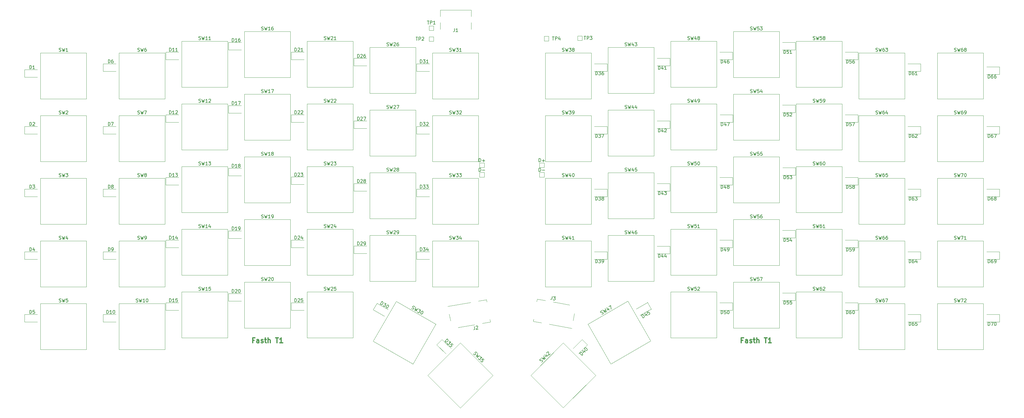
<source format=gbr>
%TF.GenerationSoftware,KiCad,Pcbnew,(5.1.10)-1*%
%TF.CreationDate,2021-09-02T18:22:41+02:00*%
%TF.ProjectId,T1,54312e6b-6963-4616-945f-706362585858,1.1*%
%TF.SameCoordinates,Original*%
%TF.FileFunction,Legend,Top*%
%TF.FilePolarity,Positive*%
%FSLAX46Y46*%
G04 Gerber Fmt 4.6, Leading zero omitted, Abs format (unit mm)*
G04 Created by KiCad (PCBNEW (5.1.10)-1) date 2021-09-02 18:22:41*
%MOMM*%
%LPD*%
G01*
G04 APERTURE LIST*
%ADD10C,0.300000*%
%ADD11C,0.120000*%
%ADD12C,0.150000*%
G04 APERTURE END LIST*
D10*
X71338785Y-130575857D02*
X70838785Y-130575857D01*
X70838785Y-131361571D02*
X70838785Y-129861571D01*
X71553071Y-129861571D01*
X72767357Y-131361571D02*
X72767357Y-130575857D01*
X72695928Y-130433000D01*
X72553071Y-130361571D01*
X72267357Y-130361571D01*
X72124500Y-130433000D01*
X72767357Y-131290142D02*
X72624500Y-131361571D01*
X72267357Y-131361571D01*
X72124500Y-131290142D01*
X72053071Y-131147285D01*
X72053071Y-131004428D01*
X72124500Y-130861571D01*
X72267357Y-130790142D01*
X72624500Y-130790142D01*
X72767357Y-130718714D01*
X73410214Y-131290142D02*
X73553071Y-131361571D01*
X73838785Y-131361571D01*
X73981642Y-131290142D01*
X74053071Y-131147285D01*
X74053071Y-131075857D01*
X73981642Y-130933000D01*
X73838785Y-130861571D01*
X73624500Y-130861571D01*
X73481642Y-130790142D01*
X73410214Y-130647285D01*
X73410214Y-130575857D01*
X73481642Y-130433000D01*
X73624500Y-130361571D01*
X73838785Y-130361571D01*
X73981642Y-130433000D01*
X74481642Y-130361571D02*
X75053071Y-130361571D01*
X74695928Y-129861571D02*
X74695928Y-131147285D01*
X74767357Y-131290142D01*
X74910214Y-131361571D01*
X75053071Y-131361571D01*
X75553071Y-131361571D02*
X75553071Y-129861571D01*
X76195928Y-131361571D02*
X76195928Y-130575857D01*
X76124500Y-130433000D01*
X75981642Y-130361571D01*
X75767357Y-130361571D01*
X75624500Y-130433000D01*
X75553071Y-130504428D01*
X77838785Y-129861571D02*
X78695928Y-129861571D01*
X78267357Y-131361571D02*
X78267357Y-129861571D01*
X79981642Y-131361571D02*
X79124500Y-131361571D01*
X79553071Y-131361571D02*
X79553071Y-129861571D01*
X79410214Y-130075857D01*
X79267357Y-130218714D01*
X79124500Y-130290142D01*
X219833535Y-130575857D02*
X219333535Y-130575857D01*
X219333535Y-131361571D02*
X219333535Y-129861571D01*
X220047821Y-129861571D01*
X221262107Y-131361571D02*
X221262107Y-130575857D01*
X221190678Y-130433000D01*
X221047821Y-130361571D01*
X220762107Y-130361571D01*
X220619250Y-130433000D01*
X221262107Y-131290142D02*
X221119250Y-131361571D01*
X220762107Y-131361571D01*
X220619250Y-131290142D01*
X220547821Y-131147285D01*
X220547821Y-131004428D01*
X220619250Y-130861571D01*
X220762107Y-130790142D01*
X221119250Y-130790142D01*
X221262107Y-130718714D01*
X221904964Y-131290142D02*
X222047821Y-131361571D01*
X222333535Y-131361571D01*
X222476392Y-131290142D01*
X222547821Y-131147285D01*
X222547821Y-131075857D01*
X222476392Y-130933000D01*
X222333535Y-130861571D01*
X222119250Y-130861571D01*
X221976392Y-130790142D01*
X221904964Y-130647285D01*
X221904964Y-130575857D01*
X221976392Y-130433000D01*
X222119250Y-130361571D01*
X222333535Y-130361571D01*
X222476392Y-130433000D01*
X222976392Y-130361571D02*
X223547821Y-130361571D01*
X223190678Y-129861571D02*
X223190678Y-131147285D01*
X223262107Y-131290142D01*
X223404964Y-131361571D01*
X223547821Y-131361571D01*
X224047821Y-131361571D02*
X224047821Y-129861571D01*
X224690678Y-131361571D02*
X224690678Y-130575857D01*
X224619250Y-130433000D01*
X224476392Y-130361571D01*
X224262107Y-130361571D01*
X224119250Y-130433000D01*
X224047821Y-130504428D01*
X226333535Y-129861571D02*
X227190678Y-129861571D01*
X226762107Y-131361571D02*
X226762107Y-129861571D01*
X228476392Y-131361571D02*
X227619250Y-131361571D01*
X228047821Y-131361571D02*
X228047821Y-129861571D01*
X227904964Y-130075857D01*
X227762107Y-130218714D01*
X227619250Y-130290142D01*
D11*
%TO.C,SW21*%
X87407750Y-53625750D02*
X87407750Y-39655750D01*
X101377750Y-53625750D02*
X87407750Y-53625750D01*
X101377750Y-39655750D02*
X101377750Y-53625750D01*
X87407750Y-39655750D02*
X101377750Y-39655750D01*
%TO.C,D+*%
X139825500Y-76643000D02*
X141225500Y-76643000D01*
X141225500Y-76643000D02*
X141225500Y-78043000D01*
X141225500Y-78043000D02*
X139825500Y-78043000D01*
X139825500Y-78043000D02*
X139825500Y-76643000D01*
%TO.C,D-*%
X139825500Y-79564000D02*
X141225500Y-79564000D01*
X141225500Y-79564000D02*
X141225500Y-80964000D01*
X141225500Y-80964000D02*
X139825500Y-80964000D01*
X139825500Y-80964000D02*
X139825500Y-79564000D01*
%TO.C,SW45*%
X178816000Y-93630750D02*
X178816000Y-79660750D01*
X192786000Y-93630750D02*
X178816000Y-93630750D01*
X192786000Y-79660750D02*
X192786000Y-93630750D01*
X178816000Y-79660750D02*
X192786000Y-79660750D01*
%TO.C,SW43*%
X178809650Y-55524400D02*
X178809650Y-41554400D01*
X192779650Y-55524400D02*
X178809650Y-55524400D01*
X192779650Y-41554400D02*
X192779650Y-55524400D01*
X178809650Y-41554400D02*
X192779650Y-41554400D01*
%TO.C,SW26*%
X106464100Y-55524400D02*
X106464100Y-41554400D01*
X120434100Y-55524400D02*
X106464100Y-55524400D01*
X120434100Y-41554400D02*
X120434100Y-55524400D01*
X106464100Y-41554400D02*
X120434100Y-41554400D01*
%TO.C,SW16*%
X68357750Y-50704750D02*
X68357750Y-36734750D01*
X82327750Y-50704750D02*
X68357750Y-50704750D01*
X82327750Y-36734750D02*
X82327750Y-50704750D01*
X68357750Y-36734750D02*
X82327750Y-36734750D01*
%TO.C,SW72*%
X278892000Y-133381750D02*
X278892000Y-119411750D01*
X292862000Y-133381750D02*
X278892000Y-133381750D01*
X292862000Y-119411750D02*
X292862000Y-133381750D01*
X278892000Y-119411750D02*
X292862000Y-119411750D01*
%TO.C,SW71*%
X278892000Y-114331750D02*
X278892000Y-100361750D01*
X292862000Y-114331750D02*
X278892000Y-114331750D01*
X292862000Y-100361750D02*
X292862000Y-114331750D01*
X278892000Y-100361750D02*
X292862000Y-100361750D01*
%TO.C,SW70*%
X278892000Y-95281750D02*
X278892000Y-81311750D01*
X292862000Y-95281750D02*
X278892000Y-95281750D01*
X292862000Y-81311750D02*
X292862000Y-95281750D01*
X278892000Y-81311750D02*
X292862000Y-81311750D01*
%TO.C,SW69*%
X278892000Y-76231750D02*
X278892000Y-62261750D01*
X292862000Y-76231750D02*
X278892000Y-76231750D01*
X292862000Y-62261750D02*
X292862000Y-76231750D01*
X278892000Y-62261750D02*
X292862000Y-62261750D01*
%TO.C,SW68*%
X278892000Y-57181750D02*
X278892000Y-43211750D01*
X292862000Y-57181750D02*
X278892000Y-57181750D01*
X292862000Y-43211750D02*
X292862000Y-57181750D01*
X278892000Y-43211750D02*
X292862000Y-43211750D01*
%TO.C,SW67*%
X255016000Y-133381750D02*
X255016000Y-119411750D01*
X268986000Y-133381750D02*
X255016000Y-133381750D01*
X268986000Y-119411750D02*
X268986000Y-133381750D01*
X255016000Y-119411750D02*
X268986000Y-119411750D01*
%TO.C,SW66*%
X255016000Y-114331750D02*
X255016000Y-100361750D01*
X268986000Y-114331750D02*
X255016000Y-114331750D01*
X268986000Y-100361750D02*
X268986000Y-114331750D01*
X255016000Y-100361750D02*
X268986000Y-100361750D01*
%TO.C,SW65*%
X255016000Y-95281750D02*
X255016000Y-81311750D01*
X268986000Y-95281750D02*
X255016000Y-95281750D01*
X268986000Y-81311750D02*
X268986000Y-95281750D01*
X255016000Y-81311750D02*
X268986000Y-81311750D01*
%TO.C,SW64*%
X255016000Y-76231750D02*
X255016000Y-62261750D01*
X268986000Y-76231750D02*
X255016000Y-76231750D01*
X268986000Y-62261750D02*
X268986000Y-76231750D01*
X255016000Y-62261750D02*
X268986000Y-62261750D01*
%TO.C,SW63*%
X255016000Y-57181750D02*
X255016000Y-43211750D01*
X268986000Y-57181750D02*
X255016000Y-57181750D01*
X268986000Y-43211750D02*
X268986000Y-57181750D01*
X255016000Y-43211750D02*
X268986000Y-43211750D01*
%TO.C,SW62*%
X235966000Y-129825750D02*
X235966000Y-115855750D01*
X249936000Y-129825750D02*
X235966000Y-129825750D01*
X249936000Y-115855750D02*
X249936000Y-129825750D01*
X235966000Y-115855750D02*
X249936000Y-115855750D01*
%TO.C,SW61*%
X235966000Y-110775750D02*
X235966000Y-96805750D01*
X249936000Y-110775750D02*
X235966000Y-110775750D01*
X249936000Y-96805750D02*
X249936000Y-110775750D01*
X235966000Y-96805750D02*
X249936000Y-96805750D01*
%TO.C,SW60*%
X235966000Y-91725750D02*
X235966000Y-77755750D01*
X249936000Y-91725750D02*
X235966000Y-91725750D01*
X249936000Y-77755750D02*
X249936000Y-91725750D01*
X235966000Y-77755750D02*
X249936000Y-77755750D01*
%TO.C,SW59*%
X235966000Y-72675750D02*
X235966000Y-58705750D01*
X249936000Y-72675750D02*
X235966000Y-72675750D01*
X249936000Y-58705750D02*
X249936000Y-72675750D01*
X235966000Y-58705750D02*
X249936000Y-58705750D01*
%TO.C,SW58*%
X235966000Y-53625750D02*
X235966000Y-39655750D01*
X249936000Y-53625750D02*
X235966000Y-53625750D01*
X249936000Y-39655750D02*
X249936000Y-53625750D01*
X235966000Y-39655750D02*
X249936000Y-39655750D01*
%TO.C,SW57*%
X216916000Y-126904750D02*
X216916000Y-112934750D01*
X230886000Y-126904750D02*
X216916000Y-126904750D01*
X230886000Y-112934750D02*
X230886000Y-126904750D01*
X216916000Y-112934750D02*
X230886000Y-112934750D01*
%TO.C,SW56*%
X216916000Y-107854750D02*
X216916000Y-93884750D01*
X230886000Y-107854750D02*
X216916000Y-107854750D01*
X230886000Y-93884750D02*
X230886000Y-107854750D01*
X216916000Y-93884750D02*
X230886000Y-93884750D01*
%TO.C,SW55*%
X216916000Y-88804750D02*
X216916000Y-74834750D01*
X230886000Y-88804750D02*
X216916000Y-88804750D01*
X230886000Y-74834750D02*
X230886000Y-88804750D01*
X216916000Y-74834750D02*
X230886000Y-74834750D01*
%TO.C,SW54*%
X216916000Y-69754750D02*
X216916000Y-55784750D01*
X230886000Y-69754750D02*
X216916000Y-69754750D01*
X230886000Y-55784750D02*
X230886000Y-69754750D01*
X216916000Y-55784750D02*
X230886000Y-55784750D01*
%TO.C,SW53*%
X216916000Y-50704750D02*
X216916000Y-36734750D01*
X230886000Y-50704750D02*
X216916000Y-50704750D01*
X230886000Y-36734750D02*
X230886000Y-50704750D01*
X216916000Y-36734750D02*
X230886000Y-36734750D01*
%TO.C,SW52*%
X197866000Y-129825750D02*
X197866000Y-115855750D01*
X211836000Y-129825750D02*
X197866000Y-129825750D01*
X211836000Y-115855750D02*
X211836000Y-129825750D01*
X197866000Y-115855750D02*
X211836000Y-115855750D01*
%TO.C,SW51*%
X197866000Y-110775750D02*
X197866000Y-96805750D01*
X211836000Y-110775750D02*
X197866000Y-110775750D01*
X211836000Y-96805750D02*
X211836000Y-110775750D01*
X197866000Y-96805750D02*
X211836000Y-96805750D01*
%TO.C,SW50*%
X197866000Y-91725750D02*
X197866000Y-77755750D01*
X211836000Y-91725750D02*
X197866000Y-91725750D01*
X211836000Y-77755750D02*
X211836000Y-91725750D01*
X197866000Y-77755750D02*
X211836000Y-77755750D01*
%TO.C,SW49*%
X197866000Y-72675750D02*
X197866000Y-58705750D01*
X211836000Y-72675750D02*
X197866000Y-72675750D01*
X211836000Y-58705750D02*
X211836000Y-72675750D01*
X197866000Y-58705750D02*
X211836000Y-58705750D01*
%TO.C,SW48*%
X197866000Y-53625750D02*
X197866000Y-39655750D01*
X211836000Y-53625750D02*
X197866000Y-53625750D01*
X211836000Y-39655750D02*
X211836000Y-53625750D01*
X197866000Y-39655750D02*
X211836000Y-39655750D01*
%TO.C,SW47*%
X179688313Y-137797846D02*
X172703313Y-125699472D01*
X191786688Y-130812846D02*
X179688313Y-137797846D01*
X184801688Y-118714472D02*
X191786688Y-130812846D01*
X172703313Y-125699472D02*
X184801688Y-118714472D01*
%TO.C,SW46*%
X178816000Y-112680750D02*
X178816000Y-98710750D01*
X192786000Y-112680750D02*
X178816000Y-112680750D01*
X192786000Y-98710750D02*
X192786000Y-112680750D01*
X178816000Y-98710750D02*
X192786000Y-98710750D01*
%TO.C,SW44*%
X178816000Y-74580750D02*
X178816000Y-60610750D01*
X192786000Y-74580750D02*
X178816000Y-74580750D01*
X192786000Y-60610750D02*
X192786000Y-74580750D01*
X178816000Y-60610750D02*
X192786000Y-60610750D01*
%TO.C,SW42*%
X165227000Y-151134031D02*
X155348718Y-141255750D01*
X175105282Y-141255750D02*
X165227000Y-151134031D01*
X165227000Y-131377468D02*
X175105282Y-141255750D01*
X155348718Y-141255750D02*
X165227000Y-131377468D01*
%TO.C,SW41*%
X159766000Y-114331750D02*
X159766000Y-100361750D01*
X173736000Y-114331750D02*
X159766000Y-114331750D01*
X173736000Y-100361750D02*
X173736000Y-114331750D01*
X159766000Y-100361750D02*
X173736000Y-100361750D01*
%TO.C,SW40*%
X159766000Y-95281750D02*
X159766000Y-81311750D01*
X173736000Y-95281750D02*
X159766000Y-95281750D01*
X173736000Y-81311750D02*
X173736000Y-95281750D01*
X159766000Y-81311750D02*
X173736000Y-81311750D01*
%TO.C,SW39*%
X159766000Y-76231750D02*
X159766000Y-62261750D01*
X173736000Y-76231750D02*
X159766000Y-76231750D01*
X173736000Y-62261750D02*
X173736000Y-76231750D01*
X159766000Y-62261750D02*
X173736000Y-62261750D01*
%TO.C,SW38*%
X159766000Y-57181750D02*
X159766000Y-43211750D01*
X173736000Y-57181750D02*
X159766000Y-57181750D01*
X173736000Y-43211750D02*
X173736000Y-57181750D01*
X159766000Y-43211750D02*
X173736000Y-43211750D01*
%TO.C,D68*%
X297814000Y-84621750D02*
X293929000Y-84621750D01*
X297814000Y-86891750D02*
X297814000Y-84621750D01*
X293929000Y-86891750D02*
X297814000Y-86891750D01*
%TO.C,D60*%
X254758000Y-119165750D02*
X250873000Y-119165750D01*
X254758000Y-121435750D02*
X254758000Y-119165750D01*
X250873000Y-121435750D02*
X254758000Y-121435750D01*
%TO.C,D45*%
X190825932Y-119129311D02*
X187461423Y-121071811D01*
X191960932Y-121095189D02*
X190825932Y-119129311D01*
X188596423Y-123037689D02*
X191960932Y-121095189D01*
%TO.C,J1*%
X137256250Y-32131250D02*
X137256250Y-30231250D01*
X137256250Y-36031250D02*
X137256250Y-34031250D01*
X127856250Y-32131250D02*
X127856250Y-30231250D01*
X127856250Y-36031250D02*
X127856250Y-34031250D01*
X137256250Y-30231250D02*
X127856250Y-30231250D01*
%TO.C,SW35*%
X124084315Y-141273801D02*
X133962596Y-131395519D01*
X133962596Y-151152083D02*
X124084315Y-141273801D01*
X143840878Y-141273801D02*
X133962596Y-151152083D01*
X133962596Y-131395519D02*
X143840878Y-141273801D01*
%TO.C,SW34*%
X125507750Y-114331750D02*
X125507750Y-100361750D01*
X139477750Y-114331750D02*
X125507750Y-114331750D01*
X139477750Y-100361750D02*
X139477750Y-114331750D01*
X125507750Y-100361750D02*
X139477750Y-100361750D01*
%TO.C,SW33*%
X125507750Y-95281750D02*
X125507750Y-81311750D01*
X139477750Y-95281750D02*
X125507750Y-95281750D01*
X139477750Y-81311750D02*
X139477750Y-95281750D01*
X125507750Y-81311750D02*
X139477750Y-81311750D01*
%TO.C,SW32*%
X125507750Y-76231750D02*
X125507750Y-62261750D01*
X139477750Y-76231750D02*
X125507750Y-76231750D01*
X139477750Y-62261750D02*
X139477750Y-76231750D01*
X125507750Y-62261750D02*
X139477750Y-62261750D01*
%TO.C,SW31*%
X125507750Y-57181750D02*
X125507750Y-43211750D01*
X139477750Y-57181750D02*
X125507750Y-57181750D01*
X139477750Y-43211750D02*
X139477750Y-57181750D01*
X125507750Y-43211750D02*
X139477750Y-43211750D01*
%TO.C,SW30*%
X107457063Y-130858437D02*
X114442063Y-118760063D01*
X119555438Y-137843437D02*
X107457063Y-130858437D01*
X126540438Y-125745063D02*
X119555438Y-137843437D01*
X114442063Y-118760063D02*
X126540438Y-125745063D01*
%TO.C,SW29*%
X106457750Y-112680750D02*
X106457750Y-98710750D01*
X120427750Y-112680750D02*
X106457750Y-112680750D01*
X120427750Y-98710750D02*
X120427750Y-112680750D01*
X106457750Y-98710750D02*
X120427750Y-98710750D01*
%TO.C,SW28*%
X106457750Y-93630750D02*
X106457750Y-79660750D01*
X120427750Y-93630750D02*
X106457750Y-93630750D01*
X120427750Y-79660750D02*
X120427750Y-93630750D01*
X106457750Y-79660750D02*
X120427750Y-79660750D01*
%TO.C,SW27*%
X106457750Y-74580750D02*
X106457750Y-60610750D01*
X120427750Y-74580750D02*
X106457750Y-74580750D01*
X120427750Y-60610750D02*
X120427750Y-74580750D01*
X106457750Y-60610750D02*
X120427750Y-60610750D01*
%TO.C,SW25*%
X87407750Y-129825750D02*
X87407750Y-115855750D01*
X101377750Y-129825750D02*
X87407750Y-129825750D01*
X101377750Y-115855750D02*
X101377750Y-129825750D01*
X87407750Y-115855750D02*
X101377750Y-115855750D01*
%TO.C,SW24*%
X87407750Y-110775750D02*
X87407750Y-96805750D01*
X101377750Y-110775750D02*
X87407750Y-110775750D01*
X101377750Y-96805750D02*
X101377750Y-110775750D01*
X87407750Y-96805750D02*
X101377750Y-96805750D01*
%TO.C,SW23*%
X87407750Y-91725750D02*
X87407750Y-77755750D01*
X101377750Y-91725750D02*
X87407750Y-91725750D01*
X101377750Y-77755750D02*
X101377750Y-91725750D01*
X87407750Y-77755750D02*
X101377750Y-77755750D01*
%TO.C,SW22*%
X87407750Y-72675750D02*
X87407750Y-58705750D01*
X101377750Y-72675750D02*
X87407750Y-72675750D01*
X101377750Y-58705750D02*
X101377750Y-72675750D01*
X87407750Y-58705750D02*
X101377750Y-58705750D01*
%TO.C,SW20*%
X68357750Y-126904750D02*
X68357750Y-112934750D01*
X82327750Y-126904750D02*
X68357750Y-126904750D01*
X82327750Y-112934750D02*
X82327750Y-126904750D01*
X68357750Y-112934750D02*
X82327750Y-112934750D01*
%TO.C,SW19*%
X68357750Y-107854750D02*
X68357750Y-93884750D01*
X82327750Y-107854750D02*
X68357750Y-107854750D01*
X82327750Y-93884750D02*
X82327750Y-107854750D01*
X68357750Y-93884750D02*
X82327750Y-93884750D01*
%TO.C,SW18*%
X68357750Y-88804750D02*
X68357750Y-74834750D01*
X82327750Y-88804750D02*
X68357750Y-88804750D01*
X82327750Y-74834750D02*
X82327750Y-88804750D01*
X68357750Y-74834750D02*
X82327750Y-74834750D01*
%TO.C,SW17*%
X68357750Y-69754750D02*
X68357750Y-55784750D01*
X82327750Y-69754750D02*
X68357750Y-69754750D01*
X82327750Y-55784750D02*
X82327750Y-69754750D01*
X68357750Y-55784750D02*
X82327750Y-55784750D01*
%TO.C,SW15*%
X49307750Y-129825750D02*
X49307750Y-115855750D01*
X63277750Y-129825750D02*
X49307750Y-129825750D01*
X63277750Y-115855750D02*
X63277750Y-129825750D01*
X49307750Y-115855750D02*
X63277750Y-115855750D01*
%TO.C,SW14*%
X49307750Y-110775750D02*
X49307750Y-96805750D01*
X63277750Y-110775750D02*
X49307750Y-110775750D01*
X63277750Y-96805750D02*
X63277750Y-110775750D01*
X49307750Y-96805750D02*
X63277750Y-96805750D01*
%TO.C,SW13*%
X49307750Y-91725750D02*
X49307750Y-77755750D01*
X63277750Y-91725750D02*
X49307750Y-91725750D01*
X63277750Y-77755750D02*
X63277750Y-91725750D01*
X49307750Y-77755750D02*
X63277750Y-77755750D01*
%TO.C,SW12*%
X49307750Y-72675750D02*
X49307750Y-58705750D01*
X63277750Y-72675750D02*
X49307750Y-72675750D01*
X63277750Y-58705750D02*
X63277750Y-72675750D01*
X49307750Y-58705750D02*
X63277750Y-58705750D01*
%TO.C,SW11*%
X49307750Y-53625750D02*
X49307750Y-39655750D01*
X63277750Y-53625750D02*
X49307750Y-53625750D01*
X63277750Y-39655750D02*
X63277750Y-53625750D01*
X49307750Y-39655750D02*
X63277750Y-39655750D01*
%TO.C,SW10*%
X30257750Y-133381750D02*
X30257750Y-119411750D01*
X44227750Y-133381750D02*
X30257750Y-133381750D01*
X44227750Y-119411750D02*
X44227750Y-133381750D01*
X30257750Y-119411750D02*
X44227750Y-119411750D01*
%TO.C,SW9*%
X30257750Y-114331750D02*
X30257750Y-100361750D01*
X44227750Y-114331750D02*
X30257750Y-114331750D01*
X44227750Y-100361750D02*
X44227750Y-114331750D01*
X30257750Y-100361750D02*
X44227750Y-100361750D01*
%TO.C,SW8*%
X30257750Y-95281750D02*
X30257750Y-81311750D01*
X44227750Y-95281750D02*
X30257750Y-95281750D01*
X44227750Y-81311750D02*
X44227750Y-95281750D01*
X30257750Y-81311750D02*
X44227750Y-81311750D01*
%TO.C,SW7*%
X30257750Y-76231750D02*
X30257750Y-62261750D01*
X44227750Y-76231750D02*
X30257750Y-76231750D01*
X44227750Y-62261750D02*
X44227750Y-76231750D01*
X30257750Y-62261750D02*
X44227750Y-62261750D01*
%TO.C,SW6*%
X30257750Y-57181750D02*
X30257750Y-43211750D01*
X44227750Y-57181750D02*
X30257750Y-57181750D01*
X44227750Y-43211750D02*
X44227750Y-57181750D01*
X30257750Y-43211750D02*
X44227750Y-43211750D01*
%TO.C,SW5*%
X6381750Y-133381750D02*
X6381750Y-119411750D01*
X20351750Y-133381750D02*
X6381750Y-133381750D01*
X20351750Y-119411750D02*
X20351750Y-133381750D01*
X6381750Y-119411750D02*
X20351750Y-119411750D01*
%TO.C,SW4*%
X6381750Y-114331750D02*
X6381750Y-100361750D01*
X20351750Y-114331750D02*
X6381750Y-114331750D01*
X20351750Y-100361750D02*
X20351750Y-114331750D01*
X6381750Y-100361750D02*
X20351750Y-100361750D01*
%TO.C,SW3*%
X6381750Y-95281750D02*
X6381750Y-81311750D01*
X20351750Y-95281750D02*
X6381750Y-95281750D01*
X20351750Y-81311750D02*
X20351750Y-95281750D01*
X6381750Y-81311750D02*
X20351750Y-81311750D01*
%TO.C,SW2*%
X6381750Y-76231750D02*
X6381750Y-62261750D01*
X20351750Y-76231750D02*
X6381750Y-76231750D01*
X20351750Y-62261750D02*
X20351750Y-76231750D01*
X6381750Y-62261750D02*
X20351750Y-62261750D01*
%TO.C,SW1*%
X6381750Y-57181750D02*
X6381750Y-43211750D01*
X20351750Y-57181750D02*
X6381750Y-57181750D01*
X20351750Y-43211750D02*
X20351750Y-57181750D01*
X6381750Y-43211750D02*
X20351750Y-43211750D01*
%TO.C,J3*%
X168622583Y-122517219D02*
X168257922Y-124585315D01*
X160947512Y-125733316D02*
X167841167Y-126948854D01*
X162145685Y-118938143D02*
X167168204Y-119823749D01*
X157320127Y-118087267D02*
X159782146Y-118521387D01*
X157189891Y-118825873D02*
X157320127Y-118087267D01*
X156121954Y-124882440D02*
X156252190Y-124143834D01*
X158583974Y-125316561D02*
X156121954Y-124882440D01*
%TO.C,J2*%
X130950215Y-124712315D02*
X130585554Y-122644219D01*
X137062452Y-119065143D02*
X130168798Y-120280680D01*
X138260625Y-125860316D02*
X133238105Y-126745922D01*
X143086183Y-125009440D02*
X140624163Y-125443561D01*
X142955947Y-124270834D02*
X143086183Y-125009440D01*
X141888010Y-118214267D02*
X142018246Y-118952873D01*
X139425991Y-118648387D02*
X141888010Y-118214267D01*
%TO.C,D70*%
X297814000Y-122721750D02*
X293929000Y-122721750D01*
X297814000Y-124991750D02*
X297814000Y-122721750D01*
X293929000Y-124991750D02*
X297814000Y-124991750D01*
%TO.C,D69*%
X297814000Y-103671750D02*
X293929000Y-103671750D01*
X297814000Y-105941750D02*
X297814000Y-103671750D01*
X293929000Y-105941750D02*
X297814000Y-105941750D01*
%TO.C,D67*%
X297814000Y-65571750D02*
X293929000Y-65571750D01*
X297814000Y-67841750D02*
X297814000Y-65571750D01*
X293929000Y-67841750D02*
X297814000Y-67841750D01*
%TO.C,D66*%
X297814000Y-47506000D02*
X293929000Y-47506000D01*
X297814000Y-49776000D02*
X297814000Y-47506000D01*
X293929000Y-49776000D02*
X297814000Y-49776000D01*
%TO.C,D65*%
X273811000Y-122721750D02*
X269926000Y-122721750D01*
X273811000Y-124991750D02*
X273811000Y-122721750D01*
X269926000Y-124991750D02*
X273811000Y-124991750D01*
%TO.C,D64*%
X273811000Y-103671750D02*
X269926000Y-103671750D01*
X273811000Y-105941750D02*
X273811000Y-103671750D01*
X269926000Y-105941750D02*
X273811000Y-105941750D01*
%TO.C,D63*%
X273808000Y-84621750D02*
X269923000Y-84621750D01*
X273808000Y-86891750D02*
X273808000Y-84621750D01*
X269923000Y-86891750D02*
X273808000Y-86891750D01*
%TO.C,D62*%
X273811000Y-65571750D02*
X269926000Y-65571750D01*
X273811000Y-67841750D02*
X273811000Y-65571750D01*
X269926000Y-67841750D02*
X273811000Y-67841750D01*
%TO.C,D61*%
X273811000Y-46521750D02*
X269926000Y-46521750D01*
X273811000Y-48791750D02*
X273811000Y-46521750D01*
X269926000Y-48791750D02*
X273811000Y-48791750D01*
%TO.C,D59*%
X254761000Y-100115750D02*
X250876000Y-100115750D01*
X254761000Y-102385750D02*
X254761000Y-100115750D01*
X250876000Y-102385750D02*
X254761000Y-102385750D01*
%TO.C,D58*%
X254761000Y-81065750D02*
X250876000Y-81065750D01*
X254761000Y-83335750D02*
X254761000Y-81065750D01*
X250876000Y-83335750D02*
X254761000Y-83335750D01*
%TO.C,D57*%
X254761000Y-62015750D02*
X250876000Y-62015750D01*
X254761000Y-64285750D02*
X254761000Y-62015750D01*
X250876000Y-64285750D02*
X254761000Y-64285750D01*
%TO.C,D56*%
X254761000Y-42965750D02*
X250876000Y-42965750D01*
X254761000Y-45235750D02*
X254761000Y-42965750D01*
X250876000Y-45235750D02*
X254761000Y-45235750D01*
%TO.C,D55*%
X235711000Y-116244750D02*
X231826000Y-116244750D01*
X235711000Y-118514750D02*
X235711000Y-116244750D01*
X231826000Y-118514750D02*
X235711000Y-118514750D01*
%TO.C,D54*%
X235711000Y-97194750D02*
X231826000Y-97194750D01*
X235711000Y-99464750D02*
X235711000Y-97194750D01*
X231826000Y-99464750D02*
X235711000Y-99464750D01*
%TO.C,D53*%
X235771500Y-78144750D02*
X231886500Y-78144750D01*
X235771500Y-80414750D02*
X235771500Y-78144750D01*
X231886500Y-80414750D02*
X235771500Y-80414750D01*
%TO.C,D52*%
X235711000Y-59094750D02*
X231826000Y-59094750D01*
X235711000Y-61364750D02*
X235711000Y-59094750D01*
X231826000Y-61364750D02*
X235711000Y-61364750D01*
%TO.C,D51*%
X235708000Y-40044750D02*
X231823000Y-40044750D01*
X235708000Y-42314750D02*
X235708000Y-40044750D01*
X231823000Y-42314750D02*
X235708000Y-42314750D01*
%TO.C,D50*%
X216661000Y-119165750D02*
X212776000Y-119165750D01*
X216661000Y-121435750D02*
X216661000Y-119165750D01*
X212776000Y-121435750D02*
X216661000Y-121435750D01*
%TO.C,D49*%
X216661000Y-100115750D02*
X212776000Y-100115750D01*
X216661000Y-102385750D02*
X216661000Y-100115750D01*
X212776000Y-102385750D02*
X216661000Y-102385750D01*
%TO.C,D48*%
X216661000Y-81065750D02*
X212776000Y-81065750D01*
X216661000Y-83335750D02*
X216661000Y-81065750D01*
X212776000Y-83335750D02*
X216661000Y-83335750D01*
%TO.C,D47*%
X216724500Y-62015750D02*
X212839500Y-62015750D01*
X216724500Y-64285750D02*
X216724500Y-62015750D01*
X212839500Y-64285750D02*
X216724500Y-64285750D01*
%TO.C,D46*%
X216661000Y-42965750D02*
X212776000Y-42965750D01*
X216661000Y-45235750D02*
X216661000Y-42965750D01*
X212776000Y-45235750D02*
X216661000Y-45235750D01*
%TO.C,D44*%
X197611000Y-102020750D02*
X193726000Y-102020750D01*
X197611000Y-104290750D02*
X197611000Y-102020750D01*
X193726000Y-104290750D02*
X197611000Y-104290750D01*
%TO.C,D43*%
X197611000Y-82970750D02*
X193726000Y-82970750D01*
X197611000Y-85240750D02*
X197611000Y-82970750D01*
X193726000Y-85240750D02*
X197611000Y-85240750D01*
%TO.C,D42*%
X197611000Y-63920750D02*
X193726000Y-63920750D01*
X197611000Y-66190750D02*
X197611000Y-63920750D01*
X193726000Y-66190750D02*
X197611000Y-66190750D01*
%TO.C,D41*%
X197611000Y-44870750D02*
X193726000Y-44870750D01*
X197611000Y-47140750D02*
X197611000Y-44870750D01*
X193726000Y-47140750D02*
X197611000Y-47140750D01*
%TO.C,D40*%
X170993173Y-130328445D02*
X168246063Y-133075555D01*
X172598305Y-131933577D02*
X170993173Y-130328445D01*
X169851195Y-134680687D02*
X172598305Y-131933577D01*
%TO.C,D39*%
X178561000Y-103671750D02*
X174676000Y-103671750D01*
X178561000Y-105941750D02*
X178561000Y-103671750D01*
X174676000Y-105941750D02*
X178561000Y-105941750D01*
%TO.C,D38*%
X178561000Y-84621750D02*
X174676000Y-84621750D01*
X178561000Y-86891750D02*
X178561000Y-84621750D01*
X174676000Y-86891750D02*
X178561000Y-86891750D01*
%TO.C,D37*%
X178561000Y-65571750D02*
X174676000Y-65571750D01*
X178561000Y-67841750D02*
X178561000Y-65571750D01*
X174676000Y-67841750D02*
X178561000Y-67841750D01*
%TO.C,D36*%
X178561000Y-46521750D02*
X174676000Y-46521750D01*
X178561000Y-48791750D02*
X178561000Y-46521750D01*
X174676000Y-48791750D02*
X178561000Y-48791750D01*
%TO.C,D35*%
X126772445Y-131933577D02*
X129519555Y-134680687D01*
X128377577Y-130328445D02*
X126772445Y-131933577D01*
X131124687Y-133075555D02*
X128377577Y-130328445D01*
%TO.C,D34*%
X120682750Y-105941750D02*
X124567750Y-105941750D01*
X120682750Y-103671750D02*
X120682750Y-105941750D01*
X124567750Y-103671750D02*
X120682750Y-103671750D01*
%TO.C,D33*%
X120682750Y-86891750D02*
X124567750Y-86891750D01*
X120682750Y-84621750D02*
X120682750Y-86891750D01*
X124567750Y-84621750D02*
X120682750Y-84621750D01*
%TO.C,D32*%
X120682750Y-67841750D02*
X124567750Y-67841750D01*
X120682750Y-65571750D02*
X120682750Y-67841750D01*
X124567750Y-65571750D02*
X120682750Y-65571750D01*
%TO.C,D31*%
X120682750Y-48791750D02*
X124567750Y-48791750D01*
X120682750Y-46521750D02*
X120682750Y-48791750D01*
X124567750Y-46521750D02*
X120682750Y-46521750D01*
%TO.C,D30*%
X107467382Y-121284189D02*
X110831891Y-123226689D01*
X108602382Y-119318311D02*
X107467382Y-121284189D01*
X111966891Y-121260811D02*
X108602382Y-119318311D01*
%TO.C,D29*%
X101632750Y-104163750D02*
X105517750Y-104163750D01*
X101632750Y-101893750D02*
X101632750Y-104163750D01*
X105517750Y-101893750D02*
X101632750Y-101893750D01*
%TO.C,D28*%
X101632750Y-85209000D02*
X105517750Y-85209000D01*
X101632750Y-82939000D02*
X101632750Y-85209000D01*
X105517750Y-82939000D02*
X101632750Y-82939000D01*
%TO.C,D27*%
X101632750Y-66190750D02*
X105517750Y-66190750D01*
X101632750Y-63920750D02*
X101632750Y-66190750D01*
X105517750Y-63920750D02*
X101632750Y-63920750D01*
%TO.C,D26*%
X101632750Y-47140750D02*
X105517750Y-47140750D01*
X101632750Y-44870750D02*
X101632750Y-47140750D01*
X105517750Y-44870750D02*
X101632750Y-44870750D01*
%TO.C,D25*%
X82582750Y-121435750D02*
X86467750Y-121435750D01*
X82582750Y-119165750D02*
X82582750Y-121435750D01*
X86467750Y-119165750D02*
X82582750Y-119165750D01*
%TO.C,D24*%
X82582750Y-102385750D02*
X86467750Y-102385750D01*
X82582750Y-100115750D02*
X82582750Y-102385750D01*
X86467750Y-100115750D02*
X82582750Y-100115750D01*
%TO.C,D23*%
X82582750Y-83208750D02*
X86467750Y-83208750D01*
X82582750Y-80938750D02*
X82582750Y-83208750D01*
X86467750Y-80938750D02*
X82582750Y-80938750D01*
%TO.C,D22*%
X82582750Y-64285750D02*
X86467750Y-64285750D01*
X82582750Y-62015750D02*
X82582750Y-64285750D01*
X86467750Y-62015750D02*
X82582750Y-62015750D01*
%TO.C,D21*%
X82582750Y-45235750D02*
X86467750Y-45235750D01*
X82582750Y-42965750D02*
X82582750Y-45235750D01*
X86467750Y-42965750D02*
X82582750Y-42965750D01*
%TO.C,D20*%
X63532750Y-118641750D02*
X67417750Y-118641750D01*
X63532750Y-116371750D02*
X63532750Y-118641750D01*
X67417750Y-116371750D02*
X63532750Y-116371750D01*
%TO.C,D19*%
X63532750Y-99591750D02*
X67417750Y-99591750D01*
X63532750Y-97321750D02*
X63532750Y-99591750D01*
X67417750Y-97321750D02*
X63532750Y-97321750D01*
%TO.C,D18*%
X63532750Y-80541750D02*
X67417750Y-80541750D01*
X63532750Y-78271750D02*
X63532750Y-80541750D01*
X67417750Y-78271750D02*
X63532750Y-78271750D01*
%TO.C,D17*%
X63532750Y-61491750D02*
X67417750Y-61491750D01*
X63532750Y-59221750D02*
X63532750Y-61491750D01*
X67417750Y-59221750D02*
X63532750Y-59221750D01*
%TO.C,D16*%
X63532750Y-42314750D02*
X67417750Y-42314750D01*
X63532750Y-40044750D02*
X63532750Y-42314750D01*
X67417750Y-40044750D02*
X63532750Y-40044750D01*
%TO.C,D15*%
X44482750Y-121435750D02*
X48367750Y-121435750D01*
X44482750Y-119165750D02*
X44482750Y-121435750D01*
X48367750Y-119165750D02*
X44482750Y-119165750D01*
%TO.C,D14*%
X44482750Y-102385750D02*
X48367750Y-102385750D01*
X44482750Y-100115750D02*
X44482750Y-102385750D01*
X48367750Y-100115750D02*
X44482750Y-100115750D01*
%TO.C,D13*%
X44482750Y-83335750D02*
X48367750Y-83335750D01*
X44482750Y-81065750D02*
X44482750Y-83335750D01*
X48367750Y-81065750D02*
X44482750Y-81065750D01*
%TO.C,D12*%
X44479750Y-64285750D02*
X48364750Y-64285750D01*
X44479750Y-62015750D02*
X44479750Y-64285750D01*
X48364750Y-62015750D02*
X44479750Y-62015750D01*
%TO.C,D11*%
X44485750Y-45235750D02*
X48370750Y-45235750D01*
X44485750Y-42965750D02*
X44485750Y-45235750D01*
X48370750Y-42965750D02*
X44485750Y-42965750D01*
%TO.C,D10*%
X25432750Y-124991750D02*
X29317750Y-124991750D01*
X25432750Y-122721750D02*
X25432750Y-124991750D01*
X29317750Y-122721750D02*
X25432750Y-122721750D01*
%TO.C,D9*%
X25432750Y-105941750D02*
X29317750Y-105941750D01*
X25432750Y-103671750D02*
X25432750Y-105941750D01*
X29317750Y-103671750D02*
X25432750Y-103671750D01*
%TO.C,D8*%
X25432750Y-86891750D02*
X29317750Y-86891750D01*
X25432750Y-84621750D02*
X25432750Y-86891750D01*
X29317750Y-84621750D02*
X25432750Y-84621750D01*
%TO.C,D7*%
X25432750Y-67841750D02*
X29317750Y-67841750D01*
X25432750Y-65571750D02*
X25432750Y-67841750D01*
X29317750Y-65571750D02*
X25432750Y-65571750D01*
%TO.C,D6*%
X25432750Y-48791750D02*
X29317750Y-48791750D01*
X25432750Y-46521750D02*
X25432750Y-48791750D01*
X29317750Y-46521750D02*
X25432750Y-46521750D01*
%TO.C,D5*%
X1556750Y-124991750D02*
X5441750Y-124991750D01*
X1556750Y-122721750D02*
X1556750Y-124991750D01*
X5441750Y-122721750D02*
X1556750Y-122721750D01*
%TO.C,D4*%
X1556750Y-105941750D02*
X5441750Y-105941750D01*
X1556750Y-103671750D02*
X1556750Y-105941750D01*
X5441750Y-103671750D02*
X1556750Y-103671750D01*
%TO.C,D3*%
X1556750Y-86891750D02*
X5441750Y-86891750D01*
X1556750Y-84621750D02*
X1556750Y-86891750D01*
X5441750Y-84621750D02*
X1556750Y-84621750D01*
%TO.C,D2*%
X1556750Y-67841750D02*
X5441750Y-67841750D01*
X1556750Y-65571750D02*
X1556750Y-67841750D01*
X5441750Y-65571750D02*
X1556750Y-65571750D01*
%TO.C,D1*%
X1553750Y-50569750D02*
X5438750Y-50569750D01*
X1553750Y-48299750D02*
X1553750Y-50569750D01*
X5438750Y-48299750D02*
X1553750Y-48299750D01*
%TO.C,TP1*%
X125858500Y-34987000D02*
X125858500Y-36387000D01*
X125858500Y-36387000D02*
X124458500Y-36387000D01*
X124458500Y-36387000D02*
X124458500Y-34987000D01*
X124458500Y-34987000D02*
X125858500Y-34987000D01*
%TO.C,TP2*%
X124458500Y-38289000D02*
X125858500Y-38289000D01*
X124458500Y-39689000D02*
X124458500Y-38289000D01*
X125858500Y-39689000D02*
X124458500Y-39689000D01*
X125858500Y-38289000D02*
X125858500Y-39689000D01*
%TO.C,TP3*%
X169575250Y-39435000D02*
X169575250Y-38035000D01*
X170975250Y-39435000D02*
X169575250Y-39435000D01*
X170975250Y-38035000D02*
X170975250Y-39435000D01*
X169575250Y-38035000D02*
X170975250Y-38035000D01*
%TO.C,TP4*%
X159415250Y-39562000D02*
X159415250Y-38162000D01*
X160815250Y-39562000D02*
X159415250Y-39562000D01*
X160815250Y-38162000D02*
X160815250Y-39562000D01*
X159415250Y-38162000D02*
X160815250Y-38162000D01*
%TO.C,D+*%
X158018250Y-76643000D02*
X159418250Y-76643000D01*
X159418250Y-76643000D02*
X159418250Y-78043000D01*
X159418250Y-78043000D02*
X158018250Y-78043000D01*
X158018250Y-78043000D02*
X158018250Y-76643000D01*
%TO.C,D-*%
X158018250Y-79564000D02*
X159418250Y-79564000D01*
X159418250Y-79564000D02*
X159418250Y-80964000D01*
X159418250Y-80964000D02*
X158018250Y-80964000D01*
X158018250Y-80964000D02*
X158018250Y-79564000D01*
%TO.C,SW21*%
D12*
X92583226Y-39171511D02*
X92726083Y-39219130D01*
X92964178Y-39219130D01*
X93059416Y-39171511D01*
X93107035Y-39123892D01*
X93154654Y-39028654D01*
X93154654Y-38933416D01*
X93107035Y-38838178D01*
X93059416Y-38790559D01*
X92964178Y-38742940D01*
X92773702Y-38695321D01*
X92678464Y-38647702D01*
X92630845Y-38600083D01*
X92583226Y-38504845D01*
X92583226Y-38409607D01*
X92630845Y-38314369D01*
X92678464Y-38266750D01*
X92773702Y-38219130D01*
X93011797Y-38219130D01*
X93154654Y-38266750D01*
X93487988Y-38219130D02*
X93726083Y-39219130D01*
X93916559Y-38504845D01*
X94107035Y-39219130D01*
X94345130Y-38219130D01*
X94678464Y-38314369D02*
X94726083Y-38266750D01*
X94821321Y-38219130D01*
X95059416Y-38219130D01*
X95154654Y-38266750D01*
X95202273Y-38314369D01*
X95249892Y-38409607D01*
X95249892Y-38504845D01*
X95202273Y-38647702D01*
X94630845Y-39219130D01*
X95249892Y-39219130D01*
X96202273Y-39219130D02*
X95630845Y-39219130D01*
X95916559Y-39219130D02*
X95916559Y-38219130D01*
X95821321Y-38361988D01*
X95726083Y-38457226D01*
X95630845Y-38504845D01*
%TO.C,D+*%
X139644547Y-76347380D02*
X139644547Y-75347380D01*
X139882642Y-75347380D01*
X140025500Y-75395000D01*
X140120738Y-75490238D01*
X140168357Y-75585476D01*
X140215976Y-75775952D01*
X140215976Y-75918809D01*
X140168357Y-76109285D01*
X140120738Y-76204523D01*
X140025500Y-76299761D01*
X139882642Y-76347380D01*
X139644547Y-76347380D01*
X140644547Y-75966428D02*
X141406452Y-75966428D01*
X141025500Y-76347380D02*
X141025500Y-75585476D01*
%TO.C,D-*%
X139644547Y-79268380D02*
X139644547Y-78268380D01*
X139882642Y-78268380D01*
X140025500Y-78316000D01*
X140120738Y-78411238D01*
X140168357Y-78506476D01*
X140215976Y-78696952D01*
X140215976Y-78839809D01*
X140168357Y-79030285D01*
X140120738Y-79125523D01*
X140025500Y-79220761D01*
X139882642Y-79268380D01*
X139644547Y-79268380D01*
X140644547Y-78887428D02*
X141406452Y-78887428D01*
%TO.C,SW45*%
X183991476Y-79176511D02*
X184134333Y-79224130D01*
X184372428Y-79224130D01*
X184467666Y-79176511D01*
X184515285Y-79128892D01*
X184562904Y-79033654D01*
X184562904Y-78938416D01*
X184515285Y-78843178D01*
X184467666Y-78795559D01*
X184372428Y-78747940D01*
X184181952Y-78700321D01*
X184086714Y-78652702D01*
X184039095Y-78605083D01*
X183991476Y-78509845D01*
X183991476Y-78414607D01*
X184039095Y-78319369D01*
X184086714Y-78271750D01*
X184181952Y-78224130D01*
X184420047Y-78224130D01*
X184562904Y-78271750D01*
X184896238Y-78224130D02*
X185134333Y-79224130D01*
X185324809Y-78509845D01*
X185515285Y-79224130D01*
X185753380Y-78224130D01*
X186562904Y-78557464D02*
X186562904Y-79224130D01*
X186324809Y-78176511D02*
X186086714Y-78890797D01*
X186705761Y-78890797D01*
X187562904Y-78224130D02*
X187086714Y-78224130D01*
X187039095Y-78700321D01*
X187086714Y-78652702D01*
X187181952Y-78605083D01*
X187420047Y-78605083D01*
X187515285Y-78652702D01*
X187562904Y-78700321D01*
X187610523Y-78795559D01*
X187610523Y-79033654D01*
X187562904Y-79128892D01*
X187515285Y-79176511D01*
X187420047Y-79224130D01*
X187181952Y-79224130D01*
X187086714Y-79176511D01*
X187039095Y-79128892D01*
%TO.C,SW43*%
X183985126Y-41070161D02*
X184127983Y-41117780D01*
X184366078Y-41117780D01*
X184461316Y-41070161D01*
X184508935Y-41022542D01*
X184556554Y-40927304D01*
X184556554Y-40832066D01*
X184508935Y-40736828D01*
X184461316Y-40689209D01*
X184366078Y-40641590D01*
X184175602Y-40593971D01*
X184080364Y-40546352D01*
X184032745Y-40498733D01*
X183985126Y-40403495D01*
X183985126Y-40308257D01*
X184032745Y-40213019D01*
X184080364Y-40165400D01*
X184175602Y-40117780D01*
X184413697Y-40117780D01*
X184556554Y-40165400D01*
X184889888Y-40117780D02*
X185127983Y-41117780D01*
X185318459Y-40403495D01*
X185508935Y-41117780D01*
X185747030Y-40117780D01*
X186556554Y-40451114D02*
X186556554Y-41117780D01*
X186318459Y-40070161D02*
X186080364Y-40784447D01*
X186699411Y-40784447D01*
X186985126Y-40117780D02*
X187604173Y-40117780D01*
X187270840Y-40498733D01*
X187413697Y-40498733D01*
X187508935Y-40546352D01*
X187556554Y-40593971D01*
X187604173Y-40689209D01*
X187604173Y-40927304D01*
X187556554Y-41022542D01*
X187508935Y-41070161D01*
X187413697Y-41117780D01*
X187127983Y-41117780D01*
X187032745Y-41070161D01*
X186985126Y-41022542D01*
%TO.C,SW26*%
X111639576Y-41070161D02*
X111782433Y-41117780D01*
X112020528Y-41117780D01*
X112115766Y-41070161D01*
X112163385Y-41022542D01*
X112211004Y-40927304D01*
X112211004Y-40832066D01*
X112163385Y-40736828D01*
X112115766Y-40689209D01*
X112020528Y-40641590D01*
X111830052Y-40593971D01*
X111734814Y-40546352D01*
X111687195Y-40498733D01*
X111639576Y-40403495D01*
X111639576Y-40308257D01*
X111687195Y-40213019D01*
X111734814Y-40165400D01*
X111830052Y-40117780D01*
X112068147Y-40117780D01*
X112211004Y-40165400D01*
X112544338Y-40117780D02*
X112782433Y-41117780D01*
X112972909Y-40403495D01*
X113163385Y-41117780D01*
X113401480Y-40117780D01*
X113734814Y-40213019D02*
X113782433Y-40165400D01*
X113877671Y-40117780D01*
X114115766Y-40117780D01*
X114211004Y-40165400D01*
X114258623Y-40213019D01*
X114306242Y-40308257D01*
X114306242Y-40403495D01*
X114258623Y-40546352D01*
X113687195Y-41117780D01*
X114306242Y-41117780D01*
X115163385Y-40117780D02*
X114972909Y-40117780D01*
X114877671Y-40165400D01*
X114830052Y-40213019D01*
X114734814Y-40355876D01*
X114687195Y-40546352D01*
X114687195Y-40927304D01*
X114734814Y-41022542D01*
X114782433Y-41070161D01*
X114877671Y-41117780D01*
X115068147Y-41117780D01*
X115163385Y-41070161D01*
X115211004Y-41022542D01*
X115258623Y-40927304D01*
X115258623Y-40689209D01*
X115211004Y-40593971D01*
X115163385Y-40546352D01*
X115068147Y-40498733D01*
X114877671Y-40498733D01*
X114782433Y-40546352D01*
X114734814Y-40593971D01*
X114687195Y-40689209D01*
%TO.C,SW16*%
X73533226Y-36250511D02*
X73676083Y-36298130D01*
X73914178Y-36298130D01*
X74009416Y-36250511D01*
X74057035Y-36202892D01*
X74104654Y-36107654D01*
X74104654Y-36012416D01*
X74057035Y-35917178D01*
X74009416Y-35869559D01*
X73914178Y-35821940D01*
X73723702Y-35774321D01*
X73628464Y-35726702D01*
X73580845Y-35679083D01*
X73533226Y-35583845D01*
X73533226Y-35488607D01*
X73580845Y-35393369D01*
X73628464Y-35345750D01*
X73723702Y-35298130D01*
X73961797Y-35298130D01*
X74104654Y-35345750D01*
X74437988Y-35298130D02*
X74676083Y-36298130D01*
X74866559Y-35583845D01*
X75057035Y-36298130D01*
X75295130Y-35298130D01*
X76199892Y-36298130D02*
X75628464Y-36298130D01*
X75914178Y-36298130D02*
X75914178Y-35298130D01*
X75818940Y-35440988D01*
X75723702Y-35536226D01*
X75628464Y-35583845D01*
X77057035Y-35298130D02*
X76866559Y-35298130D01*
X76771321Y-35345750D01*
X76723702Y-35393369D01*
X76628464Y-35536226D01*
X76580845Y-35726702D01*
X76580845Y-36107654D01*
X76628464Y-36202892D01*
X76676083Y-36250511D01*
X76771321Y-36298130D01*
X76961797Y-36298130D01*
X77057035Y-36250511D01*
X77104654Y-36202892D01*
X77152273Y-36107654D01*
X77152273Y-35869559D01*
X77104654Y-35774321D01*
X77057035Y-35726702D01*
X76961797Y-35679083D01*
X76771321Y-35679083D01*
X76676083Y-35726702D01*
X76628464Y-35774321D01*
X76580845Y-35869559D01*
%TO.C,SW72*%
X284067476Y-118927511D02*
X284210333Y-118975130D01*
X284448428Y-118975130D01*
X284543666Y-118927511D01*
X284591285Y-118879892D01*
X284638904Y-118784654D01*
X284638904Y-118689416D01*
X284591285Y-118594178D01*
X284543666Y-118546559D01*
X284448428Y-118498940D01*
X284257952Y-118451321D01*
X284162714Y-118403702D01*
X284115095Y-118356083D01*
X284067476Y-118260845D01*
X284067476Y-118165607D01*
X284115095Y-118070369D01*
X284162714Y-118022750D01*
X284257952Y-117975130D01*
X284496047Y-117975130D01*
X284638904Y-118022750D01*
X284972238Y-117975130D02*
X285210333Y-118975130D01*
X285400809Y-118260845D01*
X285591285Y-118975130D01*
X285829380Y-117975130D01*
X286115095Y-117975130D02*
X286781761Y-117975130D01*
X286353190Y-118975130D01*
X287115095Y-118070369D02*
X287162714Y-118022750D01*
X287257952Y-117975130D01*
X287496047Y-117975130D01*
X287591285Y-118022750D01*
X287638904Y-118070369D01*
X287686523Y-118165607D01*
X287686523Y-118260845D01*
X287638904Y-118403702D01*
X287067476Y-118975130D01*
X287686523Y-118975130D01*
%TO.C,SW71*%
X284067476Y-99877511D02*
X284210333Y-99925130D01*
X284448428Y-99925130D01*
X284543666Y-99877511D01*
X284591285Y-99829892D01*
X284638904Y-99734654D01*
X284638904Y-99639416D01*
X284591285Y-99544178D01*
X284543666Y-99496559D01*
X284448428Y-99448940D01*
X284257952Y-99401321D01*
X284162714Y-99353702D01*
X284115095Y-99306083D01*
X284067476Y-99210845D01*
X284067476Y-99115607D01*
X284115095Y-99020369D01*
X284162714Y-98972750D01*
X284257952Y-98925130D01*
X284496047Y-98925130D01*
X284638904Y-98972750D01*
X284972238Y-98925130D02*
X285210333Y-99925130D01*
X285400809Y-99210845D01*
X285591285Y-99925130D01*
X285829380Y-98925130D01*
X286115095Y-98925130D02*
X286781761Y-98925130D01*
X286353190Y-99925130D01*
X287686523Y-99925130D02*
X287115095Y-99925130D01*
X287400809Y-99925130D02*
X287400809Y-98925130D01*
X287305571Y-99067988D01*
X287210333Y-99163226D01*
X287115095Y-99210845D01*
%TO.C,SW70*%
X284067476Y-80827511D02*
X284210333Y-80875130D01*
X284448428Y-80875130D01*
X284543666Y-80827511D01*
X284591285Y-80779892D01*
X284638904Y-80684654D01*
X284638904Y-80589416D01*
X284591285Y-80494178D01*
X284543666Y-80446559D01*
X284448428Y-80398940D01*
X284257952Y-80351321D01*
X284162714Y-80303702D01*
X284115095Y-80256083D01*
X284067476Y-80160845D01*
X284067476Y-80065607D01*
X284115095Y-79970369D01*
X284162714Y-79922750D01*
X284257952Y-79875130D01*
X284496047Y-79875130D01*
X284638904Y-79922750D01*
X284972238Y-79875130D02*
X285210333Y-80875130D01*
X285400809Y-80160845D01*
X285591285Y-80875130D01*
X285829380Y-79875130D01*
X286115095Y-79875130D02*
X286781761Y-79875130D01*
X286353190Y-80875130D01*
X287353190Y-79875130D02*
X287448428Y-79875130D01*
X287543666Y-79922750D01*
X287591285Y-79970369D01*
X287638904Y-80065607D01*
X287686523Y-80256083D01*
X287686523Y-80494178D01*
X287638904Y-80684654D01*
X287591285Y-80779892D01*
X287543666Y-80827511D01*
X287448428Y-80875130D01*
X287353190Y-80875130D01*
X287257952Y-80827511D01*
X287210333Y-80779892D01*
X287162714Y-80684654D01*
X287115095Y-80494178D01*
X287115095Y-80256083D01*
X287162714Y-80065607D01*
X287210333Y-79970369D01*
X287257952Y-79922750D01*
X287353190Y-79875130D01*
%TO.C,SW69*%
X284067476Y-61777511D02*
X284210333Y-61825130D01*
X284448428Y-61825130D01*
X284543666Y-61777511D01*
X284591285Y-61729892D01*
X284638904Y-61634654D01*
X284638904Y-61539416D01*
X284591285Y-61444178D01*
X284543666Y-61396559D01*
X284448428Y-61348940D01*
X284257952Y-61301321D01*
X284162714Y-61253702D01*
X284115095Y-61206083D01*
X284067476Y-61110845D01*
X284067476Y-61015607D01*
X284115095Y-60920369D01*
X284162714Y-60872750D01*
X284257952Y-60825130D01*
X284496047Y-60825130D01*
X284638904Y-60872750D01*
X284972238Y-60825130D02*
X285210333Y-61825130D01*
X285400809Y-61110845D01*
X285591285Y-61825130D01*
X285829380Y-60825130D01*
X286638904Y-60825130D02*
X286448428Y-60825130D01*
X286353190Y-60872750D01*
X286305571Y-60920369D01*
X286210333Y-61063226D01*
X286162714Y-61253702D01*
X286162714Y-61634654D01*
X286210333Y-61729892D01*
X286257952Y-61777511D01*
X286353190Y-61825130D01*
X286543666Y-61825130D01*
X286638904Y-61777511D01*
X286686523Y-61729892D01*
X286734142Y-61634654D01*
X286734142Y-61396559D01*
X286686523Y-61301321D01*
X286638904Y-61253702D01*
X286543666Y-61206083D01*
X286353190Y-61206083D01*
X286257952Y-61253702D01*
X286210333Y-61301321D01*
X286162714Y-61396559D01*
X287210333Y-61825130D02*
X287400809Y-61825130D01*
X287496047Y-61777511D01*
X287543666Y-61729892D01*
X287638904Y-61587035D01*
X287686523Y-61396559D01*
X287686523Y-61015607D01*
X287638904Y-60920369D01*
X287591285Y-60872750D01*
X287496047Y-60825130D01*
X287305571Y-60825130D01*
X287210333Y-60872750D01*
X287162714Y-60920369D01*
X287115095Y-61015607D01*
X287115095Y-61253702D01*
X287162714Y-61348940D01*
X287210333Y-61396559D01*
X287305571Y-61444178D01*
X287496047Y-61444178D01*
X287591285Y-61396559D01*
X287638904Y-61348940D01*
X287686523Y-61253702D01*
%TO.C,SW68*%
X284067476Y-42727511D02*
X284210333Y-42775130D01*
X284448428Y-42775130D01*
X284543666Y-42727511D01*
X284591285Y-42679892D01*
X284638904Y-42584654D01*
X284638904Y-42489416D01*
X284591285Y-42394178D01*
X284543666Y-42346559D01*
X284448428Y-42298940D01*
X284257952Y-42251321D01*
X284162714Y-42203702D01*
X284115095Y-42156083D01*
X284067476Y-42060845D01*
X284067476Y-41965607D01*
X284115095Y-41870369D01*
X284162714Y-41822750D01*
X284257952Y-41775130D01*
X284496047Y-41775130D01*
X284638904Y-41822750D01*
X284972238Y-41775130D02*
X285210333Y-42775130D01*
X285400809Y-42060845D01*
X285591285Y-42775130D01*
X285829380Y-41775130D01*
X286638904Y-41775130D02*
X286448428Y-41775130D01*
X286353190Y-41822750D01*
X286305571Y-41870369D01*
X286210333Y-42013226D01*
X286162714Y-42203702D01*
X286162714Y-42584654D01*
X286210333Y-42679892D01*
X286257952Y-42727511D01*
X286353190Y-42775130D01*
X286543666Y-42775130D01*
X286638904Y-42727511D01*
X286686523Y-42679892D01*
X286734142Y-42584654D01*
X286734142Y-42346559D01*
X286686523Y-42251321D01*
X286638904Y-42203702D01*
X286543666Y-42156083D01*
X286353190Y-42156083D01*
X286257952Y-42203702D01*
X286210333Y-42251321D01*
X286162714Y-42346559D01*
X287305571Y-42203702D02*
X287210333Y-42156083D01*
X287162714Y-42108464D01*
X287115095Y-42013226D01*
X287115095Y-41965607D01*
X287162714Y-41870369D01*
X287210333Y-41822750D01*
X287305571Y-41775130D01*
X287496047Y-41775130D01*
X287591285Y-41822750D01*
X287638904Y-41870369D01*
X287686523Y-41965607D01*
X287686523Y-42013226D01*
X287638904Y-42108464D01*
X287591285Y-42156083D01*
X287496047Y-42203702D01*
X287305571Y-42203702D01*
X287210333Y-42251321D01*
X287162714Y-42298940D01*
X287115095Y-42394178D01*
X287115095Y-42584654D01*
X287162714Y-42679892D01*
X287210333Y-42727511D01*
X287305571Y-42775130D01*
X287496047Y-42775130D01*
X287591285Y-42727511D01*
X287638904Y-42679892D01*
X287686523Y-42584654D01*
X287686523Y-42394178D01*
X287638904Y-42298940D01*
X287591285Y-42251321D01*
X287496047Y-42203702D01*
%TO.C,SW67*%
X260191476Y-118927511D02*
X260334333Y-118975130D01*
X260572428Y-118975130D01*
X260667666Y-118927511D01*
X260715285Y-118879892D01*
X260762904Y-118784654D01*
X260762904Y-118689416D01*
X260715285Y-118594178D01*
X260667666Y-118546559D01*
X260572428Y-118498940D01*
X260381952Y-118451321D01*
X260286714Y-118403702D01*
X260239095Y-118356083D01*
X260191476Y-118260845D01*
X260191476Y-118165607D01*
X260239095Y-118070369D01*
X260286714Y-118022750D01*
X260381952Y-117975130D01*
X260620047Y-117975130D01*
X260762904Y-118022750D01*
X261096238Y-117975130D02*
X261334333Y-118975130D01*
X261524809Y-118260845D01*
X261715285Y-118975130D01*
X261953380Y-117975130D01*
X262762904Y-117975130D02*
X262572428Y-117975130D01*
X262477190Y-118022750D01*
X262429571Y-118070369D01*
X262334333Y-118213226D01*
X262286714Y-118403702D01*
X262286714Y-118784654D01*
X262334333Y-118879892D01*
X262381952Y-118927511D01*
X262477190Y-118975130D01*
X262667666Y-118975130D01*
X262762904Y-118927511D01*
X262810523Y-118879892D01*
X262858142Y-118784654D01*
X262858142Y-118546559D01*
X262810523Y-118451321D01*
X262762904Y-118403702D01*
X262667666Y-118356083D01*
X262477190Y-118356083D01*
X262381952Y-118403702D01*
X262334333Y-118451321D01*
X262286714Y-118546559D01*
X263191476Y-117975130D02*
X263858142Y-117975130D01*
X263429571Y-118975130D01*
%TO.C,SW66*%
X260191476Y-99877511D02*
X260334333Y-99925130D01*
X260572428Y-99925130D01*
X260667666Y-99877511D01*
X260715285Y-99829892D01*
X260762904Y-99734654D01*
X260762904Y-99639416D01*
X260715285Y-99544178D01*
X260667666Y-99496559D01*
X260572428Y-99448940D01*
X260381952Y-99401321D01*
X260286714Y-99353702D01*
X260239095Y-99306083D01*
X260191476Y-99210845D01*
X260191476Y-99115607D01*
X260239095Y-99020369D01*
X260286714Y-98972750D01*
X260381952Y-98925130D01*
X260620047Y-98925130D01*
X260762904Y-98972750D01*
X261096238Y-98925130D02*
X261334333Y-99925130D01*
X261524809Y-99210845D01*
X261715285Y-99925130D01*
X261953380Y-98925130D01*
X262762904Y-98925130D02*
X262572428Y-98925130D01*
X262477190Y-98972750D01*
X262429571Y-99020369D01*
X262334333Y-99163226D01*
X262286714Y-99353702D01*
X262286714Y-99734654D01*
X262334333Y-99829892D01*
X262381952Y-99877511D01*
X262477190Y-99925130D01*
X262667666Y-99925130D01*
X262762904Y-99877511D01*
X262810523Y-99829892D01*
X262858142Y-99734654D01*
X262858142Y-99496559D01*
X262810523Y-99401321D01*
X262762904Y-99353702D01*
X262667666Y-99306083D01*
X262477190Y-99306083D01*
X262381952Y-99353702D01*
X262334333Y-99401321D01*
X262286714Y-99496559D01*
X263715285Y-98925130D02*
X263524809Y-98925130D01*
X263429571Y-98972750D01*
X263381952Y-99020369D01*
X263286714Y-99163226D01*
X263239095Y-99353702D01*
X263239095Y-99734654D01*
X263286714Y-99829892D01*
X263334333Y-99877511D01*
X263429571Y-99925130D01*
X263620047Y-99925130D01*
X263715285Y-99877511D01*
X263762904Y-99829892D01*
X263810523Y-99734654D01*
X263810523Y-99496559D01*
X263762904Y-99401321D01*
X263715285Y-99353702D01*
X263620047Y-99306083D01*
X263429571Y-99306083D01*
X263334333Y-99353702D01*
X263286714Y-99401321D01*
X263239095Y-99496559D01*
%TO.C,SW65*%
X260191476Y-80827511D02*
X260334333Y-80875130D01*
X260572428Y-80875130D01*
X260667666Y-80827511D01*
X260715285Y-80779892D01*
X260762904Y-80684654D01*
X260762904Y-80589416D01*
X260715285Y-80494178D01*
X260667666Y-80446559D01*
X260572428Y-80398940D01*
X260381952Y-80351321D01*
X260286714Y-80303702D01*
X260239095Y-80256083D01*
X260191476Y-80160845D01*
X260191476Y-80065607D01*
X260239095Y-79970369D01*
X260286714Y-79922750D01*
X260381952Y-79875130D01*
X260620047Y-79875130D01*
X260762904Y-79922750D01*
X261096238Y-79875130D02*
X261334333Y-80875130D01*
X261524809Y-80160845D01*
X261715285Y-80875130D01*
X261953380Y-79875130D01*
X262762904Y-79875130D02*
X262572428Y-79875130D01*
X262477190Y-79922750D01*
X262429571Y-79970369D01*
X262334333Y-80113226D01*
X262286714Y-80303702D01*
X262286714Y-80684654D01*
X262334333Y-80779892D01*
X262381952Y-80827511D01*
X262477190Y-80875130D01*
X262667666Y-80875130D01*
X262762904Y-80827511D01*
X262810523Y-80779892D01*
X262858142Y-80684654D01*
X262858142Y-80446559D01*
X262810523Y-80351321D01*
X262762904Y-80303702D01*
X262667666Y-80256083D01*
X262477190Y-80256083D01*
X262381952Y-80303702D01*
X262334333Y-80351321D01*
X262286714Y-80446559D01*
X263762904Y-79875130D02*
X263286714Y-79875130D01*
X263239095Y-80351321D01*
X263286714Y-80303702D01*
X263381952Y-80256083D01*
X263620047Y-80256083D01*
X263715285Y-80303702D01*
X263762904Y-80351321D01*
X263810523Y-80446559D01*
X263810523Y-80684654D01*
X263762904Y-80779892D01*
X263715285Y-80827511D01*
X263620047Y-80875130D01*
X263381952Y-80875130D01*
X263286714Y-80827511D01*
X263239095Y-80779892D01*
%TO.C,SW64*%
X260191476Y-61777511D02*
X260334333Y-61825130D01*
X260572428Y-61825130D01*
X260667666Y-61777511D01*
X260715285Y-61729892D01*
X260762904Y-61634654D01*
X260762904Y-61539416D01*
X260715285Y-61444178D01*
X260667666Y-61396559D01*
X260572428Y-61348940D01*
X260381952Y-61301321D01*
X260286714Y-61253702D01*
X260239095Y-61206083D01*
X260191476Y-61110845D01*
X260191476Y-61015607D01*
X260239095Y-60920369D01*
X260286714Y-60872750D01*
X260381952Y-60825130D01*
X260620047Y-60825130D01*
X260762904Y-60872750D01*
X261096238Y-60825130D02*
X261334333Y-61825130D01*
X261524809Y-61110845D01*
X261715285Y-61825130D01*
X261953380Y-60825130D01*
X262762904Y-60825130D02*
X262572428Y-60825130D01*
X262477190Y-60872750D01*
X262429571Y-60920369D01*
X262334333Y-61063226D01*
X262286714Y-61253702D01*
X262286714Y-61634654D01*
X262334333Y-61729892D01*
X262381952Y-61777511D01*
X262477190Y-61825130D01*
X262667666Y-61825130D01*
X262762904Y-61777511D01*
X262810523Y-61729892D01*
X262858142Y-61634654D01*
X262858142Y-61396559D01*
X262810523Y-61301321D01*
X262762904Y-61253702D01*
X262667666Y-61206083D01*
X262477190Y-61206083D01*
X262381952Y-61253702D01*
X262334333Y-61301321D01*
X262286714Y-61396559D01*
X263715285Y-61158464D02*
X263715285Y-61825130D01*
X263477190Y-60777511D02*
X263239095Y-61491797D01*
X263858142Y-61491797D01*
%TO.C,SW63*%
X260191476Y-42727511D02*
X260334333Y-42775130D01*
X260572428Y-42775130D01*
X260667666Y-42727511D01*
X260715285Y-42679892D01*
X260762904Y-42584654D01*
X260762904Y-42489416D01*
X260715285Y-42394178D01*
X260667666Y-42346559D01*
X260572428Y-42298940D01*
X260381952Y-42251321D01*
X260286714Y-42203702D01*
X260239095Y-42156083D01*
X260191476Y-42060845D01*
X260191476Y-41965607D01*
X260239095Y-41870369D01*
X260286714Y-41822750D01*
X260381952Y-41775130D01*
X260620047Y-41775130D01*
X260762904Y-41822750D01*
X261096238Y-41775130D02*
X261334333Y-42775130D01*
X261524809Y-42060845D01*
X261715285Y-42775130D01*
X261953380Y-41775130D01*
X262762904Y-41775130D02*
X262572428Y-41775130D01*
X262477190Y-41822750D01*
X262429571Y-41870369D01*
X262334333Y-42013226D01*
X262286714Y-42203702D01*
X262286714Y-42584654D01*
X262334333Y-42679892D01*
X262381952Y-42727511D01*
X262477190Y-42775130D01*
X262667666Y-42775130D01*
X262762904Y-42727511D01*
X262810523Y-42679892D01*
X262858142Y-42584654D01*
X262858142Y-42346559D01*
X262810523Y-42251321D01*
X262762904Y-42203702D01*
X262667666Y-42156083D01*
X262477190Y-42156083D01*
X262381952Y-42203702D01*
X262334333Y-42251321D01*
X262286714Y-42346559D01*
X263191476Y-41775130D02*
X263810523Y-41775130D01*
X263477190Y-42156083D01*
X263620047Y-42156083D01*
X263715285Y-42203702D01*
X263762904Y-42251321D01*
X263810523Y-42346559D01*
X263810523Y-42584654D01*
X263762904Y-42679892D01*
X263715285Y-42727511D01*
X263620047Y-42775130D01*
X263334333Y-42775130D01*
X263239095Y-42727511D01*
X263191476Y-42679892D01*
%TO.C,SW62*%
X241141476Y-115371511D02*
X241284333Y-115419130D01*
X241522428Y-115419130D01*
X241617666Y-115371511D01*
X241665285Y-115323892D01*
X241712904Y-115228654D01*
X241712904Y-115133416D01*
X241665285Y-115038178D01*
X241617666Y-114990559D01*
X241522428Y-114942940D01*
X241331952Y-114895321D01*
X241236714Y-114847702D01*
X241189095Y-114800083D01*
X241141476Y-114704845D01*
X241141476Y-114609607D01*
X241189095Y-114514369D01*
X241236714Y-114466750D01*
X241331952Y-114419130D01*
X241570047Y-114419130D01*
X241712904Y-114466750D01*
X242046238Y-114419130D02*
X242284333Y-115419130D01*
X242474809Y-114704845D01*
X242665285Y-115419130D01*
X242903380Y-114419130D01*
X243712904Y-114419130D02*
X243522428Y-114419130D01*
X243427190Y-114466750D01*
X243379571Y-114514369D01*
X243284333Y-114657226D01*
X243236714Y-114847702D01*
X243236714Y-115228654D01*
X243284333Y-115323892D01*
X243331952Y-115371511D01*
X243427190Y-115419130D01*
X243617666Y-115419130D01*
X243712904Y-115371511D01*
X243760523Y-115323892D01*
X243808142Y-115228654D01*
X243808142Y-114990559D01*
X243760523Y-114895321D01*
X243712904Y-114847702D01*
X243617666Y-114800083D01*
X243427190Y-114800083D01*
X243331952Y-114847702D01*
X243284333Y-114895321D01*
X243236714Y-114990559D01*
X244189095Y-114514369D02*
X244236714Y-114466750D01*
X244331952Y-114419130D01*
X244570047Y-114419130D01*
X244665285Y-114466750D01*
X244712904Y-114514369D01*
X244760523Y-114609607D01*
X244760523Y-114704845D01*
X244712904Y-114847702D01*
X244141476Y-115419130D01*
X244760523Y-115419130D01*
%TO.C,SW61*%
X241141476Y-96321511D02*
X241284333Y-96369130D01*
X241522428Y-96369130D01*
X241617666Y-96321511D01*
X241665285Y-96273892D01*
X241712904Y-96178654D01*
X241712904Y-96083416D01*
X241665285Y-95988178D01*
X241617666Y-95940559D01*
X241522428Y-95892940D01*
X241331952Y-95845321D01*
X241236714Y-95797702D01*
X241189095Y-95750083D01*
X241141476Y-95654845D01*
X241141476Y-95559607D01*
X241189095Y-95464369D01*
X241236714Y-95416750D01*
X241331952Y-95369130D01*
X241570047Y-95369130D01*
X241712904Y-95416750D01*
X242046238Y-95369130D02*
X242284333Y-96369130D01*
X242474809Y-95654845D01*
X242665285Y-96369130D01*
X242903380Y-95369130D01*
X243712904Y-95369130D02*
X243522428Y-95369130D01*
X243427190Y-95416750D01*
X243379571Y-95464369D01*
X243284333Y-95607226D01*
X243236714Y-95797702D01*
X243236714Y-96178654D01*
X243284333Y-96273892D01*
X243331952Y-96321511D01*
X243427190Y-96369130D01*
X243617666Y-96369130D01*
X243712904Y-96321511D01*
X243760523Y-96273892D01*
X243808142Y-96178654D01*
X243808142Y-95940559D01*
X243760523Y-95845321D01*
X243712904Y-95797702D01*
X243617666Y-95750083D01*
X243427190Y-95750083D01*
X243331952Y-95797702D01*
X243284333Y-95845321D01*
X243236714Y-95940559D01*
X244760523Y-96369130D02*
X244189095Y-96369130D01*
X244474809Y-96369130D02*
X244474809Y-95369130D01*
X244379571Y-95511988D01*
X244284333Y-95607226D01*
X244189095Y-95654845D01*
%TO.C,SW60*%
X241141476Y-77271511D02*
X241284333Y-77319130D01*
X241522428Y-77319130D01*
X241617666Y-77271511D01*
X241665285Y-77223892D01*
X241712904Y-77128654D01*
X241712904Y-77033416D01*
X241665285Y-76938178D01*
X241617666Y-76890559D01*
X241522428Y-76842940D01*
X241331952Y-76795321D01*
X241236714Y-76747702D01*
X241189095Y-76700083D01*
X241141476Y-76604845D01*
X241141476Y-76509607D01*
X241189095Y-76414369D01*
X241236714Y-76366750D01*
X241331952Y-76319130D01*
X241570047Y-76319130D01*
X241712904Y-76366750D01*
X242046238Y-76319130D02*
X242284333Y-77319130D01*
X242474809Y-76604845D01*
X242665285Y-77319130D01*
X242903380Y-76319130D01*
X243712904Y-76319130D02*
X243522428Y-76319130D01*
X243427190Y-76366750D01*
X243379571Y-76414369D01*
X243284333Y-76557226D01*
X243236714Y-76747702D01*
X243236714Y-77128654D01*
X243284333Y-77223892D01*
X243331952Y-77271511D01*
X243427190Y-77319130D01*
X243617666Y-77319130D01*
X243712904Y-77271511D01*
X243760523Y-77223892D01*
X243808142Y-77128654D01*
X243808142Y-76890559D01*
X243760523Y-76795321D01*
X243712904Y-76747702D01*
X243617666Y-76700083D01*
X243427190Y-76700083D01*
X243331952Y-76747702D01*
X243284333Y-76795321D01*
X243236714Y-76890559D01*
X244427190Y-76319130D02*
X244522428Y-76319130D01*
X244617666Y-76366750D01*
X244665285Y-76414369D01*
X244712904Y-76509607D01*
X244760523Y-76700083D01*
X244760523Y-76938178D01*
X244712904Y-77128654D01*
X244665285Y-77223892D01*
X244617666Y-77271511D01*
X244522428Y-77319130D01*
X244427190Y-77319130D01*
X244331952Y-77271511D01*
X244284333Y-77223892D01*
X244236714Y-77128654D01*
X244189095Y-76938178D01*
X244189095Y-76700083D01*
X244236714Y-76509607D01*
X244284333Y-76414369D01*
X244331952Y-76366750D01*
X244427190Y-76319130D01*
%TO.C,SW59*%
X241141476Y-58221511D02*
X241284333Y-58269130D01*
X241522428Y-58269130D01*
X241617666Y-58221511D01*
X241665285Y-58173892D01*
X241712904Y-58078654D01*
X241712904Y-57983416D01*
X241665285Y-57888178D01*
X241617666Y-57840559D01*
X241522428Y-57792940D01*
X241331952Y-57745321D01*
X241236714Y-57697702D01*
X241189095Y-57650083D01*
X241141476Y-57554845D01*
X241141476Y-57459607D01*
X241189095Y-57364369D01*
X241236714Y-57316750D01*
X241331952Y-57269130D01*
X241570047Y-57269130D01*
X241712904Y-57316750D01*
X242046238Y-57269130D02*
X242284333Y-58269130D01*
X242474809Y-57554845D01*
X242665285Y-58269130D01*
X242903380Y-57269130D01*
X243760523Y-57269130D02*
X243284333Y-57269130D01*
X243236714Y-57745321D01*
X243284333Y-57697702D01*
X243379571Y-57650083D01*
X243617666Y-57650083D01*
X243712904Y-57697702D01*
X243760523Y-57745321D01*
X243808142Y-57840559D01*
X243808142Y-58078654D01*
X243760523Y-58173892D01*
X243712904Y-58221511D01*
X243617666Y-58269130D01*
X243379571Y-58269130D01*
X243284333Y-58221511D01*
X243236714Y-58173892D01*
X244284333Y-58269130D02*
X244474809Y-58269130D01*
X244570047Y-58221511D01*
X244617666Y-58173892D01*
X244712904Y-58031035D01*
X244760523Y-57840559D01*
X244760523Y-57459607D01*
X244712904Y-57364369D01*
X244665285Y-57316750D01*
X244570047Y-57269130D01*
X244379571Y-57269130D01*
X244284333Y-57316750D01*
X244236714Y-57364369D01*
X244189095Y-57459607D01*
X244189095Y-57697702D01*
X244236714Y-57792940D01*
X244284333Y-57840559D01*
X244379571Y-57888178D01*
X244570047Y-57888178D01*
X244665285Y-57840559D01*
X244712904Y-57792940D01*
X244760523Y-57697702D01*
%TO.C,SW58*%
X241141476Y-39171511D02*
X241284333Y-39219130D01*
X241522428Y-39219130D01*
X241617666Y-39171511D01*
X241665285Y-39123892D01*
X241712904Y-39028654D01*
X241712904Y-38933416D01*
X241665285Y-38838178D01*
X241617666Y-38790559D01*
X241522428Y-38742940D01*
X241331952Y-38695321D01*
X241236714Y-38647702D01*
X241189095Y-38600083D01*
X241141476Y-38504845D01*
X241141476Y-38409607D01*
X241189095Y-38314369D01*
X241236714Y-38266750D01*
X241331952Y-38219130D01*
X241570047Y-38219130D01*
X241712904Y-38266750D01*
X242046238Y-38219130D02*
X242284333Y-39219130D01*
X242474809Y-38504845D01*
X242665285Y-39219130D01*
X242903380Y-38219130D01*
X243760523Y-38219130D02*
X243284333Y-38219130D01*
X243236714Y-38695321D01*
X243284333Y-38647702D01*
X243379571Y-38600083D01*
X243617666Y-38600083D01*
X243712904Y-38647702D01*
X243760523Y-38695321D01*
X243808142Y-38790559D01*
X243808142Y-39028654D01*
X243760523Y-39123892D01*
X243712904Y-39171511D01*
X243617666Y-39219130D01*
X243379571Y-39219130D01*
X243284333Y-39171511D01*
X243236714Y-39123892D01*
X244379571Y-38647702D02*
X244284333Y-38600083D01*
X244236714Y-38552464D01*
X244189095Y-38457226D01*
X244189095Y-38409607D01*
X244236714Y-38314369D01*
X244284333Y-38266750D01*
X244379571Y-38219130D01*
X244570047Y-38219130D01*
X244665285Y-38266750D01*
X244712904Y-38314369D01*
X244760523Y-38409607D01*
X244760523Y-38457226D01*
X244712904Y-38552464D01*
X244665285Y-38600083D01*
X244570047Y-38647702D01*
X244379571Y-38647702D01*
X244284333Y-38695321D01*
X244236714Y-38742940D01*
X244189095Y-38838178D01*
X244189095Y-39028654D01*
X244236714Y-39123892D01*
X244284333Y-39171511D01*
X244379571Y-39219130D01*
X244570047Y-39219130D01*
X244665285Y-39171511D01*
X244712904Y-39123892D01*
X244760523Y-39028654D01*
X244760523Y-38838178D01*
X244712904Y-38742940D01*
X244665285Y-38695321D01*
X244570047Y-38647702D01*
%TO.C,SW57*%
X222091476Y-112450511D02*
X222234333Y-112498130D01*
X222472428Y-112498130D01*
X222567666Y-112450511D01*
X222615285Y-112402892D01*
X222662904Y-112307654D01*
X222662904Y-112212416D01*
X222615285Y-112117178D01*
X222567666Y-112069559D01*
X222472428Y-112021940D01*
X222281952Y-111974321D01*
X222186714Y-111926702D01*
X222139095Y-111879083D01*
X222091476Y-111783845D01*
X222091476Y-111688607D01*
X222139095Y-111593369D01*
X222186714Y-111545750D01*
X222281952Y-111498130D01*
X222520047Y-111498130D01*
X222662904Y-111545750D01*
X222996238Y-111498130D02*
X223234333Y-112498130D01*
X223424809Y-111783845D01*
X223615285Y-112498130D01*
X223853380Y-111498130D01*
X224710523Y-111498130D02*
X224234333Y-111498130D01*
X224186714Y-111974321D01*
X224234333Y-111926702D01*
X224329571Y-111879083D01*
X224567666Y-111879083D01*
X224662904Y-111926702D01*
X224710523Y-111974321D01*
X224758142Y-112069559D01*
X224758142Y-112307654D01*
X224710523Y-112402892D01*
X224662904Y-112450511D01*
X224567666Y-112498130D01*
X224329571Y-112498130D01*
X224234333Y-112450511D01*
X224186714Y-112402892D01*
X225091476Y-111498130D02*
X225758142Y-111498130D01*
X225329571Y-112498130D01*
%TO.C,SW56*%
X222091476Y-93400511D02*
X222234333Y-93448130D01*
X222472428Y-93448130D01*
X222567666Y-93400511D01*
X222615285Y-93352892D01*
X222662904Y-93257654D01*
X222662904Y-93162416D01*
X222615285Y-93067178D01*
X222567666Y-93019559D01*
X222472428Y-92971940D01*
X222281952Y-92924321D01*
X222186714Y-92876702D01*
X222139095Y-92829083D01*
X222091476Y-92733845D01*
X222091476Y-92638607D01*
X222139095Y-92543369D01*
X222186714Y-92495750D01*
X222281952Y-92448130D01*
X222520047Y-92448130D01*
X222662904Y-92495750D01*
X222996238Y-92448130D02*
X223234333Y-93448130D01*
X223424809Y-92733845D01*
X223615285Y-93448130D01*
X223853380Y-92448130D01*
X224710523Y-92448130D02*
X224234333Y-92448130D01*
X224186714Y-92924321D01*
X224234333Y-92876702D01*
X224329571Y-92829083D01*
X224567666Y-92829083D01*
X224662904Y-92876702D01*
X224710523Y-92924321D01*
X224758142Y-93019559D01*
X224758142Y-93257654D01*
X224710523Y-93352892D01*
X224662904Y-93400511D01*
X224567666Y-93448130D01*
X224329571Y-93448130D01*
X224234333Y-93400511D01*
X224186714Y-93352892D01*
X225615285Y-92448130D02*
X225424809Y-92448130D01*
X225329571Y-92495750D01*
X225281952Y-92543369D01*
X225186714Y-92686226D01*
X225139095Y-92876702D01*
X225139095Y-93257654D01*
X225186714Y-93352892D01*
X225234333Y-93400511D01*
X225329571Y-93448130D01*
X225520047Y-93448130D01*
X225615285Y-93400511D01*
X225662904Y-93352892D01*
X225710523Y-93257654D01*
X225710523Y-93019559D01*
X225662904Y-92924321D01*
X225615285Y-92876702D01*
X225520047Y-92829083D01*
X225329571Y-92829083D01*
X225234333Y-92876702D01*
X225186714Y-92924321D01*
X225139095Y-93019559D01*
%TO.C,SW55*%
X222091476Y-74350511D02*
X222234333Y-74398130D01*
X222472428Y-74398130D01*
X222567666Y-74350511D01*
X222615285Y-74302892D01*
X222662904Y-74207654D01*
X222662904Y-74112416D01*
X222615285Y-74017178D01*
X222567666Y-73969559D01*
X222472428Y-73921940D01*
X222281952Y-73874321D01*
X222186714Y-73826702D01*
X222139095Y-73779083D01*
X222091476Y-73683845D01*
X222091476Y-73588607D01*
X222139095Y-73493369D01*
X222186714Y-73445750D01*
X222281952Y-73398130D01*
X222520047Y-73398130D01*
X222662904Y-73445750D01*
X222996238Y-73398130D02*
X223234333Y-74398130D01*
X223424809Y-73683845D01*
X223615285Y-74398130D01*
X223853380Y-73398130D01*
X224710523Y-73398130D02*
X224234333Y-73398130D01*
X224186714Y-73874321D01*
X224234333Y-73826702D01*
X224329571Y-73779083D01*
X224567666Y-73779083D01*
X224662904Y-73826702D01*
X224710523Y-73874321D01*
X224758142Y-73969559D01*
X224758142Y-74207654D01*
X224710523Y-74302892D01*
X224662904Y-74350511D01*
X224567666Y-74398130D01*
X224329571Y-74398130D01*
X224234333Y-74350511D01*
X224186714Y-74302892D01*
X225662904Y-73398130D02*
X225186714Y-73398130D01*
X225139095Y-73874321D01*
X225186714Y-73826702D01*
X225281952Y-73779083D01*
X225520047Y-73779083D01*
X225615285Y-73826702D01*
X225662904Y-73874321D01*
X225710523Y-73969559D01*
X225710523Y-74207654D01*
X225662904Y-74302892D01*
X225615285Y-74350511D01*
X225520047Y-74398130D01*
X225281952Y-74398130D01*
X225186714Y-74350511D01*
X225139095Y-74302892D01*
%TO.C,SW54*%
X222091476Y-55300511D02*
X222234333Y-55348130D01*
X222472428Y-55348130D01*
X222567666Y-55300511D01*
X222615285Y-55252892D01*
X222662904Y-55157654D01*
X222662904Y-55062416D01*
X222615285Y-54967178D01*
X222567666Y-54919559D01*
X222472428Y-54871940D01*
X222281952Y-54824321D01*
X222186714Y-54776702D01*
X222139095Y-54729083D01*
X222091476Y-54633845D01*
X222091476Y-54538607D01*
X222139095Y-54443369D01*
X222186714Y-54395750D01*
X222281952Y-54348130D01*
X222520047Y-54348130D01*
X222662904Y-54395750D01*
X222996238Y-54348130D02*
X223234333Y-55348130D01*
X223424809Y-54633845D01*
X223615285Y-55348130D01*
X223853380Y-54348130D01*
X224710523Y-54348130D02*
X224234333Y-54348130D01*
X224186714Y-54824321D01*
X224234333Y-54776702D01*
X224329571Y-54729083D01*
X224567666Y-54729083D01*
X224662904Y-54776702D01*
X224710523Y-54824321D01*
X224758142Y-54919559D01*
X224758142Y-55157654D01*
X224710523Y-55252892D01*
X224662904Y-55300511D01*
X224567666Y-55348130D01*
X224329571Y-55348130D01*
X224234333Y-55300511D01*
X224186714Y-55252892D01*
X225615285Y-54681464D02*
X225615285Y-55348130D01*
X225377190Y-54300511D02*
X225139095Y-55014797D01*
X225758142Y-55014797D01*
%TO.C,SW53*%
X222091476Y-36250511D02*
X222234333Y-36298130D01*
X222472428Y-36298130D01*
X222567666Y-36250511D01*
X222615285Y-36202892D01*
X222662904Y-36107654D01*
X222662904Y-36012416D01*
X222615285Y-35917178D01*
X222567666Y-35869559D01*
X222472428Y-35821940D01*
X222281952Y-35774321D01*
X222186714Y-35726702D01*
X222139095Y-35679083D01*
X222091476Y-35583845D01*
X222091476Y-35488607D01*
X222139095Y-35393369D01*
X222186714Y-35345750D01*
X222281952Y-35298130D01*
X222520047Y-35298130D01*
X222662904Y-35345750D01*
X222996238Y-35298130D02*
X223234333Y-36298130D01*
X223424809Y-35583845D01*
X223615285Y-36298130D01*
X223853380Y-35298130D01*
X224710523Y-35298130D02*
X224234333Y-35298130D01*
X224186714Y-35774321D01*
X224234333Y-35726702D01*
X224329571Y-35679083D01*
X224567666Y-35679083D01*
X224662904Y-35726702D01*
X224710523Y-35774321D01*
X224758142Y-35869559D01*
X224758142Y-36107654D01*
X224710523Y-36202892D01*
X224662904Y-36250511D01*
X224567666Y-36298130D01*
X224329571Y-36298130D01*
X224234333Y-36250511D01*
X224186714Y-36202892D01*
X225091476Y-35298130D02*
X225710523Y-35298130D01*
X225377190Y-35679083D01*
X225520047Y-35679083D01*
X225615285Y-35726702D01*
X225662904Y-35774321D01*
X225710523Y-35869559D01*
X225710523Y-36107654D01*
X225662904Y-36202892D01*
X225615285Y-36250511D01*
X225520047Y-36298130D01*
X225234333Y-36298130D01*
X225139095Y-36250511D01*
X225091476Y-36202892D01*
%TO.C,SW52*%
X203041476Y-115371511D02*
X203184333Y-115419130D01*
X203422428Y-115419130D01*
X203517666Y-115371511D01*
X203565285Y-115323892D01*
X203612904Y-115228654D01*
X203612904Y-115133416D01*
X203565285Y-115038178D01*
X203517666Y-114990559D01*
X203422428Y-114942940D01*
X203231952Y-114895321D01*
X203136714Y-114847702D01*
X203089095Y-114800083D01*
X203041476Y-114704845D01*
X203041476Y-114609607D01*
X203089095Y-114514369D01*
X203136714Y-114466750D01*
X203231952Y-114419130D01*
X203470047Y-114419130D01*
X203612904Y-114466750D01*
X203946238Y-114419130D02*
X204184333Y-115419130D01*
X204374809Y-114704845D01*
X204565285Y-115419130D01*
X204803380Y-114419130D01*
X205660523Y-114419130D02*
X205184333Y-114419130D01*
X205136714Y-114895321D01*
X205184333Y-114847702D01*
X205279571Y-114800083D01*
X205517666Y-114800083D01*
X205612904Y-114847702D01*
X205660523Y-114895321D01*
X205708142Y-114990559D01*
X205708142Y-115228654D01*
X205660523Y-115323892D01*
X205612904Y-115371511D01*
X205517666Y-115419130D01*
X205279571Y-115419130D01*
X205184333Y-115371511D01*
X205136714Y-115323892D01*
X206089095Y-114514369D02*
X206136714Y-114466750D01*
X206231952Y-114419130D01*
X206470047Y-114419130D01*
X206565285Y-114466750D01*
X206612904Y-114514369D01*
X206660523Y-114609607D01*
X206660523Y-114704845D01*
X206612904Y-114847702D01*
X206041476Y-115419130D01*
X206660523Y-115419130D01*
%TO.C,SW51*%
X203041476Y-96321511D02*
X203184333Y-96369130D01*
X203422428Y-96369130D01*
X203517666Y-96321511D01*
X203565285Y-96273892D01*
X203612904Y-96178654D01*
X203612904Y-96083416D01*
X203565285Y-95988178D01*
X203517666Y-95940559D01*
X203422428Y-95892940D01*
X203231952Y-95845321D01*
X203136714Y-95797702D01*
X203089095Y-95750083D01*
X203041476Y-95654845D01*
X203041476Y-95559607D01*
X203089095Y-95464369D01*
X203136714Y-95416750D01*
X203231952Y-95369130D01*
X203470047Y-95369130D01*
X203612904Y-95416750D01*
X203946238Y-95369130D02*
X204184333Y-96369130D01*
X204374809Y-95654845D01*
X204565285Y-96369130D01*
X204803380Y-95369130D01*
X205660523Y-95369130D02*
X205184333Y-95369130D01*
X205136714Y-95845321D01*
X205184333Y-95797702D01*
X205279571Y-95750083D01*
X205517666Y-95750083D01*
X205612904Y-95797702D01*
X205660523Y-95845321D01*
X205708142Y-95940559D01*
X205708142Y-96178654D01*
X205660523Y-96273892D01*
X205612904Y-96321511D01*
X205517666Y-96369130D01*
X205279571Y-96369130D01*
X205184333Y-96321511D01*
X205136714Y-96273892D01*
X206660523Y-96369130D02*
X206089095Y-96369130D01*
X206374809Y-96369130D02*
X206374809Y-95369130D01*
X206279571Y-95511988D01*
X206184333Y-95607226D01*
X206089095Y-95654845D01*
%TO.C,SW50*%
X203041476Y-77271511D02*
X203184333Y-77319130D01*
X203422428Y-77319130D01*
X203517666Y-77271511D01*
X203565285Y-77223892D01*
X203612904Y-77128654D01*
X203612904Y-77033416D01*
X203565285Y-76938178D01*
X203517666Y-76890559D01*
X203422428Y-76842940D01*
X203231952Y-76795321D01*
X203136714Y-76747702D01*
X203089095Y-76700083D01*
X203041476Y-76604845D01*
X203041476Y-76509607D01*
X203089095Y-76414369D01*
X203136714Y-76366750D01*
X203231952Y-76319130D01*
X203470047Y-76319130D01*
X203612904Y-76366750D01*
X203946238Y-76319130D02*
X204184333Y-77319130D01*
X204374809Y-76604845D01*
X204565285Y-77319130D01*
X204803380Y-76319130D01*
X205660523Y-76319130D02*
X205184333Y-76319130D01*
X205136714Y-76795321D01*
X205184333Y-76747702D01*
X205279571Y-76700083D01*
X205517666Y-76700083D01*
X205612904Y-76747702D01*
X205660523Y-76795321D01*
X205708142Y-76890559D01*
X205708142Y-77128654D01*
X205660523Y-77223892D01*
X205612904Y-77271511D01*
X205517666Y-77319130D01*
X205279571Y-77319130D01*
X205184333Y-77271511D01*
X205136714Y-77223892D01*
X206327190Y-76319130D02*
X206422428Y-76319130D01*
X206517666Y-76366750D01*
X206565285Y-76414369D01*
X206612904Y-76509607D01*
X206660523Y-76700083D01*
X206660523Y-76938178D01*
X206612904Y-77128654D01*
X206565285Y-77223892D01*
X206517666Y-77271511D01*
X206422428Y-77319130D01*
X206327190Y-77319130D01*
X206231952Y-77271511D01*
X206184333Y-77223892D01*
X206136714Y-77128654D01*
X206089095Y-76938178D01*
X206089095Y-76700083D01*
X206136714Y-76509607D01*
X206184333Y-76414369D01*
X206231952Y-76366750D01*
X206327190Y-76319130D01*
%TO.C,SW49*%
X203041476Y-58221511D02*
X203184333Y-58269130D01*
X203422428Y-58269130D01*
X203517666Y-58221511D01*
X203565285Y-58173892D01*
X203612904Y-58078654D01*
X203612904Y-57983416D01*
X203565285Y-57888178D01*
X203517666Y-57840559D01*
X203422428Y-57792940D01*
X203231952Y-57745321D01*
X203136714Y-57697702D01*
X203089095Y-57650083D01*
X203041476Y-57554845D01*
X203041476Y-57459607D01*
X203089095Y-57364369D01*
X203136714Y-57316750D01*
X203231952Y-57269130D01*
X203470047Y-57269130D01*
X203612904Y-57316750D01*
X203946238Y-57269130D02*
X204184333Y-58269130D01*
X204374809Y-57554845D01*
X204565285Y-58269130D01*
X204803380Y-57269130D01*
X205612904Y-57602464D02*
X205612904Y-58269130D01*
X205374809Y-57221511D02*
X205136714Y-57935797D01*
X205755761Y-57935797D01*
X206184333Y-58269130D02*
X206374809Y-58269130D01*
X206470047Y-58221511D01*
X206517666Y-58173892D01*
X206612904Y-58031035D01*
X206660523Y-57840559D01*
X206660523Y-57459607D01*
X206612904Y-57364369D01*
X206565285Y-57316750D01*
X206470047Y-57269130D01*
X206279571Y-57269130D01*
X206184333Y-57316750D01*
X206136714Y-57364369D01*
X206089095Y-57459607D01*
X206089095Y-57697702D01*
X206136714Y-57792940D01*
X206184333Y-57840559D01*
X206279571Y-57888178D01*
X206470047Y-57888178D01*
X206565285Y-57840559D01*
X206612904Y-57792940D01*
X206660523Y-57697702D01*
%TO.C,SW48*%
X203041476Y-39171511D02*
X203184333Y-39219130D01*
X203422428Y-39219130D01*
X203517666Y-39171511D01*
X203565285Y-39123892D01*
X203612904Y-39028654D01*
X203612904Y-38933416D01*
X203565285Y-38838178D01*
X203517666Y-38790559D01*
X203422428Y-38742940D01*
X203231952Y-38695321D01*
X203136714Y-38647702D01*
X203089095Y-38600083D01*
X203041476Y-38504845D01*
X203041476Y-38409607D01*
X203089095Y-38314369D01*
X203136714Y-38266750D01*
X203231952Y-38219130D01*
X203470047Y-38219130D01*
X203612904Y-38266750D01*
X203946238Y-38219130D02*
X204184333Y-39219130D01*
X204374809Y-38504845D01*
X204565285Y-39219130D01*
X204803380Y-38219130D01*
X205612904Y-38552464D02*
X205612904Y-39219130D01*
X205374809Y-38171511D02*
X205136714Y-38885797D01*
X205755761Y-38885797D01*
X206279571Y-38647702D02*
X206184333Y-38600083D01*
X206136714Y-38552464D01*
X206089095Y-38457226D01*
X206089095Y-38409607D01*
X206136714Y-38314369D01*
X206184333Y-38266750D01*
X206279571Y-38219130D01*
X206470047Y-38219130D01*
X206565285Y-38266750D01*
X206612904Y-38314369D01*
X206660523Y-38409607D01*
X206660523Y-38457226D01*
X206612904Y-38552464D01*
X206565285Y-38600083D01*
X206470047Y-38647702D01*
X206279571Y-38647702D01*
X206184333Y-38695321D01*
X206136714Y-38742940D01*
X206089095Y-38838178D01*
X206089095Y-39028654D01*
X206136714Y-39123892D01*
X206184333Y-39171511D01*
X206279571Y-39219130D01*
X206470047Y-39219130D01*
X206565285Y-39171511D01*
X206612904Y-39123892D01*
X206660523Y-39028654D01*
X206660523Y-38838178D01*
X206612904Y-38742940D01*
X206565285Y-38695321D01*
X206470047Y-38647702D01*
%TO.C,SW47*%
X176943287Y-122692370D02*
X177090814Y-122662181D01*
X177297011Y-122543134D01*
X177355680Y-122454275D01*
X177373110Y-122389226D01*
X177366730Y-122282938D01*
X177319111Y-122200460D01*
X177230253Y-122141791D01*
X177165204Y-122124361D01*
X177058916Y-122130741D01*
X176870149Y-122184739D01*
X176763861Y-122191119D01*
X176698812Y-122173689D01*
X176609954Y-122115020D01*
X176562334Y-122032542D01*
X176555955Y-121926253D01*
X176573385Y-121861205D01*
X176632054Y-121772346D01*
X176838250Y-121653299D01*
X176985778Y-121623109D01*
X177250643Y-121415203D02*
X177956840Y-122162181D01*
X177764654Y-121448354D01*
X178286754Y-121971705D01*
X177992951Y-120986632D01*
X178860686Y-120870545D02*
X179194019Y-121447896D01*
X178464013Y-120659678D02*
X178614959Y-121397316D01*
X179151070Y-121087792D01*
X179065173Y-120367584D02*
X179642523Y-120034251D01*
X179771369Y-121114562D01*
%TO.C,SW46*%
X183991476Y-98226511D02*
X184134333Y-98274130D01*
X184372428Y-98274130D01*
X184467666Y-98226511D01*
X184515285Y-98178892D01*
X184562904Y-98083654D01*
X184562904Y-97988416D01*
X184515285Y-97893178D01*
X184467666Y-97845559D01*
X184372428Y-97797940D01*
X184181952Y-97750321D01*
X184086714Y-97702702D01*
X184039095Y-97655083D01*
X183991476Y-97559845D01*
X183991476Y-97464607D01*
X184039095Y-97369369D01*
X184086714Y-97321750D01*
X184181952Y-97274130D01*
X184420047Y-97274130D01*
X184562904Y-97321750D01*
X184896238Y-97274130D02*
X185134333Y-98274130D01*
X185324809Y-97559845D01*
X185515285Y-98274130D01*
X185753380Y-97274130D01*
X186562904Y-97607464D02*
X186562904Y-98274130D01*
X186324809Y-97226511D02*
X186086714Y-97940797D01*
X186705761Y-97940797D01*
X187515285Y-97274130D02*
X187324809Y-97274130D01*
X187229571Y-97321750D01*
X187181952Y-97369369D01*
X187086714Y-97512226D01*
X187039095Y-97702702D01*
X187039095Y-98083654D01*
X187086714Y-98178892D01*
X187134333Y-98226511D01*
X187229571Y-98274130D01*
X187420047Y-98274130D01*
X187515285Y-98226511D01*
X187562904Y-98178892D01*
X187610523Y-98083654D01*
X187610523Y-97845559D01*
X187562904Y-97750321D01*
X187515285Y-97702702D01*
X187420047Y-97655083D01*
X187229571Y-97655083D01*
X187134333Y-97702702D01*
X187086714Y-97750321D01*
X187039095Y-97845559D01*
%TO.C,SW44*%
X183991476Y-60126511D02*
X184134333Y-60174130D01*
X184372428Y-60174130D01*
X184467666Y-60126511D01*
X184515285Y-60078892D01*
X184562904Y-59983654D01*
X184562904Y-59888416D01*
X184515285Y-59793178D01*
X184467666Y-59745559D01*
X184372428Y-59697940D01*
X184181952Y-59650321D01*
X184086714Y-59602702D01*
X184039095Y-59555083D01*
X183991476Y-59459845D01*
X183991476Y-59364607D01*
X184039095Y-59269369D01*
X184086714Y-59221750D01*
X184181952Y-59174130D01*
X184420047Y-59174130D01*
X184562904Y-59221750D01*
X184896238Y-59174130D02*
X185134333Y-60174130D01*
X185324809Y-59459845D01*
X185515285Y-60174130D01*
X185753380Y-59174130D01*
X186562904Y-59507464D02*
X186562904Y-60174130D01*
X186324809Y-59126511D02*
X186086714Y-59840797D01*
X186705761Y-59840797D01*
X187515285Y-59507464D02*
X187515285Y-60174130D01*
X187277190Y-59126511D02*
X187039095Y-59840797D01*
X187658142Y-59840797D01*
%TO.C,SW42*%
X158665924Y-137253727D02*
X158800611Y-137186383D01*
X158968970Y-137018025D01*
X159002641Y-136917009D01*
X159002641Y-136849666D01*
X158968970Y-136748651D01*
X158901626Y-136681307D01*
X158800611Y-136647635D01*
X158733267Y-136647635D01*
X158632252Y-136681307D01*
X158463893Y-136782322D01*
X158362878Y-136815994D01*
X158295535Y-136815994D01*
X158194519Y-136782322D01*
X158127176Y-136714979D01*
X158093504Y-136613964D01*
X158093504Y-136546620D01*
X158127176Y-136445605D01*
X158295535Y-136277246D01*
X158430222Y-136209903D01*
X158632252Y-135940529D02*
X159507718Y-136479277D01*
X159137328Y-135839513D01*
X159777092Y-136209903D01*
X159238344Y-135334437D01*
X160046466Y-134997720D02*
X160517870Y-135469124D01*
X159608733Y-134896704D02*
X159945450Y-135570139D01*
X160383183Y-135132407D01*
X160214824Y-134492643D02*
X160214824Y-134425300D01*
X160248496Y-134324285D01*
X160416855Y-134155926D01*
X160517870Y-134122254D01*
X160585214Y-134122254D01*
X160686229Y-134155926D01*
X160753572Y-134223269D01*
X160820916Y-134357956D01*
X160820916Y-135166078D01*
X161258649Y-134728346D01*
%TO.C,SW41*%
X164941476Y-99877511D02*
X165084333Y-99925130D01*
X165322428Y-99925130D01*
X165417666Y-99877511D01*
X165465285Y-99829892D01*
X165512904Y-99734654D01*
X165512904Y-99639416D01*
X165465285Y-99544178D01*
X165417666Y-99496559D01*
X165322428Y-99448940D01*
X165131952Y-99401321D01*
X165036714Y-99353702D01*
X164989095Y-99306083D01*
X164941476Y-99210845D01*
X164941476Y-99115607D01*
X164989095Y-99020369D01*
X165036714Y-98972750D01*
X165131952Y-98925130D01*
X165370047Y-98925130D01*
X165512904Y-98972750D01*
X165846238Y-98925130D02*
X166084333Y-99925130D01*
X166274809Y-99210845D01*
X166465285Y-99925130D01*
X166703380Y-98925130D01*
X167512904Y-99258464D02*
X167512904Y-99925130D01*
X167274809Y-98877511D02*
X167036714Y-99591797D01*
X167655761Y-99591797D01*
X168560523Y-99925130D02*
X167989095Y-99925130D01*
X168274809Y-99925130D02*
X168274809Y-98925130D01*
X168179571Y-99067988D01*
X168084333Y-99163226D01*
X167989095Y-99210845D01*
%TO.C,SW40*%
X164941476Y-80827511D02*
X165084333Y-80875130D01*
X165322428Y-80875130D01*
X165417666Y-80827511D01*
X165465285Y-80779892D01*
X165512904Y-80684654D01*
X165512904Y-80589416D01*
X165465285Y-80494178D01*
X165417666Y-80446559D01*
X165322428Y-80398940D01*
X165131952Y-80351321D01*
X165036714Y-80303702D01*
X164989095Y-80256083D01*
X164941476Y-80160845D01*
X164941476Y-80065607D01*
X164989095Y-79970369D01*
X165036714Y-79922750D01*
X165131952Y-79875130D01*
X165370047Y-79875130D01*
X165512904Y-79922750D01*
X165846238Y-79875130D02*
X166084333Y-80875130D01*
X166274809Y-80160845D01*
X166465285Y-80875130D01*
X166703380Y-79875130D01*
X167512904Y-80208464D02*
X167512904Y-80875130D01*
X167274809Y-79827511D02*
X167036714Y-80541797D01*
X167655761Y-80541797D01*
X168227190Y-79875130D02*
X168322428Y-79875130D01*
X168417666Y-79922750D01*
X168465285Y-79970369D01*
X168512904Y-80065607D01*
X168560523Y-80256083D01*
X168560523Y-80494178D01*
X168512904Y-80684654D01*
X168465285Y-80779892D01*
X168417666Y-80827511D01*
X168322428Y-80875130D01*
X168227190Y-80875130D01*
X168131952Y-80827511D01*
X168084333Y-80779892D01*
X168036714Y-80684654D01*
X167989095Y-80494178D01*
X167989095Y-80256083D01*
X168036714Y-80065607D01*
X168084333Y-79970369D01*
X168131952Y-79922750D01*
X168227190Y-79875130D01*
%TO.C,SW39*%
X164941476Y-61777511D02*
X165084333Y-61825130D01*
X165322428Y-61825130D01*
X165417666Y-61777511D01*
X165465285Y-61729892D01*
X165512904Y-61634654D01*
X165512904Y-61539416D01*
X165465285Y-61444178D01*
X165417666Y-61396559D01*
X165322428Y-61348940D01*
X165131952Y-61301321D01*
X165036714Y-61253702D01*
X164989095Y-61206083D01*
X164941476Y-61110845D01*
X164941476Y-61015607D01*
X164989095Y-60920369D01*
X165036714Y-60872750D01*
X165131952Y-60825130D01*
X165370047Y-60825130D01*
X165512904Y-60872750D01*
X165846238Y-60825130D02*
X166084333Y-61825130D01*
X166274809Y-61110845D01*
X166465285Y-61825130D01*
X166703380Y-60825130D01*
X166989095Y-60825130D02*
X167608142Y-60825130D01*
X167274809Y-61206083D01*
X167417666Y-61206083D01*
X167512904Y-61253702D01*
X167560523Y-61301321D01*
X167608142Y-61396559D01*
X167608142Y-61634654D01*
X167560523Y-61729892D01*
X167512904Y-61777511D01*
X167417666Y-61825130D01*
X167131952Y-61825130D01*
X167036714Y-61777511D01*
X166989095Y-61729892D01*
X168084333Y-61825130D02*
X168274809Y-61825130D01*
X168370047Y-61777511D01*
X168417666Y-61729892D01*
X168512904Y-61587035D01*
X168560523Y-61396559D01*
X168560523Y-61015607D01*
X168512904Y-60920369D01*
X168465285Y-60872750D01*
X168370047Y-60825130D01*
X168179571Y-60825130D01*
X168084333Y-60872750D01*
X168036714Y-60920369D01*
X167989095Y-61015607D01*
X167989095Y-61253702D01*
X168036714Y-61348940D01*
X168084333Y-61396559D01*
X168179571Y-61444178D01*
X168370047Y-61444178D01*
X168465285Y-61396559D01*
X168512904Y-61348940D01*
X168560523Y-61253702D01*
%TO.C,SW38*%
X164941476Y-42727511D02*
X165084333Y-42775130D01*
X165322428Y-42775130D01*
X165417666Y-42727511D01*
X165465285Y-42679892D01*
X165512904Y-42584654D01*
X165512904Y-42489416D01*
X165465285Y-42394178D01*
X165417666Y-42346559D01*
X165322428Y-42298940D01*
X165131952Y-42251321D01*
X165036714Y-42203702D01*
X164989095Y-42156083D01*
X164941476Y-42060845D01*
X164941476Y-41965607D01*
X164989095Y-41870369D01*
X165036714Y-41822750D01*
X165131952Y-41775130D01*
X165370047Y-41775130D01*
X165512904Y-41822750D01*
X165846238Y-41775130D02*
X166084333Y-42775130D01*
X166274809Y-42060845D01*
X166465285Y-42775130D01*
X166703380Y-41775130D01*
X166989095Y-41775130D02*
X167608142Y-41775130D01*
X167274809Y-42156083D01*
X167417666Y-42156083D01*
X167512904Y-42203702D01*
X167560523Y-42251321D01*
X167608142Y-42346559D01*
X167608142Y-42584654D01*
X167560523Y-42679892D01*
X167512904Y-42727511D01*
X167417666Y-42775130D01*
X167131952Y-42775130D01*
X167036714Y-42727511D01*
X166989095Y-42679892D01*
X168179571Y-42203702D02*
X168084333Y-42156083D01*
X168036714Y-42108464D01*
X167989095Y-42013226D01*
X167989095Y-41965607D01*
X168036714Y-41870369D01*
X168084333Y-41822750D01*
X168179571Y-41775130D01*
X168370047Y-41775130D01*
X168465285Y-41822750D01*
X168512904Y-41870369D01*
X168560523Y-41965607D01*
X168560523Y-42013226D01*
X168512904Y-42108464D01*
X168465285Y-42156083D01*
X168370047Y-42203702D01*
X168179571Y-42203702D01*
X168084333Y-42251321D01*
X168036714Y-42298940D01*
X167989095Y-42394178D01*
X167989095Y-42584654D01*
X168036714Y-42679892D01*
X168084333Y-42727511D01*
X168179571Y-42775130D01*
X168370047Y-42775130D01*
X168465285Y-42727511D01*
X168512904Y-42679892D01*
X168560523Y-42584654D01*
X168560523Y-42394178D01*
X168512904Y-42298940D01*
X168465285Y-42251321D01*
X168370047Y-42203702D01*
%TO.C,D68*%
X294314714Y-88029130D02*
X294314714Y-87029130D01*
X294552809Y-87029130D01*
X294695666Y-87076750D01*
X294790904Y-87171988D01*
X294838523Y-87267226D01*
X294886142Y-87457702D01*
X294886142Y-87600559D01*
X294838523Y-87791035D01*
X294790904Y-87886273D01*
X294695666Y-87981511D01*
X294552809Y-88029130D01*
X294314714Y-88029130D01*
X295743285Y-87029130D02*
X295552809Y-87029130D01*
X295457571Y-87076750D01*
X295409952Y-87124369D01*
X295314714Y-87267226D01*
X295267095Y-87457702D01*
X295267095Y-87838654D01*
X295314714Y-87933892D01*
X295362333Y-87981511D01*
X295457571Y-88029130D01*
X295648047Y-88029130D01*
X295743285Y-87981511D01*
X295790904Y-87933892D01*
X295838523Y-87838654D01*
X295838523Y-87600559D01*
X295790904Y-87505321D01*
X295743285Y-87457702D01*
X295648047Y-87410083D01*
X295457571Y-87410083D01*
X295362333Y-87457702D01*
X295314714Y-87505321D01*
X295267095Y-87600559D01*
X296409952Y-87457702D02*
X296314714Y-87410083D01*
X296267095Y-87362464D01*
X296219476Y-87267226D01*
X296219476Y-87219607D01*
X296267095Y-87124369D01*
X296314714Y-87076750D01*
X296409952Y-87029130D01*
X296600428Y-87029130D01*
X296695666Y-87076750D01*
X296743285Y-87124369D01*
X296790904Y-87219607D01*
X296790904Y-87267226D01*
X296743285Y-87362464D01*
X296695666Y-87410083D01*
X296600428Y-87457702D01*
X296409952Y-87457702D01*
X296314714Y-87505321D01*
X296267095Y-87552940D01*
X296219476Y-87648178D01*
X296219476Y-87838654D01*
X296267095Y-87933892D01*
X296314714Y-87981511D01*
X296409952Y-88029130D01*
X296600428Y-88029130D01*
X296695666Y-87981511D01*
X296743285Y-87933892D01*
X296790904Y-87838654D01*
X296790904Y-87648178D01*
X296743285Y-87552940D01*
X296695666Y-87505321D01*
X296600428Y-87457702D01*
%TO.C,D60*%
X251258714Y-122573130D02*
X251258714Y-121573130D01*
X251496809Y-121573130D01*
X251639666Y-121620750D01*
X251734904Y-121715988D01*
X251782523Y-121811226D01*
X251830142Y-122001702D01*
X251830142Y-122144559D01*
X251782523Y-122335035D01*
X251734904Y-122430273D01*
X251639666Y-122525511D01*
X251496809Y-122573130D01*
X251258714Y-122573130D01*
X252687285Y-121573130D02*
X252496809Y-121573130D01*
X252401571Y-121620750D01*
X252353952Y-121668369D01*
X252258714Y-121811226D01*
X252211095Y-122001702D01*
X252211095Y-122382654D01*
X252258714Y-122477892D01*
X252306333Y-122525511D01*
X252401571Y-122573130D01*
X252592047Y-122573130D01*
X252687285Y-122525511D01*
X252734904Y-122477892D01*
X252782523Y-122382654D01*
X252782523Y-122144559D01*
X252734904Y-122049321D01*
X252687285Y-122001702D01*
X252592047Y-121954083D01*
X252401571Y-121954083D01*
X252306333Y-122001702D01*
X252258714Y-122049321D01*
X252211095Y-122144559D01*
X253401571Y-121573130D02*
X253496809Y-121573130D01*
X253592047Y-121620750D01*
X253639666Y-121668369D01*
X253687285Y-121763607D01*
X253734904Y-121954083D01*
X253734904Y-122192178D01*
X253687285Y-122382654D01*
X253639666Y-122477892D01*
X253592047Y-122525511D01*
X253496809Y-122573130D01*
X253401571Y-122573130D01*
X253306333Y-122525511D01*
X253258714Y-122477892D01*
X253211095Y-122382654D01*
X253163476Y-122192178D01*
X253163476Y-121954083D01*
X253211095Y-121763607D01*
X253258714Y-121668369D01*
X253306333Y-121620750D01*
X253401571Y-121573130D01*
%TO.C,D45*%
X189499152Y-123829832D02*
X188999152Y-122963806D01*
X189205348Y-122844759D01*
X189352876Y-122814569D01*
X189482973Y-122849429D01*
X189571832Y-122908098D01*
X189708309Y-123049246D01*
X189779738Y-123172964D01*
X189833736Y-123361730D01*
X189840116Y-123468019D01*
X189805257Y-123598116D01*
X189705348Y-123710784D01*
X189499152Y-123829832D01*
X190402998Y-122538196D02*
X190736331Y-123115546D01*
X190006325Y-122327329D02*
X190157271Y-123064966D01*
X190693382Y-122755442D01*
X191102356Y-121749521D02*
X190689963Y-121987616D01*
X190886819Y-122423818D01*
X190904249Y-122358770D01*
X190962918Y-122269911D01*
X191169115Y-122150864D01*
X191275403Y-122144484D01*
X191340451Y-122161914D01*
X191429310Y-122220583D01*
X191548357Y-122426779D01*
X191554737Y-122533067D01*
X191537307Y-122598116D01*
X191478638Y-122686975D01*
X191272442Y-122806022D01*
X191166154Y-122812402D01*
X191101105Y-122794972D01*
%TO.C,J1*%
X132191166Y-35774380D02*
X132191166Y-36488666D01*
X132143547Y-36631523D01*
X132048309Y-36726761D01*
X131905452Y-36774380D01*
X131810214Y-36774380D01*
X133191166Y-36774380D02*
X132619738Y-36774380D01*
X132905452Y-36774380D02*
X132905452Y-35774380D01*
X132810214Y-35917238D01*
X132714976Y-36012476D01*
X132619738Y-36060095D01*
%TO.C,SW35*%
X137964618Y-134712725D02*
X138031962Y-134847412D01*
X138200320Y-135015771D01*
X138301336Y-135049442D01*
X138368679Y-135049442D01*
X138469694Y-135015771D01*
X138537038Y-134948427D01*
X138570710Y-134847412D01*
X138570710Y-134780068D01*
X138537038Y-134679053D01*
X138436023Y-134510694D01*
X138402351Y-134409679D01*
X138402351Y-134342336D01*
X138436023Y-134241320D01*
X138503366Y-134173977D01*
X138604381Y-134140305D01*
X138671725Y-134140305D01*
X138772740Y-134173977D01*
X138941099Y-134342336D01*
X139008442Y-134477023D01*
X139277816Y-134679053D02*
X138739068Y-135554519D01*
X139378832Y-135184129D01*
X139008442Y-135823893D01*
X139883908Y-135285145D01*
X140085938Y-135487175D02*
X140523671Y-135924908D01*
X140018595Y-135958580D01*
X140119610Y-136059595D01*
X140153282Y-136160610D01*
X140153282Y-136227954D01*
X140119610Y-136328969D01*
X139951251Y-136497328D01*
X139850236Y-136530999D01*
X139782893Y-136530999D01*
X139681877Y-136497328D01*
X139479847Y-136295297D01*
X139446175Y-136194282D01*
X139446175Y-136126938D01*
X141163434Y-136564671D02*
X140826717Y-136227954D01*
X140456328Y-136530999D01*
X140523671Y-136530999D01*
X140624686Y-136564671D01*
X140793045Y-136733030D01*
X140826717Y-136834045D01*
X140826717Y-136901389D01*
X140793045Y-137002404D01*
X140624686Y-137170763D01*
X140523671Y-137204434D01*
X140456328Y-137204434D01*
X140355312Y-137170763D01*
X140186954Y-137002404D01*
X140153282Y-136901389D01*
X140153282Y-136834045D01*
%TO.C,SW34*%
X130683226Y-99877511D02*
X130826083Y-99925130D01*
X131064178Y-99925130D01*
X131159416Y-99877511D01*
X131207035Y-99829892D01*
X131254654Y-99734654D01*
X131254654Y-99639416D01*
X131207035Y-99544178D01*
X131159416Y-99496559D01*
X131064178Y-99448940D01*
X130873702Y-99401321D01*
X130778464Y-99353702D01*
X130730845Y-99306083D01*
X130683226Y-99210845D01*
X130683226Y-99115607D01*
X130730845Y-99020369D01*
X130778464Y-98972750D01*
X130873702Y-98925130D01*
X131111797Y-98925130D01*
X131254654Y-98972750D01*
X131587988Y-98925130D02*
X131826083Y-99925130D01*
X132016559Y-99210845D01*
X132207035Y-99925130D01*
X132445130Y-98925130D01*
X132730845Y-98925130D02*
X133349892Y-98925130D01*
X133016559Y-99306083D01*
X133159416Y-99306083D01*
X133254654Y-99353702D01*
X133302273Y-99401321D01*
X133349892Y-99496559D01*
X133349892Y-99734654D01*
X133302273Y-99829892D01*
X133254654Y-99877511D01*
X133159416Y-99925130D01*
X132873702Y-99925130D01*
X132778464Y-99877511D01*
X132730845Y-99829892D01*
X134207035Y-99258464D02*
X134207035Y-99925130D01*
X133968940Y-98877511D02*
X133730845Y-99591797D01*
X134349892Y-99591797D01*
%TO.C,SW33*%
X130683226Y-80827511D02*
X130826083Y-80875130D01*
X131064178Y-80875130D01*
X131159416Y-80827511D01*
X131207035Y-80779892D01*
X131254654Y-80684654D01*
X131254654Y-80589416D01*
X131207035Y-80494178D01*
X131159416Y-80446559D01*
X131064178Y-80398940D01*
X130873702Y-80351321D01*
X130778464Y-80303702D01*
X130730845Y-80256083D01*
X130683226Y-80160845D01*
X130683226Y-80065607D01*
X130730845Y-79970369D01*
X130778464Y-79922750D01*
X130873702Y-79875130D01*
X131111797Y-79875130D01*
X131254654Y-79922750D01*
X131587988Y-79875130D02*
X131826083Y-80875130D01*
X132016559Y-80160845D01*
X132207035Y-80875130D01*
X132445130Y-79875130D01*
X132730845Y-79875130D02*
X133349892Y-79875130D01*
X133016559Y-80256083D01*
X133159416Y-80256083D01*
X133254654Y-80303702D01*
X133302273Y-80351321D01*
X133349892Y-80446559D01*
X133349892Y-80684654D01*
X133302273Y-80779892D01*
X133254654Y-80827511D01*
X133159416Y-80875130D01*
X132873702Y-80875130D01*
X132778464Y-80827511D01*
X132730845Y-80779892D01*
X133683226Y-79875130D02*
X134302273Y-79875130D01*
X133968940Y-80256083D01*
X134111797Y-80256083D01*
X134207035Y-80303702D01*
X134254654Y-80351321D01*
X134302273Y-80446559D01*
X134302273Y-80684654D01*
X134254654Y-80779892D01*
X134207035Y-80827511D01*
X134111797Y-80875130D01*
X133826083Y-80875130D01*
X133730845Y-80827511D01*
X133683226Y-80779892D01*
%TO.C,SW32*%
X130683226Y-61777511D02*
X130826083Y-61825130D01*
X131064178Y-61825130D01*
X131159416Y-61777511D01*
X131207035Y-61729892D01*
X131254654Y-61634654D01*
X131254654Y-61539416D01*
X131207035Y-61444178D01*
X131159416Y-61396559D01*
X131064178Y-61348940D01*
X130873702Y-61301321D01*
X130778464Y-61253702D01*
X130730845Y-61206083D01*
X130683226Y-61110845D01*
X130683226Y-61015607D01*
X130730845Y-60920369D01*
X130778464Y-60872750D01*
X130873702Y-60825130D01*
X131111797Y-60825130D01*
X131254654Y-60872750D01*
X131587988Y-60825130D02*
X131826083Y-61825130D01*
X132016559Y-61110845D01*
X132207035Y-61825130D01*
X132445130Y-60825130D01*
X132730845Y-60825130D02*
X133349892Y-60825130D01*
X133016559Y-61206083D01*
X133159416Y-61206083D01*
X133254654Y-61253702D01*
X133302273Y-61301321D01*
X133349892Y-61396559D01*
X133349892Y-61634654D01*
X133302273Y-61729892D01*
X133254654Y-61777511D01*
X133159416Y-61825130D01*
X132873702Y-61825130D01*
X132778464Y-61777511D01*
X132730845Y-61729892D01*
X133730845Y-60920369D02*
X133778464Y-60872750D01*
X133873702Y-60825130D01*
X134111797Y-60825130D01*
X134207035Y-60872750D01*
X134254654Y-60920369D01*
X134302273Y-61015607D01*
X134302273Y-61110845D01*
X134254654Y-61253702D01*
X133683226Y-61825130D01*
X134302273Y-61825130D01*
%TO.C,SW31*%
X130683226Y-42727511D02*
X130826083Y-42775130D01*
X131064178Y-42775130D01*
X131159416Y-42727511D01*
X131207035Y-42679892D01*
X131254654Y-42584654D01*
X131254654Y-42489416D01*
X131207035Y-42394178D01*
X131159416Y-42346559D01*
X131064178Y-42298940D01*
X130873702Y-42251321D01*
X130778464Y-42203702D01*
X130730845Y-42156083D01*
X130683226Y-42060845D01*
X130683226Y-41965607D01*
X130730845Y-41870369D01*
X130778464Y-41822750D01*
X130873702Y-41775130D01*
X131111797Y-41775130D01*
X131254654Y-41822750D01*
X131587988Y-41775130D02*
X131826083Y-42775130D01*
X132016559Y-42060845D01*
X132207035Y-42775130D01*
X132445130Y-41775130D01*
X132730845Y-41775130D02*
X133349892Y-41775130D01*
X133016559Y-42156083D01*
X133159416Y-42156083D01*
X133254654Y-42203702D01*
X133302273Y-42251321D01*
X133349892Y-42346559D01*
X133349892Y-42584654D01*
X133302273Y-42679892D01*
X133254654Y-42727511D01*
X133159416Y-42775130D01*
X132873702Y-42775130D01*
X132778464Y-42727511D01*
X132730845Y-42679892D01*
X134302273Y-42775130D02*
X133730845Y-42775130D01*
X134016559Y-42775130D02*
X134016559Y-41775130D01*
X133921321Y-41917988D01*
X133826083Y-42013226D01*
X133730845Y-42060845D01*
%TO.C,SW30*%
X119166275Y-120928438D02*
X119266183Y-121041106D01*
X119472380Y-121160153D01*
X119578668Y-121166533D01*
X119643717Y-121149103D01*
X119732575Y-121090434D01*
X119780194Y-121007955D01*
X119786574Y-120901667D01*
X119769144Y-120836618D01*
X119710475Y-120747760D01*
X119569327Y-120611283D01*
X119510658Y-120522424D01*
X119493229Y-120457376D01*
X119499608Y-120351087D01*
X119547227Y-120268609D01*
X119636086Y-120209940D01*
X119701135Y-120192510D01*
X119807423Y-120198890D01*
X120013619Y-120317937D01*
X120113528Y-120430605D01*
X120426012Y-120556033D02*
X120132209Y-121541106D01*
X120654309Y-121017754D01*
X120462123Y-121731582D01*
X121168320Y-120984604D01*
X121415756Y-121127461D02*
X121951867Y-121436985D01*
X121472715Y-121600233D01*
X121596433Y-121671661D01*
X121655102Y-121760520D01*
X121672532Y-121825568D01*
X121666152Y-121931857D01*
X121547105Y-122138053D01*
X121458246Y-122196722D01*
X121393197Y-122214152D01*
X121286909Y-122207772D01*
X121039473Y-122064915D01*
X120980804Y-121976057D01*
X120963375Y-121911008D01*
X122487977Y-121746509D02*
X122570456Y-121794128D01*
X122629125Y-121882986D01*
X122646555Y-121948035D01*
X122640175Y-122054323D01*
X122586176Y-122243090D01*
X122467129Y-122449286D01*
X122330651Y-122590434D01*
X122241793Y-122649103D01*
X122176744Y-122666533D01*
X122070456Y-122660153D01*
X121987977Y-122612534D01*
X121929308Y-122523676D01*
X121911879Y-122458627D01*
X121918258Y-122352339D01*
X121972257Y-122163572D01*
X122091305Y-121957376D01*
X122227782Y-121816228D01*
X122316641Y-121757559D01*
X122381689Y-121740129D01*
X122487977Y-121746509D01*
%TO.C,SW29*%
X111633226Y-98226511D02*
X111776083Y-98274130D01*
X112014178Y-98274130D01*
X112109416Y-98226511D01*
X112157035Y-98178892D01*
X112204654Y-98083654D01*
X112204654Y-97988416D01*
X112157035Y-97893178D01*
X112109416Y-97845559D01*
X112014178Y-97797940D01*
X111823702Y-97750321D01*
X111728464Y-97702702D01*
X111680845Y-97655083D01*
X111633226Y-97559845D01*
X111633226Y-97464607D01*
X111680845Y-97369369D01*
X111728464Y-97321750D01*
X111823702Y-97274130D01*
X112061797Y-97274130D01*
X112204654Y-97321750D01*
X112537988Y-97274130D02*
X112776083Y-98274130D01*
X112966559Y-97559845D01*
X113157035Y-98274130D01*
X113395130Y-97274130D01*
X113728464Y-97369369D02*
X113776083Y-97321750D01*
X113871321Y-97274130D01*
X114109416Y-97274130D01*
X114204654Y-97321750D01*
X114252273Y-97369369D01*
X114299892Y-97464607D01*
X114299892Y-97559845D01*
X114252273Y-97702702D01*
X113680845Y-98274130D01*
X114299892Y-98274130D01*
X114776083Y-98274130D02*
X114966559Y-98274130D01*
X115061797Y-98226511D01*
X115109416Y-98178892D01*
X115204654Y-98036035D01*
X115252273Y-97845559D01*
X115252273Y-97464607D01*
X115204654Y-97369369D01*
X115157035Y-97321750D01*
X115061797Y-97274130D01*
X114871321Y-97274130D01*
X114776083Y-97321750D01*
X114728464Y-97369369D01*
X114680845Y-97464607D01*
X114680845Y-97702702D01*
X114728464Y-97797940D01*
X114776083Y-97845559D01*
X114871321Y-97893178D01*
X115061797Y-97893178D01*
X115157035Y-97845559D01*
X115204654Y-97797940D01*
X115252273Y-97702702D01*
%TO.C,SW28*%
X111633226Y-79176511D02*
X111776083Y-79224130D01*
X112014178Y-79224130D01*
X112109416Y-79176511D01*
X112157035Y-79128892D01*
X112204654Y-79033654D01*
X112204654Y-78938416D01*
X112157035Y-78843178D01*
X112109416Y-78795559D01*
X112014178Y-78747940D01*
X111823702Y-78700321D01*
X111728464Y-78652702D01*
X111680845Y-78605083D01*
X111633226Y-78509845D01*
X111633226Y-78414607D01*
X111680845Y-78319369D01*
X111728464Y-78271750D01*
X111823702Y-78224130D01*
X112061797Y-78224130D01*
X112204654Y-78271750D01*
X112537988Y-78224130D02*
X112776083Y-79224130D01*
X112966559Y-78509845D01*
X113157035Y-79224130D01*
X113395130Y-78224130D01*
X113728464Y-78319369D02*
X113776083Y-78271750D01*
X113871321Y-78224130D01*
X114109416Y-78224130D01*
X114204654Y-78271750D01*
X114252273Y-78319369D01*
X114299892Y-78414607D01*
X114299892Y-78509845D01*
X114252273Y-78652702D01*
X113680845Y-79224130D01*
X114299892Y-79224130D01*
X114871321Y-78652702D02*
X114776083Y-78605083D01*
X114728464Y-78557464D01*
X114680845Y-78462226D01*
X114680845Y-78414607D01*
X114728464Y-78319369D01*
X114776083Y-78271750D01*
X114871321Y-78224130D01*
X115061797Y-78224130D01*
X115157035Y-78271750D01*
X115204654Y-78319369D01*
X115252273Y-78414607D01*
X115252273Y-78462226D01*
X115204654Y-78557464D01*
X115157035Y-78605083D01*
X115061797Y-78652702D01*
X114871321Y-78652702D01*
X114776083Y-78700321D01*
X114728464Y-78747940D01*
X114680845Y-78843178D01*
X114680845Y-79033654D01*
X114728464Y-79128892D01*
X114776083Y-79176511D01*
X114871321Y-79224130D01*
X115061797Y-79224130D01*
X115157035Y-79176511D01*
X115204654Y-79128892D01*
X115252273Y-79033654D01*
X115252273Y-78843178D01*
X115204654Y-78747940D01*
X115157035Y-78700321D01*
X115061797Y-78652702D01*
%TO.C,SW27*%
X111633226Y-60126511D02*
X111776083Y-60174130D01*
X112014178Y-60174130D01*
X112109416Y-60126511D01*
X112157035Y-60078892D01*
X112204654Y-59983654D01*
X112204654Y-59888416D01*
X112157035Y-59793178D01*
X112109416Y-59745559D01*
X112014178Y-59697940D01*
X111823702Y-59650321D01*
X111728464Y-59602702D01*
X111680845Y-59555083D01*
X111633226Y-59459845D01*
X111633226Y-59364607D01*
X111680845Y-59269369D01*
X111728464Y-59221750D01*
X111823702Y-59174130D01*
X112061797Y-59174130D01*
X112204654Y-59221750D01*
X112537988Y-59174130D02*
X112776083Y-60174130D01*
X112966559Y-59459845D01*
X113157035Y-60174130D01*
X113395130Y-59174130D01*
X113728464Y-59269369D02*
X113776083Y-59221750D01*
X113871321Y-59174130D01*
X114109416Y-59174130D01*
X114204654Y-59221750D01*
X114252273Y-59269369D01*
X114299892Y-59364607D01*
X114299892Y-59459845D01*
X114252273Y-59602702D01*
X113680845Y-60174130D01*
X114299892Y-60174130D01*
X114633226Y-59174130D02*
X115299892Y-59174130D01*
X114871321Y-60174130D01*
%TO.C,SW25*%
X92583226Y-115371511D02*
X92726083Y-115419130D01*
X92964178Y-115419130D01*
X93059416Y-115371511D01*
X93107035Y-115323892D01*
X93154654Y-115228654D01*
X93154654Y-115133416D01*
X93107035Y-115038178D01*
X93059416Y-114990559D01*
X92964178Y-114942940D01*
X92773702Y-114895321D01*
X92678464Y-114847702D01*
X92630845Y-114800083D01*
X92583226Y-114704845D01*
X92583226Y-114609607D01*
X92630845Y-114514369D01*
X92678464Y-114466750D01*
X92773702Y-114419130D01*
X93011797Y-114419130D01*
X93154654Y-114466750D01*
X93487988Y-114419130D02*
X93726083Y-115419130D01*
X93916559Y-114704845D01*
X94107035Y-115419130D01*
X94345130Y-114419130D01*
X94678464Y-114514369D02*
X94726083Y-114466750D01*
X94821321Y-114419130D01*
X95059416Y-114419130D01*
X95154654Y-114466750D01*
X95202273Y-114514369D01*
X95249892Y-114609607D01*
X95249892Y-114704845D01*
X95202273Y-114847702D01*
X94630845Y-115419130D01*
X95249892Y-115419130D01*
X96154654Y-114419130D02*
X95678464Y-114419130D01*
X95630845Y-114895321D01*
X95678464Y-114847702D01*
X95773702Y-114800083D01*
X96011797Y-114800083D01*
X96107035Y-114847702D01*
X96154654Y-114895321D01*
X96202273Y-114990559D01*
X96202273Y-115228654D01*
X96154654Y-115323892D01*
X96107035Y-115371511D01*
X96011797Y-115419130D01*
X95773702Y-115419130D01*
X95678464Y-115371511D01*
X95630845Y-115323892D01*
%TO.C,SW24*%
X92583226Y-96321511D02*
X92726083Y-96369130D01*
X92964178Y-96369130D01*
X93059416Y-96321511D01*
X93107035Y-96273892D01*
X93154654Y-96178654D01*
X93154654Y-96083416D01*
X93107035Y-95988178D01*
X93059416Y-95940559D01*
X92964178Y-95892940D01*
X92773702Y-95845321D01*
X92678464Y-95797702D01*
X92630845Y-95750083D01*
X92583226Y-95654845D01*
X92583226Y-95559607D01*
X92630845Y-95464369D01*
X92678464Y-95416750D01*
X92773702Y-95369130D01*
X93011797Y-95369130D01*
X93154654Y-95416750D01*
X93487988Y-95369130D02*
X93726083Y-96369130D01*
X93916559Y-95654845D01*
X94107035Y-96369130D01*
X94345130Y-95369130D01*
X94678464Y-95464369D02*
X94726083Y-95416750D01*
X94821321Y-95369130D01*
X95059416Y-95369130D01*
X95154654Y-95416750D01*
X95202273Y-95464369D01*
X95249892Y-95559607D01*
X95249892Y-95654845D01*
X95202273Y-95797702D01*
X94630845Y-96369130D01*
X95249892Y-96369130D01*
X96107035Y-95702464D02*
X96107035Y-96369130D01*
X95868940Y-95321511D02*
X95630845Y-96035797D01*
X96249892Y-96035797D01*
%TO.C,SW23*%
X92583226Y-77271511D02*
X92726083Y-77319130D01*
X92964178Y-77319130D01*
X93059416Y-77271511D01*
X93107035Y-77223892D01*
X93154654Y-77128654D01*
X93154654Y-77033416D01*
X93107035Y-76938178D01*
X93059416Y-76890559D01*
X92964178Y-76842940D01*
X92773702Y-76795321D01*
X92678464Y-76747702D01*
X92630845Y-76700083D01*
X92583226Y-76604845D01*
X92583226Y-76509607D01*
X92630845Y-76414369D01*
X92678464Y-76366750D01*
X92773702Y-76319130D01*
X93011797Y-76319130D01*
X93154654Y-76366750D01*
X93487988Y-76319130D02*
X93726083Y-77319130D01*
X93916559Y-76604845D01*
X94107035Y-77319130D01*
X94345130Y-76319130D01*
X94678464Y-76414369D02*
X94726083Y-76366750D01*
X94821321Y-76319130D01*
X95059416Y-76319130D01*
X95154654Y-76366750D01*
X95202273Y-76414369D01*
X95249892Y-76509607D01*
X95249892Y-76604845D01*
X95202273Y-76747702D01*
X94630845Y-77319130D01*
X95249892Y-77319130D01*
X95583226Y-76319130D02*
X96202273Y-76319130D01*
X95868940Y-76700083D01*
X96011797Y-76700083D01*
X96107035Y-76747702D01*
X96154654Y-76795321D01*
X96202273Y-76890559D01*
X96202273Y-77128654D01*
X96154654Y-77223892D01*
X96107035Y-77271511D01*
X96011797Y-77319130D01*
X95726083Y-77319130D01*
X95630845Y-77271511D01*
X95583226Y-77223892D01*
%TO.C,SW22*%
X92583226Y-58221511D02*
X92726083Y-58269130D01*
X92964178Y-58269130D01*
X93059416Y-58221511D01*
X93107035Y-58173892D01*
X93154654Y-58078654D01*
X93154654Y-57983416D01*
X93107035Y-57888178D01*
X93059416Y-57840559D01*
X92964178Y-57792940D01*
X92773702Y-57745321D01*
X92678464Y-57697702D01*
X92630845Y-57650083D01*
X92583226Y-57554845D01*
X92583226Y-57459607D01*
X92630845Y-57364369D01*
X92678464Y-57316750D01*
X92773702Y-57269130D01*
X93011797Y-57269130D01*
X93154654Y-57316750D01*
X93487988Y-57269130D02*
X93726083Y-58269130D01*
X93916559Y-57554845D01*
X94107035Y-58269130D01*
X94345130Y-57269130D01*
X94678464Y-57364369D02*
X94726083Y-57316750D01*
X94821321Y-57269130D01*
X95059416Y-57269130D01*
X95154654Y-57316750D01*
X95202273Y-57364369D01*
X95249892Y-57459607D01*
X95249892Y-57554845D01*
X95202273Y-57697702D01*
X94630845Y-58269130D01*
X95249892Y-58269130D01*
X95630845Y-57364369D02*
X95678464Y-57316750D01*
X95773702Y-57269130D01*
X96011797Y-57269130D01*
X96107035Y-57316750D01*
X96154654Y-57364369D01*
X96202273Y-57459607D01*
X96202273Y-57554845D01*
X96154654Y-57697702D01*
X95583226Y-58269130D01*
X96202273Y-58269130D01*
%TO.C,SW20*%
X73533226Y-112450511D02*
X73676083Y-112498130D01*
X73914178Y-112498130D01*
X74009416Y-112450511D01*
X74057035Y-112402892D01*
X74104654Y-112307654D01*
X74104654Y-112212416D01*
X74057035Y-112117178D01*
X74009416Y-112069559D01*
X73914178Y-112021940D01*
X73723702Y-111974321D01*
X73628464Y-111926702D01*
X73580845Y-111879083D01*
X73533226Y-111783845D01*
X73533226Y-111688607D01*
X73580845Y-111593369D01*
X73628464Y-111545750D01*
X73723702Y-111498130D01*
X73961797Y-111498130D01*
X74104654Y-111545750D01*
X74437988Y-111498130D02*
X74676083Y-112498130D01*
X74866559Y-111783845D01*
X75057035Y-112498130D01*
X75295130Y-111498130D01*
X75628464Y-111593369D02*
X75676083Y-111545750D01*
X75771321Y-111498130D01*
X76009416Y-111498130D01*
X76104654Y-111545750D01*
X76152273Y-111593369D01*
X76199892Y-111688607D01*
X76199892Y-111783845D01*
X76152273Y-111926702D01*
X75580845Y-112498130D01*
X76199892Y-112498130D01*
X76818940Y-111498130D02*
X76914178Y-111498130D01*
X77009416Y-111545750D01*
X77057035Y-111593369D01*
X77104654Y-111688607D01*
X77152273Y-111879083D01*
X77152273Y-112117178D01*
X77104654Y-112307654D01*
X77057035Y-112402892D01*
X77009416Y-112450511D01*
X76914178Y-112498130D01*
X76818940Y-112498130D01*
X76723702Y-112450511D01*
X76676083Y-112402892D01*
X76628464Y-112307654D01*
X76580845Y-112117178D01*
X76580845Y-111879083D01*
X76628464Y-111688607D01*
X76676083Y-111593369D01*
X76723702Y-111545750D01*
X76818940Y-111498130D01*
%TO.C,SW19*%
X73533226Y-93400511D02*
X73676083Y-93448130D01*
X73914178Y-93448130D01*
X74009416Y-93400511D01*
X74057035Y-93352892D01*
X74104654Y-93257654D01*
X74104654Y-93162416D01*
X74057035Y-93067178D01*
X74009416Y-93019559D01*
X73914178Y-92971940D01*
X73723702Y-92924321D01*
X73628464Y-92876702D01*
X73580845Y-92829083D01*
X73533226Y-92733845D01*
X73533226Y-92638607D01*
X73580845Y-92543369D01*
X73628464Y-92495750D01*
X73723702Y-92448130D01*
X73961797Y-92448130D01*
X74104654Y-92495750D01*
X74437988Y-92448130D02*
X74676083Y-93448130D01*
X74866559Y-92733845D01*
X75057035Y-93448130D01*
X75295130Y-92448130D01*
X76199892Y-93448130D02*
X75628464Y-93448130D01*
X75914178Y-93448130D02*
X75914178Y-92448130D01*
X75818940Y-92590988D01*
X75723702Y-92686226D01*
X75628464Y-92733845D01*
X76676083Y-93448130D02*
X76866559Y-93448130D01*
X76961797Y-93400511D01*
X77009416Y-93352892D01*
X77104654Y-93210035D01*
X77152273Y-93019559D01*
X77152273Y-92638607D01*
X77104654Y-92543369D01*
X77057035Y-92495750D01*
X76961797Y-92448130D01*
X76771321Y-92448130D01*
X76676083Y-92495750D01*
X76628464Y-92543369D01*
X76580845Y-92638607D01*
X76580845Y-92876702D01*
X76628464Y-92971940D01*
X76676083Y-93019559D01*
X76771321Y-93067178D01*
X76961797Y-93067178D01*
X77057035Y-93019559D01*
X77104654Y-92971940D01*
X77152273Y-92876702D01*
%TO.C,SW18*%
X73533226Y-74350511D02*
X73676083Y-74398130D01*
X73914178Y-74398130D01*
X74009416Y-74350511D01*
X74057035Y-74302892D01*
X74104654Y-74207654D01*
X74104654Y-74112416D01*
X74057035Y-74017178D01*
X74009416Y-73969559D01*
X73914178Y-73921940D01*
X73723702Y-73874321D01*
X73628464Y-73826702D01*
X73580845Y-73779083D01*
X73533226Y-73683845D01*
X73533226Y-73588607D01*
X73580845Y-73493369D01*
X73628464Y-73445750D01*
X73723702Y-73398130D01*
X73961797Y-73398130D01*
X74104654Y-73445750D01*
X74437988Y-73398130D02*
X74676083Y-74398130D01*
X74866559Y-73683845D01*
X75057035Y-74398130D01*
X75295130Y-73398130D01*
X76199892Y-74398130D02*
X75628464Y-74398130D01*
X75914178Y-74398130D02*
X75914178Y-73398130D01*
X75818940Y-73540988D01*
X75723702Y-73636226D01*
X75628464Y-73683845D01*
X76771321Y-73826702D02*
X76676083Y-73779083D01*
X76628464Y-73731464D01*
X76580845Y-73636226D01*
X76580845Y-73588607D01*
X76628464Y-73493369D01*
X76676083Y-73445750D01*
X76771321Y-73398130D01*
X76961797Y-73398130D01*
X77057035Y-73445750D01*
X77104654Y-73493369D01*
X77152273Y-73588607D01*
X77152273Y-73636226D01*
X77104654Y-73731464D01*
X77057035Y-73779083D01*
X76961797Y-73826702D01*
X76771321Y-73826702D01*
X76676083Y-73874321D01*
X76628464Y-73921940D01*
X76580845Y-74017178D01*
X76580845Y-74207654D01*
X76628464Y-74302892D01*
X76676083Y-74350511D01*
X76771321Y-74398130D01*
X76961797Y-74398130D01*
X77057035Y-74350511D01*
X77104654Y-74302892D01*
X77152273Y-74207654D01*
X77152273Y-74017178D01*
X77104654Y-73921940D01*
X77057035Y-73874321D01*
X76961797Y-73826702D01*
%TO.C,SW17*%
X73533226Y-55300511D02*
X73676083Y-55348130D01*
X73914178Y-55348130D01*
X74009416Y-55300511D01*
X74057035Y-55252892D01*
X74104654Y-55157654D01*
X74104654Y-55062416D01*
X74057035Y-54967178D01*
X74009416Y-54919559D01*
X73914178Y-54871940D01*
X73723702Y-54824321D01*
X73628464Y-54776702D01*
X73580845Y-54729083D01*
X73533226Y-54633845D01*
X73533226Y-54538607D01*
X73580845Y-54443369D01*
X73628464Y-54395750D01*
X73723702Y-54348130D01*
X73961797Y-54348130D01*
X74104654Y-54395750D01*
X74437988Y-54348130D02*
X74676083Y-55348130D01*
X74866559Y-54633845D01*
X75057035Y-55348130D01*
X75295130Y-54348130D01*
X76199892Y-55348130D02*
X75628464Y-55348130D01*
X75914178Y-55348130D02*
X75914178Y-54348130D01*
X75818940Y-54490988D01*
X75723702Y-54586226D01*
X75628464Y-54633845D01*
X76533226Y-54348130D02*
X77199892Y-54348130D01*
X76771321Y-55348130D01*
%TO.C,SW15*%
X54483226Y-115371511D02*
X54626083Y-115419130D01*
X54864178Y-115419130D01*
X54959416Y-115371511D01*
X55007035Y-115323892D01*
X55054654Y-115228654D01*
X55054654Y-115133416D01*
X55007035Y-115038178D01*
X54959416Y-114990559D01*
X54864178Y-114942940D01*
X54673702Y-114895321D01*
X54578464Y-114847702D01*
X54530845Y-114800083D01*
X54483226Y-114704845D01*
X54483226Y-114609607D01*
X54530845Y-114514369D01*
X54578464Y-114466750D01*
X54673702Y-114419130D01*
X54911797Y-114419130D01*
X55054654Y-114466750D01*
X55387988Y-114419130D02*
X55626083Y-115419130D01*
X55816559Y-114704845D01*
X56007035Y-115419130D01*
X56245130Y-114419130D01*
X57149892Y-115419130D02*
X56578464Y-115419130D01*
X56864178Y-115419130D02*
X56864178Y-114419130D01*
X56768940Y-114561988D01*
X56673702Y-114657226D01*
X56578464Y-114704845D01*
X58054654Y-114419130D02*
X57578464Y-114419130D01*
X57530845Y-114895321D01*
X57578464Y-114847702D01*
X57673702Y-114800083D01*
X57911797Y-114800083D01*
X58007035Y-114847702D01*
X58054654Y-114895321D01*
X58102273Y-114990559D01*
X58102273Y-115228654D01*
X58054654Y-115323892D01*
X58007035Y-115371511D01*
X57911797Y-115419130D01*
X57673702Y-115419130D01*
X57578464Y-115371511D01*
X57530845Y-115323892D01*
%TO.C,SW14*%
X54483226Y-96321511D02*
X54626083Y-96369130D01*
X54864178Y-96369130D01*
X54959416Y-96321511D01*
X55007035Y-96273892D01*
X55054654Y-96178654D01*
X55054654Y-96083416D01*
X55007035Y-95988178D01*
X54959416Y-95940559D01*
X54864178Y-95892940D01*
X54673702Y-95845321D01*
X54578464Y-95797702D01*
X54530845Y-95750083D01*
X54483226Y-95654845D01*
X54483226Y-95559607D01*
X54530845Y-95464369D01*
X54578464Y-95416750D01*
X54673702Y-95369130D01*
X54911797Y-95369130D01*
X55054654Y-95416750D01*
X55387988Y-95369130D02*
X55626083Y-96369130D01*
X55816559Y-95654845D01*
X56007035Y-96369130D01*
X56245130Y-95369130D01*
X57149892Y-96369130D02*
X56578464Y-96369130D01*
X56864178Y-96369130D02*
X56864178Y-95369130D01*
X56768940Y-95511988D01*
X56673702Y-95607226D01*
X56578464Y-95654845D01*
X58007035Y-95702464D02*
X58007035Y-96369130D01*
X57768940Y-95321511D02*
X57530845Y-96035797D01*
X58149892Y-96035797D01*
%TO.C,SW13*%
X54483226Y-77271511D02*
X54626083Y-77319130D01*
X54864178Y-77319130D01*
X54959416Y-77271511D01*
X55007035Y-77223892D01*
X55054654Y-77128654D01*
X55054654Y-77033416D01*
X55007035Y-76938178D01*
X54959416Y-76890559D01*
X54864178Y-76842940D01*
X54673702Y-76795321D01*
X54578464Y-76747702D01*
X54530845Y-76700083D01*
X54483226Y-76604845D01*
X54483226Y-76509607D01*
X54530845Y-76414369D01*
X54578464Y-76366750D01*
X54673702Y-76319130D01*
X54911797Y-76319130D01*
X55054654Y-76366750D01*
X55387988Y-76319130D02*
X55626083Y-77319130D01*
X55816559Y-76604845D01*
X56007035Y-77319130D01*
X56245130Y-76319130D01*
X57149892Y-77319130D02*
X56578464Y-77319130D01*
X56864178Y-77319130D02*
X56864178Y-76319130D01*
X56768940Y-76461988D01*
X56673702Y-76557226D01*
X56578464Y-76604845D01*
X57483226Y-76319130D02*
X58102273Y-76319130D01*
X57768940Y-76700083D01*
X57911797Y-76700083D01*
X58007035Y-76747702D01*
X58054654Y-76795321D01*
X58102273Y-76890559D01*
X58102273Y-77128654D01*
X58054654Y-77223892D01*
X58007035Y-77271511D01*
X57911797Y-77319130D01*
X57626083Y-77319130D01*
X57530845Y-77271511D01*
X57483226Y-77223892D01*
%TO.C,SW12*%
X54483226Y-58221511D02*
X54626083Y-58269130D01*
X54864178Y-58269130D01*
X54959416Y-58221511D01*
X55007035Y-58173892D01*
X55054654Y-58078654D01*
X55054654Y-57983416D01*
X55007035Y-57888178D01*
X54959416Y-57840559D01*
X54864178Y-57792940D01*
X54673702Y-57745321D01*
X54578464Y-57697702D01*
X54530845Y-57650083D01*
X54483226Y-57554845D01*
X54483226Y-57459607D01*
X54530845Y-57364369D01*
X54578464Y-57316750D01*
X54673702Y-57269130D01*
X54911797Y-57269130D01*
X55054654Y-57316750D01*
X55387988Y-57269130D02*
X55626083Y-58269130D01*
X55816559Y-57554845D01*
X56007035Y-58269130D01*
X56245130Y-57269130D01*
X57149892Y-58269130D02*
X56578464Y-58269130D01*
X56864178Y-58269130D02*
X56864178Y-57269130D01*
X56768940Y-57411988D01*
X56673702Y-57507226D01*
X56578464Y-57554845D01*
X57530845Y-57364369D02*
X57578464Y-57316750D01*
X57673702Y-57269130D01*
X57911797Y-57269130D01*
X58007035Y-57316750D01*
X58054654Y-57364369D01*
X58102273Y-57459607D01*
X58102273Y-57554845D01*
X58054654Y-57697702D01*
X57483226Y-58269130D01*
X58102273Y-58269130D01*
%TO.C,SW11*%
X54483226Y-39171511D02*
X54626083Y-39219130D01*
X54864178Y-39219130D01*
X54959416Y-39171511D01*
X55007035Y-39123892D01*
X55054654Y-39028654D01*
X55054654Y-38933416D01*
X55007035Y-38838178D01*
X54959416Y-38790559D01*
X54864178Y-38742940D01*
X54673702Y-38695321D01*
X54578464Y-38647702D01*
X54530845Y-38600083D01*
X54483226Y-38504845D01*
X54483226Y-38409607D01*
X54530845Y-38314369D01*
X54578464Y-38266750D01*
X54673702Y-38219130D01*
X54911797Y-38219130D01*
X55054654Y-38266750D01*
X55387988Y-38219130D02*
X55626083Y-39219130D01*
X55816559Y-38504845D01*
X56007035Y-39219130D01*
X56245130Y-38219130D01*
X57149892Y-39219130D02*
X56578464Y-39219130D01*
X56864178Y-39219130D02*
X56864178Y-38219130D01*
X56768940Y-38361988D01*
X56673702Y-38457226D01*
X56578464Y-38504845D01*
X58102273Y-39219130D02*
X57530845Y-39219130D01*
X57816559Y-39219130D02*
X57816559Y-38219130D01*
X57721321Y-38361988D01*
X57626083Y-38457226D01*
X57530845Y-38504845D01*
%TO.C,SW10*%
X35433226Y-118927511D02*
X35576083Y-118975130D01*
X35814178Y-118975130D01*
X35909416Y-118927511D01*
X35957035Y-118879892D01*
X36004654Y-118784654D01*
X36004654Y-118689416D01*
X35957035Y-118594178D01*
X35909416Y-118546559D01*
X35814178Y-118498940D01*
X35623702Y-118451321D01*
X35528464Y-118403702D01*
X35480845Y-118356083D01*
X35433226Y-118260845D01*
X35433226Y-118165607D01*
X35480845Y-118070369D01*
X35528464Y-118022750D01*
X35623702Y-117975130D01*
X35861797Y-117975130D01*
X36004654Y-118022750D01*
X36337988Y-117975130D02*
X36576083Y-118975130D01*
X36766559Y-118260845D01*
X36957035Y-118975130D01*
X37195130Y-117975130D01*
X38099892Y-118975130D02*
X37528464Y-118975130D01*
X37814178Y-118975130D02*
X37814178Y-117975130D01*
X37718940Y-118117988D01*
X37623702Y-118213226D01*
X37528464Y-118260845D01*
X38718940Y-117975130D02*
X38814178Y-117975130D01*
X38909416Y-118022750D01*
X38957035Y-118070369D01*
X39004654Y-118165607D01*
X39052273Y-118356083D01*
X39052273Y-118594178D01*
X39004654Y-118784654D01*
X38957035Y-118879892D01*
X38909416Y-118927511D01*
X38814178Y-118975130D01*
X38718940Y-118975130D01*
X38623702Y-118927511D01*
X38576083Y-118879892D01*
X38528464Y-118784654D01*
X38480845Y-118594178D01*
X38480845Y-118356083D01*
X38528464Y-118165607D01*
X38576083Y-118070369D01*
X38623702Y-118022750D01*
X38718940Y-117975130D01*
%TO.C,SW9*%
X35909416Y-99877511D02*
X36052273Y-99925130D01*
X36290369Y-99925130D01*
X36385607Y-99877511D01*
X36433226Y-99829892D01*
X36480845Y-99734654D01*
X36480845Y-99639416D01*
X36433226Y-99544178D01*
X36385607Y-99496559D01*
X36290369Y-99448940D01*
X36099892Y-99401321D01*
X36004654Y-99353702D01*
X35957035Y-99306083D01*
X35909416Y-99210845D01*
X35909416Y-99115607D01*
X35957035Y-99020369D01*
X36004654Y-98972750D01*
X36099892Y-98925130D01*
X36337988Y-98925130D01*
X36480845Y-98972750D01*
X36814178Y-98925130D02*
X37052273Y-99925130D01*
X37242750Y-99210845D01*
X37433226Y-99925130D01*
X37671321Y-98925130D01*
X38099892Y-99925130D02*
X38290369Y-99925130D01*
X38385607Y-99877511D01*
X38433226Y-99829892D01*
X38528464Y-99687035D01*
X38576083Y-99496559D01*
X38576083Y-99115607D01*
X38528464Y-99020369D01*
X38480845Y-98972750D01*
X38385607Y-98925130D01*
X38195130Y-98925130D01*
X38099892Y-98972750D01*
X38052273Y-99020369D01*
X38004654Y-99115607D01*
X38004654Y-99353702D01*
X38052273Y-99448940D01*
X38099892Y-99496559D01*
X38195130Y-99544178D01*
X38385607Y-99544178D01*
X38480845Y-99496559D01*
X38528464Y-99448940D01*
X38576083Y-99353702D01*
%TO.C,SW8*%
X35909416Y-80827511D02*
X36052273Y-80875130D01*
X36290369Y-80875130D01*
X36385607Y-80827511D01*
X36433226Y-80779892D01*
X36480845Y-80684654D01*
X36480845Y-80589416D01*
X36433226Y-80494178D01*
X36385607Y-80446559D01*
X36290369Y-80398940D01*
X36099892Y-80351321D01*
X36004654Y-80303702D01*
X35957035Y-80256083D01*
X35909416Y-80160845D01*
X35909416Y-80065607D01*
X35957035Y-79970369D01*
X36004654Y-79922750D01*
X36099892Y-79875130D01*
X36337988Y-79875130D01*
X36480845Y-79922750D01*
X36814178Y-79875130D02*
X37052273Y-80875130D01*
X37242750Y-80160845D01*
X37433226Y-80875130D01*
X37671321Y-79875130D01*
X38195130Y-80303702D02*
X38099892Y-80256083D01*
X38052273Y-80208464D01*
X38004654Y-80113226D01*
X38004654Y-80065607D01*
X38052273Y-79970369D01*
X38099892Y-79922750D01*
X38195130Y-79875130D01*
X38385607Y-79875130D01*
X38480845Y-79922750D01*
X38528464Y-79970369D01*
X38576083Y-80065607D01*
X38576083Y-80113226D01*
X38528464Y-80208464D01*
X38480845Y-80256083D01*
X38385607Y-80303702D01*
X38195130Y-80303702D01*
X38099892Y-80351321D01*
X38052273Y-80398940D01*
X38004654Y-80494178D01*
X38004654Y-80684654D01*
X38052273Y-80779892D01*
X38099892Y-80827511D01*
X38195130Y-80875130D01*
X38385607Y-80875130D01*
X38480845Y-80827511D01*
X38528464Y-80779892D01*
X38576083Y-80684654D01*
X38576083Y-80494178D01*
X38528464Y-80398940D01*
X38480845Y-80351321D01*
X38385607Y-80303702D01*
%TO.C,SW7*%
X35909416Y-61777511D02*
X36052273Y-61825130D01*
X36290369Y-61825130D01*
X36385607Y-61777511D01*
X36433226Y-61729892D01*
X36480845Y-61634654D01*
X36480845Y-61539416D01*
X36433226Y-61444178D01*
X36385607Y-61396559D01*
X36290369Y-61348940D01*
X36099892Y-61301321D01*
X36004654Y-61253702D01*
X35957035Y-61206083D01*
X35909416Y-61110845D01*
X35909416Y-61015607D01*
X35957035Y-60920369D01*
X36004654Y-60872750D01*
X36099892Y-60825130D01*
X36337988Y-60825130D01*
X36480845Y-60872750D01*
X36814178Y-60825130D02*
X37052273Y-61825130D01*
X37242750Y-61110845D01*
X37433226Y-61825130D01*
X37671321Y-60825130D01*
X37957035Y-60825130D02*
X38623702Y-60825130D01*
X38195130Y-61825130D01*
%TO.C,SW6*%
X35909416Y-42727511D02*
X36052273Y-42775130D01*
X36290369Y-42775130D01*
X36385607Y-42727511D01*
X36433226Y-42679892D01*
X36480845Y-42584654D01*
X36480845Y-42489416D01*
X36433226Y-42394178D01*
X36385607Y-42346559D01*
X36290369Y-42298940D01*
X36099892Y-42251321D01*
X36004654Y-42203702D01*
X35957035Y-42156083D01*
X35909416Y-42060845D01*
X35909416Y-41965607D01*
X35957035Y-41870369D01*
X36004654Y-41822750D01*
X36099892Y-41775130D01*
X36337988Y-41775130D01*
X36480845Y-41822750D01*
X36814178Y-41775130D02*
X37052273Y-42775130D01*
X37242750Y-42060845D01*
X37433226Y-42775130D01*
X37671321Y-41775130D01*
X38480845Y-41775130D02*
X38290369Y-41775130D01*
X38195130Y-41822750D01*
X38147511Y-41870369D01*
X38052273Y-42013226D01*
X38004654Y-42203702D01*
X38004654Y-42584654D01*
X38052273Y-42679892D01*
X38099892Y-42727511D01*
X38195130Y-42775130D01*
X38385607Y-42775130D01*
X38480845Y-42727511D01*
X38528464Y-42679892D01*
X38576083Y-42584654D01*
X38576083Y-42346559D01*
X38528464Y-42251321D01*
X38480845Y-42203702D01*
X38385607Y-42156083D01*
X38195130Y-42156083D01*
X38099892Y-42203702D01*
X38052273Y-42251321D01*
X38004654Y-42346559D01*
%TO.C,SW5*%
X12033416Y-118927511D02*
X12176273Y-118975130D01*
X12414369Y-118975130D01*
X12509607Y-118927511D01*
X12557226Y-118879892D01*
X12604845Y-118784654D01*
X12604845Y-118689416D01*
X12557226Y-118594178D01*
X12509607Y-118546559D01*
X12414369Y-118498940D01*
X12223892Y-118451321D01*
X12128654Y-118403702D01*
X12081035Y-118356083D01*
X12033416Y-118260845D01*
X12033416Y-118165607D01*
X12081035Y-118070369D01*
X12128654Y-118022750D01*
X12223892Y-117975130D01*
X12461988Y-117975130D01*
X12604845Y-118022750D01*
X12938178Y-117975130D02*
X13176273Y-118975130D01*
X13366750Y-118260845D01*
X13557226Y-118975130D01*
X13795321Y-117975130D01*
X14652464Y-117975130D02*
X14176273Y-117975130D01*
X14128654Y-118451321D01*
X14176273Y-118403702D01*
X14271511Y-118356083D01*
X14509607Y-118356083D01*
X14604845Y-118403702D01*
X14652464Y-118451321D01*
X14700083Y-118546559D01*
X14700083Y-118784654D01*
X14652464Y-118879892D01*
X14604845Y-118927511D01*
X14509607Y-118975130D01*
X14271511Y-118975130D01*
X14176273Y-118927511D01*
X14128654Y-118879892D01*
%TO.C,SW4*%
X12033416Y-99877511D02*
X12176273Y-99925130D01*
X12414369Y-99925130D01*
X12509607Y-99877511D01*
X12557226Y-99829892D01*
X12604845Y-99734654D01*
X12604845Y-99639416D01*
X12557226Y-99544178D01*
X12509607Y-99496559D01*
X12414369Y-99448940D01*
X12223892Y-99401321D01*
X12128654Y-99353702D01*
X12081035Y-99306083D01*
X12033416Y-99210845D01*
X12033416Y-99115607D01*
X12081035Y-99020369D01*
X12128654Y-98972750D01*
X12223892Y-98925130D01*
X12461988Y-98925130D01*
X12604845Y-98972750D01*
X12938178Y-98925130D02*
X13176273Y-99925130D01*
X13366750Y-99210845D01*
X13557226Y-99925130D01*
X13795321Y-98925130D01*
X14604845Y-99258464D02*
X14604845Y-99925130D01*
X14366750Y-98877511D02*
X14128654Y-99591797D01*
X14747702Y-99591797D01*
%TO.C,SW3*%
X12033416Y-80827511D02*
X12176273Y-80875130D01*
X12414369Y-80875130D01*
X12509607Y-80827511D01*
X12557226Y-80779892D01*
X12604845Y-80684654D01*
X12604845Y-80589416D01*
X12557226Y-80494178D01*
X12509607Y-80446559D01*
X12414369Y-80398940D01*
X12223892Y-80351321D01*
X12128654Y-80303702D01*
X12081035Y-80256083D01*
X12033416Y-80160845D01*
X12033416Y-80065607D01*
X12081035Y-79970369D01*
X12128654Y-79922750D01*
X12223892Y-79875130D01*
X12461988Y-79875130D01*
X12604845Y-79922750D01*
X12938178Y-79875130D02*
X13176273Y-80875130D01*
X13366750Y-80160845D01*
X13557226Y-80875130D01*
X13795321Y-79875130D01*
X14081035Y-79875130D02*
X14700083Y-79875130D01*
X14366750Y-80256083D01*
X14509607Y-80256083D01*
X14604845Y-80303702D01*
X14652464Y-80351321D01*
X14700083Y-80446559D01*
X14700083Y-80684654D01*
X14652464Y-80779892D01*
X14604845Y-80827511D01*
X14509607Y-80875130D01*
X14223892Y-80875130D01*
X14128654Y-80827511D01*
X14081035Y-80779892D01*
%TO.C,SW2*%
X12033416Y-61777511D02*
X12176273Y-61825130D01*
X12414369Y-61825130D01*
X12509607Y-61777511D01*
X12557226Y-61729892D01*
X12604845Y-61634654D01*
X12604845Y-61539416D01*
X12557226Y-61444178D01*
X12509607Y-61396559D01*
X12414369Y-61348940D01*
X12223892Y-61301321D01*
X12128654Y-61253702D01*
X12081035Y-61206083D01*
X12033416Y-61110845D01*
X12033416Y-61015607D01*
X12081035Y-60920369D01*
X12128654Y-60872750D01*
X12223892Y-60825130D01*
X12461988Y-60825130D01*
X12604845Y-60872750D01*
X12938178Y-60825130D02*
X13176273Y-61825130D01*
X13366750Y-61110845D01*
X13557226Y-61825130D01*
X13795321Y-60825130D01*
X14128654Y-60920369D02*
X14176273Y-60872750D01*
X14271511Y-60825130D01*
X14509607Y-60825130D01*
X14604845Y-60872750D01*
X14652464Y-60920369D01*
X14700083Y-61015607D01*
X14700083Y-61110845D01*
X14652464Y-61253702D01*
X14081035Y-61825130D01*
X14700083Y-61825130D01*
%TO.C,SW1*%
X12033416Y-42727511D02*
X12176273Y-42775130D01*
X12414369Y-42775130D01*
X12509607Y-42727511D01*
X12557226Y-42679892D01*
X12604845Y-42584654D01*
X12604845Y-42489416D01*
X12557226Y-42394178D01*
X12509607Y-42346559D01*
X12414369Y-42298940D01*
X12223892Y-42251321D01*
X12128654Y-42203702D01*
X12081035Y-42156083D01*
X12033416Y-42060845D01*
X12033416Y-41965607D01*
X12081035Y-41870369D01*
X12128654Y-41822750D01*
X12223892Y-41775130D01*
X12461988Y-41775130D01*
X12604845Y-41822750D01*
X12938178Y-41775130D02*
X13176273Y-42775130D01*
X13366750Y-42060845D01*
X13557226Y-42775130D01*
X13795321Y-41775130D01*
X14700083Y-42775130D02*
X14128654Y-42775130D01*
X14414369Y-42775130D02*
X14414369Y-41775130D01*
X14319130Y-41917988D01*
X14223892Y-42013226D01*
X14128654Y-42060845D01*
%TO.C,J3*%
X161897877Y-117272182D02*
X161773843Y-117975616D01*
X161702140Y-118108034D01*
X161591811Y-118185288D01*
X161442855Y-118207376D01*
X161349064Y-118190838D01*
X162273042Y-117338334D02*
X162882685Y-117445830D01*
X162488264Y-117763113D01*
X162628951Y-117787919D01*
X162714473Y-117851353D01*
X162753100Y-117906518D01*
X162783458Y-118008578D01*
X162742113Y-118243056D01*
X162678679Y-118328578D01*
X162623515Y-118367205D01*
X162521454Y-118397562D01*
X162240081Y-118347949D01*
X162154559Y-118284515D01*
X162115932Y-118229351D01*
%TO.C,J2*%
X138216554Y-126378218D02*
X138340589Y-127081652D01*
X138318500Y-127230608D01*
X138241247Y-127340937D01*
X138108829Y-127412639D01*
X138015038Y-127429177D01*
X138655153Y-126397588D02*
X138693779Y-126342424D01*
X138779301Y-126278990D01*
X139013780Y-126237645D01*
X139115840Y-126268003D01*
X139171004Y-126306630D01*
X139234438Y-126392152D01*
X139250976Y-126485943D01*
X139228887Y-126634899D01*
X138765367Y-127296874D01*
X139375010Y-127189377D01*
%TO.C,D70*%
X294314714Y-126129130D02*
X294314714Y-125129130D01*
X294552809Y-125129130D01*
X294695666Y-125176750D01*
X294790904Y-125271988D01*
X294838523Y-125367226D01*
X294886142Y-125557702D01*
X294886142Y-125700559D01*
X294838523Y-125891035D01*
X294790904Y-125986273D01*
X294695666Y-126081511D01*
X294552809Y-126129130D01*
X294314714Y-126129130D01*
X295219476Y-125129130D02*
X295886142Y-125129130D01*
X295457571Y-126129130D01*
X296457571Y-125129130D02*
X296552809Y-125129130D01*
X296648047Y-125176750D01*
X296695666Y-125224369D01*
X296743285Y-125319607D01*
X296790904Y-125510083D01*
X296790904Y-125748178D01*
X296743285Y-125938654D01*
X296695666Y-126033892D01*
X296648047Y-126081511D01*
X296552809Y-126129130D01*
X296457571Y-126129130D01*
X296362333Y-126081511D01*
X296314714Y-126033892D01*
X296267095Y-125938654D01*
X296219476Y-125748178D01*
X296219476Y-125510083D01*
X296267095Y-125319607D01*
X296314714Y-125224369D01*
X296362333Y-125176750D01*
X296457571Y-125129130D01*
%TO.C,D69*%
X294314714Y-107079130D02*
X294314714Y-106079130D01*
X294552809Y-106079130D01*
X294695666Y-106126750D01*
X294790904Y-106221988D01*
X294838523Y-106317226D01*
X294886142Y-106507702D01*
X294886142Y-106650559D01*
X294838523Y-106841035D01*
X294790904Y-106936273D01*
X294695666Y-107031511D01*
X294552809Y-107079130D01*
X294314714Y-107079130D01*
X295743285Y-106079130D02*
X295552809Y-106079130D01*
X295457571Y-106126750D01*
X295409952Y-106174369D01*
X295314714Y-106317226D01*
X295267095Y-106507702D01*
X295267095Y-106888654D01*
X295314714Y-106983892D01*
X295362333Y-107031511D01*
X295457571Y-107079130D01*
X295648047Y-107079130D01*
X295743285Y-107031511D01*
X295790904Y-106983892D01*
X295838523Y-106888654D01*
X295838523Y-106650559D01*
X295790904Y-106555321D01*
X295743285Y-106507702D01*
X295648047Y-106460083D01*
X295457571Y-106460083D01*
X295362333Y-106507702D01*
X295314714Y-106555321D01*
X295267095Y-106650559D01*
X296314714Y-107079130D02*
X296505190Y-107079130D01*
X296600428Y-107031511D01*
X296648047Y-106983892D01*
X296743285Y-106841035D01*
X296790904Y-106650559D01*
X296790904Y-106269607D01*
X296743285Y-106174369D01*
X296695666Y-106126750D01*
X296600428Y-106079130D01*
X296409952Y-106079130D01*
X296314714Y-106126750D01*
X296267095Y-106174369D01*
X296219476Y-106269607D01*
X296219476Y-106507702D01*
X296267095Y-106602940D01*
X296314714Y-106650559D01*
X296409952Y-106698178D01*
X296600428Y-106698178D01*
X296695666Y-106650559D01*
X296743285Y-106602940D01*
X296790904Y-106507702D01*
%TO.C,D67*%
X294314714Y-68979130D02*
X294314714Y-67979130D01*
X294552809Y-67979130D01*
X294695666Y-68026750D01*
X294790904Y-68121988D01*
X294838523Y-68217226D01*
X294886142Y-68407702D01*
X294886142Y-68550559D01*
X294838523Y-68741035D01*
X294790904Y-68836273D01*
X294695666Y-68931511D01*
X294552809Y-68979130D01*
X294314714Y-68979130D01*
X295743285Y-67979130D02*
X295552809Y-67979130D01*
X295457571Y-68026750D01*
X295409952Y-68074369D01*
X295314714Y-68217226D01*
X295267095Y-68407702D01*
X295267095Y-68788654D01*
X295314714Y-68883892D01*
X295362333Y-68931511D01*
X295457571Y-68979130D01*
X295648047Y-68979130D01*
X295743285Y-68931511D01*
X295790904Y-68883892D01*
X295838523Y-68788654D01*
X295838523Y-68550559D01*
X295790904Y-68455321D01*
X295743285Y-68407702D01*
X295648047Y-68360083D01*
X295457571Y-68360083D01*
X295362333Y-68407702D01*
X295314714Y-68455321D01*
X295267095Y-68550559D01*
X296171857Y-67979130D02*
X296838523Y-67979130D01*
X296409952Y-68979130D01*
%TO.C,D66*%
X294314714Y-50913380D02*
X294314714Y-49913380D01*
X294552809Y-49913380D01*
X294695666Y-49961000D01*
X294790904Y-50056238D01*
X294838523Y-50151476D01*
X294886142Y-50341952D01*
X294886142Y-50484809D01*
X294838523Y-50675285D01*
X294790904Y-50770523D01*
X294695666Y-50865761D01*
X294552809Y-50913380D01*
X294314714Y-50913380D01*
X295743285Y-49913380D02*
X295552809Y-49913380D01*
X295457571Y-49961000D01*
X295409952Y-50008619D01*
X295314714Y-50151476D01*
X295267095Y-50341952D01*
X295267095Y-50722904D01*
X295314714Y-50818142D01*
X295362333Y-50865761D01*
X295457571Y-50913380D01*
X295648047Y-50913380D01*
X295743285Y-50865761D01*
X295790904Y-50818142D01*
X295838523Y-50722904D01*
X295838523Y-50484809D01*
X295790904Y-50389571D01*
X295743285Y-50341952D01*
X295648047Y-50294333D01*
X295457571Y-50294333D01*
X295362333Y-50341952D01*
X295314714Y-50389571D01*
X295267095Y-50484809D01*
X296695666Y-49913380D02*
X296505190Y-49913380D01*
X296409952Y-49961000D01*
X296362333Y-50008619D01*
X296267095Y-50151476D01*
X296219476Y-50341952D01*
X296219476Y-50722904D01*
X296267095Y-50818142D01*
X296314714Y-50865761D01*
X296409952Y-50913380D01*
X296600428Y-50913380D01*
X296695666Y-50865761D01*
X296743285Y-50818142D01*
X296790904Y-50722904D01*
X296790904Y-50484809D01*
X296743285Y-50389571D01*
X296695666Y-50341952D01*
X296600428Y-50294333D01*
X296409952Y-50294333D01*
X296314714Y-50341952D01*
X296267095Y-50389571D01*
X296219476Y-50484809D01*
%TO.C,D65*%
X270311714Y-126129130D02*
X270311714Y-125129130D01*
X270549809Y-125129130D01*
X270692666Y-125176750D01*
X270787904Y-125271988D01*
X270835523Y-125367226D01*
X270883142Y-125557702D01*
X270883142Y-125700559D01*
X270835523Y-125891035D01*
X270787904Y-125986273D01*
X270692666Y-126081511D01*
X270549809Y-126129130D01*
X270311714Y-126129130D01*
X271740285Y-125129130D02*
X271549809Y-125129130D01*
X271454571Y-125176750D01*
X271406952Y-125224369D01*
X271311714Y-125367226D01*
X271264095Y-125557702D01*
X271264095Y-125938654D01*
X271311714Y-126033892D01*
X271359333Y-126081511D01*
X271454571Y-126129130D01*
X271645047Y-126129130D01*
X271740285Y-126081511D01*
X271787904Y-126033892D01*
X271835523Y-125938654D01*
X271835523Y-125700559D01*
X271787904Y-125605321D01*
X271740285Y-125557702D01*
X271645047Y-125510083D01*
X271454571Y-125510083D01*
X271359333Y-125557702D01*
X271311714Y-125605321D01*
X271264095Y-125700559D01*
X272740285Y-125129130D02*
X272264095Y-125129130D01*
X272216476Y-125605321D01*
X272264095Y-125557702D01*
X272359333Y-125510083D01*
X272597428Y-125510083D01*
X272692666Y-125557702D01*
X272740285Y-125605321D01*
X272787904Y-125700559D01*
X272787904Y-125938654D01*
X272740285Y-126033892D01*
X272692666Y-126081511D01*
X272597428Y-126129130D01*
X272359333Y-126129130D01*
X272264095Y-126081511D01*
X272216476Y-126033892D01*
%TO.C,D64*%
X270311714Y-107079130D02*
X270311714Y-106079130D01*
X270549809Y-106079130D01*
X270692666Y-106126750D01*
X270787904Y-106221988D01*
X270835523Y-106317226D01*
X270883142Y-106507702D01*
X270883142Y-106650559D01*
X270835523Y-106841035D01*
X270787904Y-106936273D01*
X270692666Y-107031511D01*
X270549809Y-107079130D01*
X270311714Y-107079130D01*
X271740285Y-106079130D02*
X271549809Y-106079130D01*
X271454571Y-106126750D01*
X271406952Y-106174369D01*
X271311714Y-106317226D01*
X271264095Y-106507702D01*
X271264095Y-106888654D01*
X271311714Y-106983892D01*
X271359333Y-107031511D01*
X271454571Y-107079130D01*
X271645047Y-107079130D01*
X271740285Y-107031511D01*
X271787904Y-106983892D01*
X271835523Y-106888654D01*
X271835523Y-106650559D01*
X271787904Y-106555321D01*
X271740285Y-106507702D01*
X271645047Y-106460083D01*
X271454571Y-106460083D01*
X271359333Y-106507702D01*
X271311714Y-106555321D01*
X271264095Y-106650559D01*
X272692666Y-106412464D02*
X272692666Y-107079130D01*
X272454571Y-106031511D02*
X272216476Y-106745797D01*
X272835523Y-106745797D01*
%TO.C,D63*%
X270308714Y-88029130D02*
X270308714Y-87029130D01*
X270546809Y-87029130D01*
X270689666Y-87076750D01*
X270784904Y-87171988D01*
X270832523Y-87267226D01*
X270880142Y-87457702D01*
X270880142Y-87600559D01*
X270832523Y-87791035D01*
X270784904Y-87886273D01*
X270689666Y-87981511D01*
X270546809Y-88029130D01*
X270308714Y-88029130D01*
X271737285Y-87029130D02*
X271546809Y-87029130D01*
X271451571Y-87076750D01*
X271403952Y-87124369D01*
X271308714Y-87267226D01*
X271261095Y-87457702D01*
X271261095Y-87838654D01*
X271308714Y-87933892D01*
X271356333Y-87981511D01*
X271451571Y-88029130D01*
X271642047Y-88029130D01*
X271737285Y-87981511D01*
X271784904Y-87933892D01*
X271832523Y-87838654D01*
X271832523Y-87600559D01*
X271784904Y-87505321D01*
X271737285Y-87457702D01*
X271642047Y-87410083D01*
X271451571Y-87410083D01*
X271356333Y-87457702D01*
X271308714Y-87505321D01*
X271261095Y-87600559D01*
X272165857Y-87029130D02*
X272784904Y-87029130D01*
X272451571Y-87410083D01*
X272594428Y-87410083D01*
X272689666Y-87457702D01*
X272737285Y-87505321D01*
X272784904Y-87600559D01*
X272784904Y-87838654D01*
X272737285Y-87933892D01*
X272689666Y-87981511D01*
X272594428Y-88029130D01*
X272308714Y-88029130D01*
X272213476Y-87981511D01*
X272165857Y-87933892D01*
%TO.C,D62*%
X270311714Y-68979130D02*
X270311714Y-67979130D01*
X270549809Y-67979130D01*
X270692666Y-68026750D01*
X270787904Y-68121988D01*
X270835523Y-68217226D01*
X270883142Y-68407702D01*
X270883142Y-68550559D01*
X270835523Y-68741035D01*
X270787904Y-68836273D01*
X270692666Y-68931511D01*
X270549809Y-68979130D01*
X270311714Y-68979130D01*
X271740285Y-67979130D02*
X271549809Y-67979130D01*
X271454571Y-68026750D01*
X271406952Y-68074369D01*
X271311714Y-68217226D01*
X271264095Y-68407702D01*
X271264095Y-68788654D01*
X271311714Y-68883892D01*
X271359333Y-68931511D01*
X271454571Y-68979130D01*
X271645047Y-68979130D01*
X271740285Y-68931511D01*
X271787904Y-68883892D01*
X271835523Y-68788654D01*
X271835523Y-68550559D01*
X271787904Y-68455321D01*
X271740285Y-68407702D01*
X271645047Y-68360083D01*
X271454571Y-68360083D01*
X271359333Y-68407702D01*
X271311714Y-68455321D01*
X271264095Y-68550559D01*
X272216476Y-68074369D02*
X272264095Y-68026750D01*
X272359333Y-67979130D01*
X272597428Y-67979130D01*
X272692666Y-68026750D01*
X272740285Y-68074369D01*
X272787904Y-68169607D01*
X272787904Y-68264845D01*
X272740285Y-68407702D01*
X272168857Y-68979130D01*
X272787904Y-68979130D01*
%TO.C,D61*%
X270311714Y-49929130D02*
X270311714Y-48929130D01*
X270549809Y-48929130D01*
X270692666Y-48976750D01*
X270787904Y-49071988D01*
X270835523Y-49167226D01*
X270883142Y-49357702D01*
X270883142Y-49500559D01*
X270835523Y-49691035D01*
X270787904Y-49786273D01*
X270692666Y-49881511D01*
X270549809Y-49929130D01*
X270311714Y-49929130D01*
X271740285Y-48929130D02*
X271549809Y-48929130D01*
X271454571Y-48976750D01*
X271406952Y-49024369D01*
X271311714Y-49167226D01*
X271264095Y-49357702D01*
X271264095Y-49738654D01*
X271311714Y-49833892D01*
X271359333Y-49881511D01*
X271454571Y-49929130D01*
X271645047Y-49929130D01*
X271740285Y-49881511D01*
X271787904Y-49833892D01*
X271835523Y-49738654D01*
X271835523Y-49500559D01*
X271787904Y-49405321D01*
X271740285Y-49357702D01*
X271645047Y-49310083D01*
X271454571Y-49310083D01*
X271359333Y-49357702D01*
X271311714Y-49405321D01*
X271264095Y-49500559D01*
X272787904Y-49929130D02*
X272216476Y-49929130D01*
X272502190Y-49929130D02*
X272502190Y-48929130D01*
X272406952Y-49071988D01*
X272311714Y-49167226D01*
X272216476Y-49214845D01*
%TO.C,D59*%
X251261714Y-103523130D02*
X251261714Y-102523130D01*
X251499809Y-102523130D01*
X251642666Y-102570750D01*
X251737904Y-102665988D01*
X251785523Y-102761226D01*
X251833142Y-102951702D01*
X251833142Y-103094559D01*
X251785523Y-103285035D01*
X251737904Y-103380273D01*
X251642666Y-103475511D01*
X251499809Y-103523130D01*
X251261714Y-103523130D01*
X252737904Y-102523130D02*
X252261714Y-102523130D01*
X252214095Y-102999321D01*
X252261714Y-102951702D01*
X252356952Y-102904083D01*
X252595047Y-102904083D01*
X252690285Y-102951702D01*
X252737904Y-102999321D01*
X252785523Y-103094559D01*
X252785523Y-103332654D01*
X252737904Y-103427892D01*
X252690285Y-103475511D01*
X252595047Y-103523130D01*
X252356952Y-103523130D01*
X252261714Y-103475511D01*
X252214095Y-103427892D01*
X253261714Y-103523130D02*
X253452190Y-103523130D01*
X253547428Y-103475511D01*
X253595047Y-103427892D01*
X253690285Y-103285035D01*
X253737904Y-103094559D01*
X253737904Y-102713607D01*
X253690285Y-102618369D01*
X253642666Y-102570750D01*
X253547428Y-102523130D01*
X253356952Y-102523130D01*
X253261714Y-102570750D01*
X253214095Y-102618369D01*
X253166476Y-102713607D01*
X253166476Y-102951702D01*
X253214095Y-103046940D01*
X253261714Y-103094559D01*
X253356952Y-103142178D01*
X253547428Y-103142178D01*
X253642666Y-103094559D01*
X253690285Y-103046940D01*
X253737904Y-102951702D01*
%TO.C,D58*%
X251261714Y-84473130D02*
X251261714Y-83473130D01*
X251499809Y-83473130D01*
X251642666Y-83520750D01*
X251737904Y-83615988D01*
X251785523Y-83711226D01*
X251833142Y-83901702D01*
X251833142Y-84044559D01*
X251785523Y-84235035D01*
X251737904Y-84330273D01*
X251642666Y-84425511D01*
X251499809Y-84473130D01*
X251261714Y-84473130D01*
X252737904Y-83473130D02*
X252261714Y-83473130D01*
X252214095Y-83949321D01*
X252261714Y-83901702D01*
X252356952Y-83854083D01*
X252595047Y-83854083D01*
X252690285Y-83901702D01*
X252737904Y-83949321D01*
X252785523Y-84044559D01*
X252785523Y-84282654D01*
X252737904Y-84377892D01*
X252690285Y-84425511D01*
X252595047Y-84473130D01*
X252356952Y-84473130D01*
X252261714Y-84425511D01*
X252214095Y-84377892D01*
X253356952Y-83901702D02*
X253261714Y-83854083D01*
X253214095Y-83806464D01*
X253166476Y-83711226D01*
X253166476Y-83663607D01*
X253214095Y-83568369D01*
X253261714Y-83520750D01*
X253356952Y-83473130D01*
X253547428Y-83473130D01*
X253642666Y-83520750D01*
X253690285Y-83568369D01*
X253737904Y-83663607D01*
X253737904Y-83711226D01*
X253690285Y-83806464D01*
X253642666Y-83854083D01*
X253547428Y-83901702D01*
X253356952Y-83901702D01*
X253261714Y-83949321D01*
X253214095Y-83996940D01*
X253166476Y-84092178D01*
X253166476Y-84282654D01*
X253214095Y-84377892D01*
X253261714Y-84425511D01*
X253356952Y-84473130D01*
X253547428Y-84473130D01*
X253642666Y-84425511D01*
X253690285Y-84377892D01*
X253737904Y-84282654D01*
X253737904Y-84092178D01*
X253690285Y-83996940D01*
X253642666Y-83949321D01*
X253547428Y-83901702D01*
%TO.C,D57*%
X251261714Y-65423130D02*
X251261714Y-64423130D01*
X251499809Y-64423130D01*
X251642666Y-64470750D01*
X251737904Y-64565988D01*
X251785523Y-64661226D01*
X251833142Y-64851702D01*
X251833142Y-64994559D01*
X251785523Y-65185035D01*
X251737904Y-65280273D01*
X251642666Y-65375511D01*
X251499809Y-65423130D01*
X251261714Y-65423130D01*
X252737904Y-64423130D02*
X252261714Y-64423130D01*
X252214095Y-64899321D01*
X252261714Y-64851702D01*
X252356952Y-64804083D01*
X252595047Y-64804083D01*
X252690285Y-64851702D01*
X252737904Y-64899321D01*
X252785523Y-64994559D01*
X252785523Y-65232654D01*
X252737904Y-65327892D01*
X252690285Y-65375511D01*
X252595047Y-65423130D01*
X252356952Y-65423130D01*
X252261714Y-65375511D01*
X252214095Y-65327892D01*
X253118857Y-64423130D02*
X253785523Y-64423130D01*
X253356952Y-65423130D01*
%TO.C,D56*%
X251261714Y-46373130D02*
X251261714Y-45373130D01*
X251499809Y-45373130D01*
X251642666Y-45420750D01*
X251737904Y-45515988D01*
X251785523Y-45611226D01*
X251833142Y-45801702D01*
X251833142Y-45944559D01*
X251785523Y-46135035D01*
X251737904Y-46230273D01*
X251642666Y-46325511D01*
X251499809Y-46373130D01*
X251261714Y-46373130D01*
X252737904Y-45373130D02*
X252261714Y-45373130D01*
X252214095Y-45849321D01*
X252261714Y-45801702D01*
X252356952Y-45754083D01*
X252595047Y-45754083D01*
X252690285Y-45801702D01*
X252737904Y-45849321D01*
X252785523Y-45944559D01*
X252785523Y-46182654D01*
X252737904Y-46277892D01*
X252690285Y-46325511D01*
X252595047Y-46373130D01*
X252356952Y-46373130D01*
X252261714Y-46325511D01*
X252214095Y-46277892D01*
X253642666Y-45373130D02*
X253452190Y-45373130D01*
X253356952Y-45420750D01*
X253309333Y-45468369D01*
X253214095Y-45611226D01*
X253166476Y-45801702D01*
X253166476Y-46182654D01*
X253214095Y-46277892D01*
X253261714Y-46325511D01*
X253356952Y-46373130D01*
X253547428Y-46373130D01*
X253642666Y-46325511D01*
X253690285Y-46277892D01*
X253737904Y-46182654D01*
X253737904Y-45944559D01*
X253690285Y-45849321D01*
X253642666Y-45801702D01*
X253547428Y-45754083D01*
X253356952Y-45754083D01*
X253261714Y-45801702D01*
X253214095Y-45849321D01*
X253166476Y-45944559D01*
%TO.C,D55*%
X232211714Y-119652130D02*
X232211714Y-118652130D01*
X232449809Y-118652130D01*
X232592666Y-118699750D01*
X232687904Y-118794988D01*
X232735523Y-118890226D01*
X232783142Y-119080702D01*
X232783142Y-119223559D01*
X232735523Y-119414035D01*
X232687904Y-119509273D01*
X232592666Y-119604511D01*
X232449809Y-119652130D01*
X232211714Y-119652130D01*
X233687904Y-118652130D02*
X233211714Y-118652130D01*
X233164095Y-119128321D01*
X233211714Y-119080702D01*
X233306952Y-119033083D01*
X233545047Y-119033083D01*
X233640285Y-119080702D01*
X233687904Y-119128321D01*
X233735523Y-119223559D01*
X233735523Y-119461654D01*
X233687904Y-119556892D01*
X233640285Y-119604511D01*
X233545047Y-119652130D01*
X233306952Y-119652130D01*
X233211714Y-119604511D01*
X233164095Y-119556892D01*
X234640285Y-118652130D02*
X234164095Y-118652130D01*
X234116476Y-119128321D01*
X234164095Y-119080702D01*
X234259333Y-119033083D01*
X234497428Y-119033083D01*
X234592666Y-119080702D01*
X234640285Y-119128321D01*
X234687904Y-119223559D01*
X234687904Y-119461654D01*
X234640285Y-119556892D01*
X234592666Y-119604511D01*
X234497428Y-119652130D01*
X234259333Y-119652130D01*
X234164095Y-119604511D01*
X234116476Y-119556892D01*
%TO.C,D54*%
X232211714Y-100602130D02*
X232211714Y-99602130D01*
X232449809Y-99602130D01*
X232592666Y-99649750D01*
X232687904Y-99744988D01*
X232735523Y-99840226D01*
X232783142Y-100030702D01*
X232783142Y-100173559D01*
X232735523Y-100364035D01*
X232687904Y-100459273D01*
X232592666Y-100554511D01*
X232449809Y-100602130D01*
X232211714Y-100602130D01*
X233687904Y-99602130D02*
X233211714Y-99602130D01*
X233164095Y-100078321D01*
X233211714Y-100030702D01*
X233306952Y-99983083D01*
X233545047Y-99983083D01*
X233640285Y-100030702D01*
X233687904Y-100078321D01*
X233735523Y-100173559D01*
X233735523Y-100411654D01*
X233687904Y-100506892D01*
X233640285Y-100554511D01*
X233545047Y-100602130D01*
X233306952Y-100602130D01*
X233211714Y-100554511D01*
X233164095Y-100506892D01*
X234592666Y-99935464D02*
X234592666Y-100602130D01*
X234354571Y-99554511D02*
X234116476Y-100268797D01*
X234735523Y-100268797D01*
%TO.C,D53*%
X232272214Y-81552130D02*
X232272214Y-80552130D01*
X232510309Y-80552130D01*
X232653166Y-80599750D01*
X232748404Y-80694988D01*
X232796023Y-80790226D01*
X232843642Y-80980702D01*
X232843642Y-81123559D01*
X232796023Y-81314035D01*
X232748404Y-81409273D01*
X232653166Y-81504511D01*
X232510309Y-81552130D01*
X232272214Y-81552130D01*
X233748404Y-80552130D02*
X233272214Y-80552130D01*
X233224595Y-81028321D01*
X233272214Y-80980702D01*
X233367452Y-80933083D01*
X233605547Y-80933083D01*
X233700785Y-80980702D01*
X233748404Y-81028321D01*
X233796023Y-81123559D01*
X233796023Y-81361654D01*
X233748404Y-81456892D01*
X233700785Y-81504511D01*
X233605547Y-81552130D01*
X233367452Y-81552130D01*
X233272214Y-81504511D01*
X233224595Y-81456892D01*
X234129357Y-80552130D02*
X234748404Y-80552130D01*
X234415071Y-80933083D01*
X234557928Y-80933083D01*
X234653166Y-80980702D01*
X234700785Y-81028321D01*
X234748404Y-81123559D01*
X234748404Y-81361654D01*
X234700785Y-81456892D01*
X234653166Y-81504511D01*
X234557928Y-81552130D01*
X234272214Y-81552130D01*
X234176976Y-81504511D01*
X234129357Y-81456892D01*
%TO.C,D52*%
X232211714Y-62502130D02*
X232211714Y-61502130D01*
X232449809Y-61502130D01*
X232592666Y-61549750D01*
X232687904Y-61644988D01*
X232735523Y-61740226D01*
X232783142Y-61930702D01*
X232783142Y-62073559D01*
X232735523Y-62264035D01*
X232687904Y-62359273D01*
X232592666Y-62454511D01*
X232449809Y-62502130D01*
X232211714Y-62502130D01*
X233687904Y-61502130D02*
X233211714Y-61502130D01*
X233164095Y-61978321D01*
X233211714Y-61930702D01*
X233306952Y-61883083D01*
X233545047Y-61883083D01*
X233640285Y-61930702D01*
X233687904Y-61978321D01*
X233735523Y-62073559D01*
X233735523Y-62311654D01*
X233687904Y-62406892D01*
X233640285Y-62454511D01*
X233545047Y-62502130D01*
X233306952Y-62502130D01*
X233211714Y-62454511D01*
X233164095Y-62406892D01*
X234116476Y-61597369D02*
X234164095Y-61549750D01*
X234259333Y-61502130D01*
X234497428Y-61502130D01*
X234592666Y-61549750D01*
X234640285Y-61597369D01*
X234687904Y-61692607D01*
X234687904Y-61787845D01*
X234640285Y-61930702D01*
X234068857Y-62502130D01*
X234687904Y-62502130D01*
%TO.C,D51*%
X232208714Y-43452130D02*
X232208714Y-42452130D01*
X232446809Y-42452130D01*
X232589666Y-42499750D01*
X232684904Y-42594988D01*
X232732523Y-42690226D01*
X232780142Y-42880702D01*
X232780142Y-43023559D01*
X232732523Y-43214035D01*
X232684904Y-43309273D01*
X232589666Y-43404511D01*
X232446809Y-43452130D01*
X232208714Y-43452130D01*
X233684904Y-42452130D02*
X233208714Y-42452130D01*
X233161095Y-42928321D01*
X233208714Y-42880702D01*
X233303952Y-42833083D01*
X233542047Y-42833083D01*
X233637285Y-42880702D01*
X233684904Y-42928321D01*
X233732523Y-43023559D01*
X233732523Y-43261654D01*
X233684904Y-43356892D01*
X233637285Y-43404511D01*
X233542047Y-43452130D01*
X233303952Y-43452130D01*
X233208714Y-43404511D01*
X233161095Y-43356892D01*
X234684904Y-43452130D02*
X234113476Y-43452130D01*
X234399190Y-43452130D02*
X234399190Y-42452130D01*
X234303952Y-42594988D01*
X234208714Y-42690226D01*
X234113476Y-42737845D01*
%TO.C,D50*%
X213161714Y-122573130D02*
X213161714Y-121573130D01*
X213399809Y-121573130D01*
X213542666Y-121620750D01*
X213637904Y-121715988D01*
X213685523Y-121811226D01*
X213733142Y-122001702D01*
X213733142Y-122144559D01*
X213685523Y-122335035D01*
X213637904Y-122430273D01*
X213542666Y-122525511D01*
X213399809Y-122573130D01*
X213161714Y-122573130D01*
X214637904Y-121573130D02*
X214161714Y-121573130D01*
X214114095Y-122049321D01*
X214161714Y-122001702D01*
X214256952Y-121954083D01*
X214495047Y-121954083D01*
X214590285Y-122001702D01*
X214637904Y-122049321D01*
X214685523Y-122144559D01*
X214685523Y-122382654D01*
X214637904Y-122477892D01*
X214590285Y-122525511D01*
X214495047Y-122573130D01*
X214256952Y-122573130D01*
X214161714Y-122525511D01*
X214114095Y-122477892D01*
X215304571Y-121573130D02*
X215399809Y-121573130D01*
X215495047Y-121620750D01*
X215542666Y-121668369D01*
X215590285Y-121763607D01*
X215637904Y-121954083D01*
X215637904Y-122192178D01*
X215590285Y-122382654D01*
X215542666Y-122477892D01*
X215495047Y-122525511D01*
X215399809Y-122573130D01*
X215304571Y-122573130D01*
X215209333Y-122525511D01*
X215161714Y-122477892D01*
X215114095Y-122382654D01*
X215066476Y-122192178D01*
X215066476Y-121954083D01*
X215114095Y-121763607D01*
X215161714Y-121668369D01*
X215209333Y-121620750D01*
X215304571Y-121573130D01*
%TO.C,D49*%
X213161714Y-103523130D02*
X213161714Y-102523130D01*
X213399809Y-102523130D01*
X213542666Y-102570750D01*
X213637904Y-102665988D01*
X213685523Y-102761226D01*
X213733142Y-102951702D01*
X213733142Y-103094559D01*
X213685523Y-103285035D01*
X213637904Y-103380273D01*
X213542666Y-103475511D01*
X213399809Y-103523130D01*
X213161714Y-103523130D01*
X214590285Y-102856464D02*
X214590285Y-103523130D01*
X214352190Y-102475511D02*
X214114095Y-103189797D01*
X214733142Y-103189797D01*
X215161714Y-103523130D02*
X215352190Y-103523130D01*
X215447428Y-103475511D01*
X215495047Y-103427892D01*
X215590285Y-103285035D01*
X215637904Y-103094559D01*
X215637904Y-102713607D01*
X215590285Y-102618369D01*
X215542666Y-102570750D01*
X215447428Y-102523130D01*
X215256952Y-102523130D01*
X215161714Y-102570750D01*
X215114095Y-102618369D01*
X215066476Y-102713607D01*
X215066476Y-102951702D01*
X215114095Y-103046940D01*
X215161714Y-103094559D01*
X215256952Y-103142178D01*
X215447428Y-103142178D01*
X215542666Y-103094559D01*
X215590285Y-103046940D01*
X215637904Y-102951702D01*
%TO.C,D48*%
X213161714Y-84473130D02*
X213161714Y-83473130D01*
X213399809Y-83473130D01*
X213542666Y-83520750D01*
X213637904Y-83615988D01*
X213685523Y-83711226D01*
X213733142Y-83901702D01*
X213733142Y-84044559D01*
X213685523Y-84235035D01*
X213637904Y-84330273D01*
X213542666Y-84425511D01*
X213399809Y-84473130D01*
X213161714Y-84473130D01*
X214590285Y-83806464D02*
X214590285Y-84473130D01*
X214352190Y-83425511D02*
X214114095Y-84139797D01*
X214733142Y-84139797D01*
X215256952Y-83901702D02*
X215161714Y-83854083D01*
X215114095Y-83806464D01*
X215066476Y-83711226D01*
X215066476Y-83663607D01*
X215114095Y-83568369D01*
X215161714Y-83520750D01*
X215256952Y-83473130D01*
X215447428Y-83473130D01*
X215542666Y-83520750D01*
X215590285Y-83568369D01*
X215637904Y-83663607D01*
X215637904Y-83711226D01*
X215590285Y-83806464D01*
X215542666Y-83854083D01*
X215447428Y-83901702D01*
X215256952Y-83901702D01*
X215161714Y-83949321D01*
X215114095Y-83996940D01*
X215066476Y-84092178D01*
X215066476Y-84282654D01*
X215114095Y-84377892D01*
X215161714Y-84425511D01*
X215256952Y-84473130D01*
X215447428Y-84473130D01*
X215542666Y-84425511D01*
X215590285Y-84377892D01*
X215637904Y-84282654D01*
X215637904Y-84092178D01*
X215590285Y-83996940D01*
X215542666Y-83949321D01*
X215447428Y-83901702D01*
%TO.C,D47*%
X213225214Y-65423130D02*
X213225214Y-64423130D01*
X213463309Y-64423130D01*
X213606166Y-64470750D01*
X213701404Y-64565988D01*
X213749023Y-64661226D01*
X213796642Y-64851702D01*
X213796642Y-64994559D01*
X213749023Y-65185035D01*
X213701404Y-65280273D01*
X213606166Y-65375511D01*
X213463309Y-65423130D01*
X213225214Y-65423130D01*
X214653785Y-64756464D02*
X214653785Y-65423130D01*
X214415690Y-64375511D02*
X214177595Y-65089797D01*
X214796642Y-65089797D01*
X215082357Y-64423130D02*
X215749023Y-64423130D01*
X215320452Y-65423130D01*
%TO.C,D46*%
X213161714Y-46373130D02*
X213161714Y-45373130D01*
X213399809Y-45373130D01*
X213542666Y-45420750D01*
X213637904Y-45515988D01*
X213685523Y-45611226D01*
X213733142Y-45801702D01*
X213733142Y-45944559D01*
X213685523Y-46135035D01*
X213637904Y-46230273D01*
X213542666Y-46325511D01*
X213399809Y-46373130D01*
X213161714Y-46373130D01*
X214590285Y-45706464D02*
X214590285Y-46373130D01*
X214352190Y-45325511D02*
X214114095Y-46039797D01*
X214733142Y-46039797D01*
X215542666Y-45373130D02*
X215352190Y-45373130D01*
X215256952Y-45420750D01*
X215209333Y-45468369D01*
X215114095Y-45611226D01*
X215066476Y-45801702D01*
X215066476Y-46182654D01*
X215114095Y-46277892D01*
X215161714Y-46325511D01*
X215256952Y-46373130D01*
X215447428Y-46373130D01*
X215542666Y-46325511D01*
X215590285Y-46277892D01*
X215637904Y-46182654D01*
X215637904Y-45944559D01*
X215590285Y-45849321D01*
X215542666Y-45801702D01*
X215447428Y-45754083D01*
X215256952Y-45754083D01*
X215161714Y-45801702D01*
X215114095Y-45849321D01*
X215066476Y-45944559D01*
%TO.C,D44*%
X194111714Y-105428130D02*
X194111714Y-104428130D01*
X194349809Y-104428130D01*
X194492666Y-104475750D01*
X194587904Y-104570988D01*
X194635523Y-104666226D01*
X194683142Y-104856702D01*
X194683142Y-104999559D01*
X194635523Y-105190035D01*
X194587904Y-105285273D01*
X194492666Y-105380511D01*
X194349809Y-105428130D01*
X194111714Y-105428130D01*
X195540285Y-104761464D02*
X195540285Y-105428130D01*
X195302190Y-104380511D02*
X195064095Y-105094797D01*
X195683142Y-105094797D01*
X196492666Y-104761464D02*
X196492666Y-105428130D01*
X196254571Y-104380511D02*
X196016476Y-105094797D01*
X196635523Y-105094797D01*
%TO.C,D43*%
X194111714Y-86378130D02*
X194111714Y-85378130D01*
X194349809Y-85378130D01*
X194492666Y-85425750D01*
X194587904Y-85520988D01*
X194635523Y-85616226D01*
X194683142Y-85806702D01*
X194683142Y-85949559D01*
X194635523Y-86140035D01*
X194587904Y-86235273D01*
X194492666Y-86330511D01*
X194349809Y-86378130D01*
X194111714Y-86378130D01*
X195540285Y-85711464D02*
X195540285Y-86378130D01*
X195302190Y-85330511D02*
X195064095Y-86044797D01*
X195683142Y-86044797D01*
X195968857Y-85378130D02*
X196587904Y-85378130D01*
X196254571Y-85759083D01*
X196397428Y-85759083D01*
X196492666Y-85806702D01*
X196540285Y-85854321D01*
X196587904Y-85949559D01*
X196587904Y-86187654D01*
X196540285Y-86282892D01*
X196492666Y-86330511D01*
X196397428Y-86378130D01*
X196111714Y-86378130D01*
X196016476Y-86330511D01*
X195968857Y-86282892D01*
%TO.C,D42*%
X194111714Y-67328130D02*
X194111714Y-66328130D01*
X194349809Y-66328130D01*
X194492666Y-66375750D01*
X194587904Y-66470988D01*
X194635523Y-66566226D01*
X194683142Y-66756702D01*
X194683142Y-66899559D01*
X194635523Y-67090035D01*
X194587904Y-67185273D01*
X194492666Y-67280511D01*
X194349809Y-67328130D01*
X194111714Y-67328130D01*
X195540285Y-66661464D02*
X195540285Y-67328130D01*
X195302190Y-66280511D02*
X195064095Y-66994797D01*
X195683142Y-66994797D01*
X196016476Y-66423369D02*
X196064095Y-66375750D01*
X196159333Y-66328130D01*
X196397428Y-66328130D01*
X196492666Y-66375750D01*
X196540285Y-66423369D01*
X196587904Y-66518607D01*
X196587904Y-66613845D01*
X196540285Y-66756702D01*
X195968857Y-67328130D01*
X196587904Y-67328130D01*
%TO.C,D41*%
X194111714Y-48278130D02*
X194111714Y-47278130D01*
X194349809Y-47278130D01*
X194492666Y-47325750D01*
X194587904Y-47420988D01*
X194635523Y-47516226D01*
X194683142Y-47706702D01*
X194683142Y-47849559D01*
X194635523Y-48040035D01*
X194587904Y-48135273D01*
X194492666Y-48230511D01*
X194349809Y-48278130D01*
X194111714Y-48278130D01*
X195540285Y-47611464D02*
X195540285Y-48278130D01*
X195302190Y-47230511D02*
X195064095Y-47944797D01*
X195683142Y-47944797D01*
X196587904Y-48278130D02*
X196016476Y-48278130D01*
X196302190Y-48278130D02*
X196302190Y-47278130D01*
X196206952Y-47420988D01*
X196111714Y-47516226D01*
X196016476Y-47563845D01*
%TO.C,D40*%
X170928185Y-135212195D02*
X170221079Y-134505088D01*
X170389437Y-134336729D01*
X170524124Y-134269386D01*
X170658811Y-134269386D01*
X170759827Y-134303058D01*
X170928185Y-134404073D01*
X171029201Y-134505088D01*
X171130216Y-134673447D01*
X171163888Y-134774462D01*
X171163888Y-134909149D01*
X171096544Y-135043836D01*
X170928185Y-135212195D01*
X171466934Y-133730638D02*
X171938338Y-134202042D01*
X171029201Y-133629622D02*
X171365918Y-134303058D01*
X171803651Y-133865325D01*
X171736308Y-132989859D02*
X171803651Y-132922516D01*
X171904666Y-132888844D01*
X171972010Y-132888844D01*
X172073025Y-132922516D01*
X172241384Y-133023531D01*
X172409743Y-133191890D01*
X172510758Y-133360248D01*
X172544430Y-133461264D01*
X172544430Y-133528607D01*
X172510758Y-133629622D01*
X172443414Y-133696966D01*
X172342399Y-133730638D01*
X172275056Y-133730638D01*
X172174040Y-133696966D01*
X172005682Y-133595951D01*
X171837323Y-133427592D01*
X171736308Y-133259233D01*
X171702636Y-133158218D01*
X171702636Y-133090874D01*
X171736308Y-132989859D01*
%TO.C,D39*%
X175061714Y-107079130D02*
X175061714Y-106079130D01*
X175299809Y-106079130D01*
X175442666Y-106126750D01*
X175537904Y-106221988D01*
X175585523Y-106317226D01*
X175633142Y-106507702D01*
X175633142Y-106650559D01*
X175585523Y-106841035D01*
X175537904Y-106936273D01*
X175442666Y-107031511D01*
X175299809Y-107079130D01*
X175061714Y-107079130D01*
X175966476Y-106079130D02*
X176585523Y-106079130D01*
X176252190Y-106460083D01*
X176395047Y-106460083D01*
X176490285Y-106507702D01*
X176537904Y-106555321D01*
X176585523Y-106650559D01*
X176585523Y-106888654D01*
X176537904Y-106983892D01*
X176490285Y-107031511D01*
X176395047Y-107079130D01*
X176109333Y-107079130D01*
X176014095Y-107031511D01*
X175966476Y-106983892D01*
X177061714Y-107079130D02*
X177252190Y-107079130D01*
X177347428Y-107031511D01*
X177395047Y-106983892D01*
X177490285Y-106841035D01*
X177537904Y-106650559D01*
X177537904Y-106269607D01*
X177490285Y-106174369D01*
X177442666Y-106126750D01*
X177347428Y-106079130D01*
X177156952Y-106079130D01*
X177061714Y-106126750D01*
X177014095Y-106174369D01*
X176966476Y-106269607D01*
X176966476Y-106507702D01*
X177014095Y-106602940D01*
X177061714Y-106650559D01*
X177156952Y-106698178D01*
X177347428Y-106698178D01*
X177442666Y-106650559D01*
X177490285Y-106602940D01*
X177537904Y-106507702D01*
%TO.C,D38*%
X175061714Y-88029130D02*
X175061714Y-87029130D01*
X175299809Y-87029130D01*
X175442666Y-87076750D01*
X175537904Y-87171988D01*
X175585523Y-87267226D01*
X175633142Y-87457702D01*
X175633142Y-87600559D01*
X175585523Y-87791035D01*
X175537904Y-87886273D01*
X175442666Y-87981511D01*
X175299809Y-88029130D01*
X175061714Y-88029130D01*
X175966476Y-87029130D02*
X176585523Y-87029130D01*
X176252190Y-87410083D01*
X176395047Y-87410083D01*
X176490285Y-87457702D01*
X176537904Y-87505321D01*
X176585523Y-87600559D01*
X176585523Y-87838654D01*
X176537904Y-87933892D01*
X176490285Y-87981511D01*
X176395047Y-88029130D01*
X176109333Y-88029130D01*
X176014095Y-87981511D01*
X175966476Y-87933892D01*
X177156952Y-87457702D02*
X177061714Y-87410083D01*
X177014095Y-87362464D01*
X176966476Y-87267226D01*
X176966476Y-87219607D01*
X177014095Y-87124369D01*
X177061714Y-87076750D01*
X177156952Y-87029130D01*
X177347428Y-87029130D01*
X177442666Y-87076750D01*
X177490285Y-87124369D01*
X177537904Y-87219607D01*
X177537904Y-87267226D01*
X177490285Y-87362464D01*
X177442666Y-87410083D01*
X177347428Y-87457702D01*
X177156952Y-87457702D01*
X177061714Y-87505321D01*
X177014095Y-87552940D01*
X176966476Y-87648178D01*
X176966476Y-87838654D01*
X177014095Y-87933892D01*
X177061714Y-87981511D01*
X177156952Y-88029130D01*
X177347428Y-88029130D01*
X177442666Y-87981511D01*
X177490285Y-87933892D01*
X177537904Y-87838654D01*
X177537904Y-87648178D01*
X177490285Y-87552940D01*
X177442666Y-87505321D01*
X177347428Y-87457702D01*
%TO.C,D37*%
X175061714Y-68979130D02*
X175061714Y-67979130D01*
X175299809Y-67979130D01*
X175442666Y-68026750D01*
X175537904Y-68121988D01*
X175585523Y-68217226D01*
X175633142Y-68407702D01*
X175633142Y-68550559D01*
X175585523Y-68741035D01*
X175537904Y-68836273D01*
X175442666Y-68931511D01*
X175299809Y-68979130D01*
X175061714Y-68979130D01*
X175966476Y-67979130D02*
X176585523Y-67979130D01*
X176252190Y-68360083D01*
X176395047Y-68360083D01*
X176490285Y-68407702D01*
X176537904Y-68455321D01*
X176585523Y-68550559D01*
X176585523Y-68788654D01*
X176537904Y-68883892D01*
X176490285Y-68931511D01*
X176395047Y-68979130D01*
X176109333Y-68979130D01*
X176014095Y-68931511D01*
X175966476Y-68883892D01*
X176918857Y-67979130D02*
X177585523Y-67979130D01*
X177156952Y-68979130D01*
%TO.C,D36*%
X175061714Y-49929130D02*
X175061714Y-48929130D01*
X175299809Y-48929130D01*
X175442666Y-48976750D01*
X175537904Y-49071988D01*
X175585523Y-49167226D01*
X175633142Y-49357702D01*
X175633142Y-49500559D01*
X175585523Y-49691035D01*
X175537904Y-49786273D01*
X175442666Y-49881511D01*
X175299809Y-49929130D01*
X175061714Y-49929130D01*
X175966476Y-48929130D02*
X176585523Y-48929130D01*
X176252190Y-49310083D01*
X176395047Y-49310083D01*
X176490285Y-49357702D01*
X176537904Y-49405321D01*
X176585523Y-49500559D01*
X176585523Y-49738654D01*
X176537904Y-49833892D01*
X176490285Y-49881511D01*
X176395047Y-49929130D01*
X176109333Y-49929130D01*
X176014095Y-49881511D01*
X175966476Y-49833892D01*
X177442666Y-48929130D02*
X177252190Y-48929130D01*
X177156952Y-48976750D01*
X177109333Y-49024369D01*
X177014095Y-49167226D01*
X176966476Y-49357702D01*
X176966476Y-49738654D01*
X177014095Y-49833892D01*
X177061714Y-49881511D01*
X177156952Y-49929130D01*
X177347428Y-49929130D01*
X177442666Y-49881511D01*
X177490285Y-49833892D01*
X177537904Y-49738654D01*
X177537904Y-49500559D01*
X177490285Y-49405321D01*
X177442666Y-49357702D01*
X177347428Y-49310083D01*
X177156952Y-49310083D01*
X177061714Y-49357702D01*
X177014095Y-49405321D01*
X176966476Y-49500559D01*
%TO.C,D35*%
X129299172Y-130921067D02*
X130006279Y-130213961D01*
X130174638Y-130382319D01*
X130241981Y-130517006D01*
X130241981Y-130651693D01*
X130208309Y-130752709D01*
X130107294Y-130921067D01*
X130006279Y-131022083D01*
X129837920Y-131123098D01*
X129736905Y-131156770D01*
X129602218Y-131156770D01*
X129467531Y-131089426D01*
X129299172Y-130921067D01*
X130646042Y-130853724D02*
X131083775Y-131291457D01*
X130578699Y-131325128D01*
X130679714Y-131426144D01*
X130713386Y-131527159D01*
X130713386Y-131594503D01*
X130679714Y-131695518D01*
X130511355Y-131863877D01*
X130410340Y-131897548D01*
X130342996Y-131897548D01*
X130241981Y-131863877D01*
X130039951Y-131661846D01*
X130006279Y-131560831D01*
X130006279Y-131493487D01*
X131723538Y-131931220D02*
X131386821Y-131594503D01*
X131016432Y-131897548D01*
X131083775Y-131897548D01*
X131184790Y-131931220D01*
X131353149Y-132099579D01*
X131386821Y-132200594D01*
X131386821Y-132267938D01*
X131353149Y-132368953D01*
X131184790Y-132537312D01*
X131083775Y-132570983D01*
X131016432Y-132570983D01*
X130915416Y-132537312D01*
X130747058Y-132368953D01*
X130713386Y-132267938D01*
X130713386Y-132200594D01*
%TO.C,D34*%
X121753464Y-103439130D02*
X121753464Y-102439130D01*
X121991559Y-102439130D01*
X122134416Y-102486750D01*
X122229654Y-102581988D01*
X122277273Y-102677226D01*
X122324892Y-102867702D01*
X122324892Y-103010559D01*
X122277273Y-103201035D01*
X122229654Y-103296273D01*
X122134416Y-103391511D01*
X121991559Y-103439130D01*
X121753464Y-103439130D01*
X122658226Y-102439130D02*
X123277273Y-102439130D01*
X122943940Y-102820083D01*
X123086797Y-102820083D01*
X123182035Y-102867702D01*
X123229654Y-102915321D01*
X123277273Y-103010559D01*
X123277273Y-103248654D01*
X123229654Y-103343892D01*
X123182035Y-103391511D01*
X123086797Y-103439130D01*
X122801083Y-103439130D01*
X122705845Y-103391511D01*
X122658226Y-103343892D01*
X124134416Y-102772464D02*
X124134416Y-103439130D01*
X123896321Y-102391511D02*
X123658226Y-103105797D01*
X124277273Y-103105797D01*
%TO.C,D33*%
X121753464Y-84389130D02*
X121753464Y-83389130D01*
X121991559Y-83389130D01*
X122134416Y-83436750D01*
X122229654Y-83531988D01*
X122277273Y-83627226D01*
X122324892Y-83817702D01*
X122324892Y-83960559D01*
X122277273Y-84151035D01*
X122229654Y-84246273D01*
X122134416Y-84341511D01*
X121991559Y-84389130D01*
X121753464Y-84389130D01*
X122658226Y-83389130D02*
X123277273Y-83389130D01*
X122943940Y-83770083D01*
X123086797Y-83770083D01*
X123182035Y-83817702D01*
X123229654Y-83865321D01*
X123277273Y-83960559D01*
X123277273Y-84198654D01*
X123229654Y-84293892D01*
X123182035Y-84341511D01*
X123086797Y-84389130D01*
X122801083Y-84389130D01*
X122705845Y-84341511D01*
X122658226Y-84293892D01*
X123610607Y-83389130D02*
X124229654Y-83389130D01*
X123896321Y-83770083D01*
X124039178Y-83770083D01*
X124134416Y-83817702D01*
X124182035Y-83865321D01*
X124229654Y-83960559D01*
X124229654Y-84198654D01*
X124182035Y-84293892D01*
X124134416Y-84341511D01*
X124039178Y-84389130D01*
X123753464Y-84389130D01*
X123658226Y-84341511D01*
X123610607Y-84293892D01*
%TO.C,D32*%
X121753464Y-65339130D02*
X121753464Y-64339130D01*
X121991559Y-64339130D01*
X122134416Y-64386750D01*
X122229654Y-64481988D01*
X122277273Y-64577226D01*
X122324892Y-64767702D01*
X122324892Y-64910559D01*
X122277273Y-65101035D01*
X122229654Y-65196273D01*
X122134416Y-65291511D01*
X121991559Y-65339130D01*
X121753464Y-65339130D01*
X122658226Y-64339130D02*
X123277273Y-64339130D01*
X122943940Y-64720083D01*
X123086797Y-64720083D01*
X123182035Y-64767702D01*
X123229654Y-64815321D01*
X123277273Y-64910559D01*
X123277273Y-65148654D01*
X123229654Y-65243892D01*
X123182035Y-65291511D01*
X123086797Y-65339130D01*
X122801083Y-65339130D01*
X122705845Y-65291511D01*
X122658226Y-65243892D01*
X123658226Y-64434369D02*
X123705845Y-64386750D01*
X123801083Y-64339130D01*
X124039178Y-64339130D01*
X124134416Y-64386750D01*
X124182035Y-64434369D01*
X124229654Y-64529607D01*
X124229654Y-64624845D01*
X124182035Y-64767702D01*
X123610607Y-65339130D01*
X124229654Y-65339130D01*
%TO.C,D31*%
X121753464Y-46289130D02*
X121753464Y-45289130D01*
X121991559Y-45289130D01*
X122134416Y-45336750D01*
X122229654Y-45431988D01*
X122277273Y-45527226D01*
X122324892Y-45717702D01*
X122324892Y-45860559D01*
X122277273Y-46051035D01*
X122229654Y-46146273D01*
X122134416Y-46241511D01*
X121991559Y-46289130D01*
X121753464Y-46289130D01*
X122658226Y-45289130D02*
X123277273Y-45289130D01*
X122943940Y-45670083D01*
X123086797Y-45670083D01*
X123182035Y-45717702D01*
X123229654Y-45765321D01*
X123277273Y-45860559D01*
X123277273Y-46098654D01*
X123229654Y-46193892D01*
X123182035Y-46241511D01*
X123086797Y-46289130D01*
X122801083Y-46289130D01*
X122705845Y-46241511D01*
X122658226Y-46193892D01*
X124229654Y-46289130D02*
X123658226Y-46289130D01*
X123943940Y-46289130D02*
X123943940Y-45289130D01*
X123848702Y-45431988D01*
X123753464Y-45527226D01*
X123658226Y-45574845D01*
%TO.C,D30*%
X109645957Y-119652214D02*
X110145957Y-118786189D01*
X110352153Y-118905236D01*
X110452062Y-119017904D01*
X110486921Y-119148002D01*
X110480541Y-119254290D01*
X110426543Y-119443057D01*
X110355114Y-119566775D01*
X110218637Y-119707922D01*
X110129778Y-119766591D01*
X109999681Y-119801451D01*
X109852153Y-119771262D01*
X109645957Y-119652214D01*
X110929504Y-119238570D02*
X111465615Y-119548093D01*
X110986463Y-119711341D01*
X111110181Y-119782770D01*
X111168850Y-119871628D01*
X111186280Y-119936677D01*
X111179900Y-120042965D01*
X111060853Y-120249162D01*
X110971994Y-120307831D01*
X110906945Y-120325260D01*
X110800657Y-120318881D01*
X110553221Y-120176024D01*
X110494552Y-120087165D01*
X110477123Y-120022116D01*
X112001725Y-119857617D02*
X112084204Y-119905236D01*
X112142873Y-119994095D01*
X112160303Y-120059143D01*
X112153923Y-120165432D01*
X112099924Y-120354198D01*
X111980877Y-120560395D01*
X111844399Y-120701543D01*
X111755541Y-120760212D01*
X111690492Y-120777641D01*
X111584204Y-120771262D01*
X111501725Y-120723643D01*
X111443056Y-120634784D01*
X111425627Y-120569735D01*
X111432006Y-120463447D01*
X111486005Y-120274681D01*
X111605053Y-120068484D01*
X111741530Y-119927336D01*
X111830389Y-119868667D01*
X111895437Y-119851237D01*
X112001725Y-119857617D01*
%TO.C,D29*%
X102703464Y-101661130D02*
X102703464Y-100661130D01*
X102941559Y-100661130D01*
X103084416Y-100708750D01*
X103179654Y-100803988D01*
X103227273Y-100899226D01*
X103274892Y-101089702D01*
X103274892Y-101232559D01*
X103227273Y-101423035D01*
X103179654Y-101518273D01*
X103084416Y-101613511D01*
X102941559Y-101661130D01*
X102703464Y-101661130D01*
X103655845Y-100756369D02*
X103703464Y-100708750D01*
X103798702Y-100661130D01*
X104036797Y-100661130D01*
X104132035Y-100708750D01*
X104179654Y-100756369D01*
X104227273Y-100851607D01*
X104227273Y-100946845D01*
X104179654Y-101089702D01*
X103608226Y-101661130D01*
X104227273Y-101661130D01*
X104703464Y-101661130D02*
X104893940Y-101661130D01*
X104989178Y-101613511D01*
X105036797Y-101565892D01*
X105132035Y-101423035D01*
X105179654Y-101232559D01*
X105179654Y-100851607D01*
X105132035Y-100756369D01*
X105084416Y-100708750D01*
X104989178Y-100661130D01*
X104798702Y-100661130D01*
X104703464Y-100708750D01*
X104655845Y-100756369D01*
X104608226Y-100851607D01*
X104608226Y-101089702D01*
X104655845Y-101184940D01*
X104703464Y-101232559D01*
X104798702Y-101280178D01*
X104989178Y-101280178D01*
X105084416Y-101232559D01*
X105132035Y-101184940D01*
X105179654Y-101089702D01*
%TO.C,D28*%
X102703464Y-82706380D02*
X102703464Y-81706380D01*
X102941559Y-81706380D01*
X103084416Y-81754000D01*
X103179654Y-81849238D01*
X103227273Y-81944476D01*
X103274892Y-82134952D01*
X103274892Y-82277809D01*
X103227273Y-82468285D01*
X103179654Y-82563523D01*
X103084416Y-82658761D01*
X102941559Y-82706380D01*
X102703464Y-82706380D01*
X103655845Y-81801619D02*
X103703464Y-81754000D01*
X103798702Y-81706380D01*
X104036797Y-81706380D01*
X104132035Y-81754000D01*
X104179654Y-81801619D01*
X104227273Y-81896857D01*
X104227273Y-81992095D01*
X104179654Y-82134952D01*
X103608226Y-82706380D01*
X104227273Y-82706380D01*
X104798702Y-82134952D02*
X104703464Y-82087333D01*
X104655845Y-82039714D01*
X104608226Y-81944476D01*
X104608226Y-81896857D01*
X104655845Y-81801619D01*
X104703464Y-81754000D01*
X104798702Y-81706380D01*
X104989178Y-81706380D01*
X105084416Y-81754000D01*
X105132035Y-81801619D01*
X105179654Y-81896857D01*
X105179654Y-81944476D01*
X105132035Y-82039714D01*
X105084416Y-82087333D01*
X104989178Y-82134952D01*
X104798702Y-82134952D01*
X104703464Y-82182571D01*
X104655845Y-82230190D01*
X104608226Y-82325428D01*
X104608226Y-82515904D01*
X104655845Y-82611142D01*
X104703464Y-82658761D01*
X104798702Y-82706380D01*
X104989178Y-82706380D01*
X105084416Y-82658761D01*
X105132035Y-82611142D01*
X105179654Y-82515904D01*
X105179654Y-82325428D01*
X105132035Y-82230190D01*
X105084416Y-82182571D01*
X104989178Y-82134952D01*
%TO.C,D27*%
X102703464Y-63688130D02*
X102703464Y-62688130D01*
X102941559Y-62688130D01*
X103084416Y-62735750D01*
X103179654Y-62830988D01*
X103227273Y-62926226D01*
X103274892Y-63116702D01*
X103274892Y-63259559D01*
X103227273Y-63450035D01*
X103179654Y-63545273D01*
X103084416Y-63640511D01*
X102941559Y-63688130D01*
X102703464Y-63688130D01*
X103655845Y-62783369D02*
X103703464Y-62735750D01*
X103798702Y-62688130D01*
X104036797Y-62688130D01*
X104132035Y-62735750D01*
X104179654Y-62783369D01*
X104227273Y-62878607D01*
X104227273Y-62973845D01*
X104179654Y-63116702D01*
X103608226Y-63688130D01*
X104227273Y-63688130D01*
X104560607Y-62688130D02*
X105227273Y-62688130D01*
X104798702Y-63688130D01*
%TO.C,D26*%
X102703464Y-44638130D02*
X102703464Y-43638130D01*
X102941559Y-43638130D01*
X103084416Y-43685750D01*
X103179654Y-43780988D01*
X103227273Y-43876226D01*
X103274892Y-44066702D01*
X103274892Y-44209559D01*
X103227273Y-44400035D01*
X103179654Y-44495273D01*
X103084416Y-44590511D01*
X102941559Y-44638130D01*
X102703464Y-44638130D01*
X103655845Y-43733369D02*
X103703464Y-43685750D01*
X103798702Y-43638130D01*
X104036797Y-43638130D01*
X104132035Y-43685750D01*
X104179654Y-43733369D01*
X104227273Y-43828607D01*
X104227273Y-43923845D01*
X104179654Y-44066702D01*
X103608226Y-44638130D01*
X104227273Y-44638130D01*
X105084416Y-43638130D02*
X104893940Y-43638130D01*
X104798702Y-43685750D01*
X104751083Y-43733369D01*
X104655845Y-43876226D01*
X104608226Y-44066702D01*
X104608226Y-44447654D01*
X104655845Y-44542892D01*
X104703464Y-44590511D01*
X104798702Y-44638130D01*
X104989178Y-44638130D01*
X105084416Y-44590511D01*
X105132035Y-44542892D01*
X105179654Y-44447654D01*
X105179654Y-44209559D01*
X105132035Y-44114321D01*
X105084416Y-44066702D01*
X104989178Y-44019083D01*
X104798702Y-44019083D01*
X104703464Y-44066702D01*
X104655845Y-44114321D01*
X104608226Y-44209559D01*
%TO.C,D25*%
X83653464Y-118933130D02*
X83653464Y-117933130D01*
X83891559Y-117933130D01*
X84034416Y-117980750D01*
X84129654Y-118075988D01*
X84177273Y-118171226D01*
X84224892Y-118361702D01*
X84224892Y-118504559D01*
X84177273Y-118695035D01*
X84129654Y-118790273D01*
X84034416Y-118885511D01*
X83891559Y-118933130D01*
X83653464Y-118933130D01*
X84605845Y-118028369D02*
X84653464Y-117980750D01*
X84748702Y-117933130D01*
X84986797Y-117933130D01*
X85082035Y-117980750D01*
X85129654Y-118028369D01*
X85177273Y-118123607D01*
X85177273Y-118218845D01*
X85129654Y-118361702D01*
X84558226Y-118933130D01*
X85177273Y-118933130D01*
X86082035Y-117933130D02*
X85605845Y-117933130D01*
X85558226Y-118409321D01*
X85605845Y-118361702D01*
X85701083Y-118314083D01*
X85939178Y-118314083D01*
X86034416Y-118361702D01*
X86082035Y-118409321D01*
X86129654Y-118504559D01*
X86129654Y-118742654D01*
X86082035Y-118837892D01*
X86034416Y-118885511D01*
X85939178Y-118933130D01*
X85701083Y-118933130D01*
X85605845Y-118885511D01*
X85558226Y-118837892D01*
%TO.C,D24*%
X83653464Y-99883130D02*
X83653464Y-98883130D01*
X83891559Y-98883130D01*
X84034416Y-98930750D01*
X84129654Y-99025988D01*
X84177273Y-99121226D01*
X84224892Y-99311702D01*
X84224892Y-99454559D01*
X84177273Y-99645035D01*
X84129654Y-99740273D01*
X84034416Y-99835511D01*
X83891559Y-99883130D01*
X83653464Y-99883130D01*
X84605845Y-98978369D02*
X84653464Y-98930750D01*
X84748702Y-98883130D01*
X84986797Y-98883130D01*
X85082035Y-98930750D01*
X85129654Y-98978369D01*
X85177273Y-99073607D01*
X85177273Y-99168845D01*
X85129654Y-99311702D01*
X84558226Y-99883130D01*
X85177273Y-99883130D01*
X86034416Y-99216464D02*
X86034416Y-99883130D01*
X85796321Y-98835511D02*
X85558226Y-99549797D01*
X86177273Y-99549797D01*
%TO.C,D23*%
X83653464Y-80706130D02*
X83653464Y-79706130D01*
X83891559Y-79706130D01*
X84034416Y-79753750D01*
X84129654Y-79848988D01*
X84177273Y-79944226D01*
X84224892Y-80134702D01*
X84224892Y-80277559D01*
X84177273Y-80468035D01*
X84129654Y-80563273D01*
X84034416Y-80658511D01*
X83891559Y-80706130D01*
X83653464Y-80706130D01*
X84605845Y-79801369D02*
X84653464Y-79753750D01*
X84748702Y-79706130D01*
X84986797Y-79706130D01*
X85082035Y-79753750D01*
X85129654Y-79801369D01*
X85177273Y-79896607D01*
X85177273Y-79991845D01*
X85129654Y-80134702D01*
X84558226Y-80706130D01*
X85177273Y-80706130D01*
X85510607Y-79706130D02*
X86129654Y-79706130D01*
X85796321Y-80087083D01*
X85939178Y-80087083D01*
X86034416Y-80134702D01*
X86082035Y-80182321D01*
X86129654Y-80277559D01*
X86129654Y-80515654D01*
X86082035Y-80610892D01*
X86034416Y-80658511D01*
X85939178Y-80706130D01*
X85653464Y-80706130D01*
X85558226Y-80658511D01*
X85510607Y-80610892D01*
%TO.C,D22*%
X83653464Y-61783130D02*
X83653464Y-60783130D01*
X83891559Y-60783130D01*
X84034416Y-60830750D01*
X84129654Y-60925988D01*
X84177273Y-61021226D01*
X84224892Y-61211702D01*
X84224892Y-61354559D01*
X84177273Y-61545035D01*
X84129654Y-61640273D01*
X84034416Y-61735511D01*
X83891559Y-61783130D01*
X83653464Y-61783130D01*
X84605845Y-60878369D02*
X84653464Y-60830750D01*
X84748702Y-60783130D01*
X84986797Y-60783130D01*
X85082035Y-60830750D01*
X85129654Y-60878369D01*
X85177273Y-60973607D01*
X85177273Y-61068845D01*
X85129654Y-61211702D01*
X84558226Y-61783130D01*
X85177273Y-61783130D01*
X85558226Y-60878369D02*
X85605845Y-60830750D01*
X85701083Y-60783130D01*
X85939178Y-60783130D01*
X86034416Y-60830750D01*
X86082035Y-60878369D01*
X86129654Y-60973607D01*
X86129654Y-61068845D01*
X86082035Y-61211702D01*
X85510607Y-61783130D01*
X86129654Y-61783130D01*
%TO.C,D21*%
X83653464Y-42733130D02*
X83653464Y-41733130D01*
X83891559Y-41733130D01*
X84034416Y-41780750D01*
X84129654Y-41875988D01*
X84177273Y-41971226D01*
X84224892Y-42161702D01*
X84224892Y-42304559D01*
X84177273Y-42495035D01*
X84129654Y-42590273D01*
X84034416Y-42685511D01*
X83891559Y-42733130D01*
X83653464Y-42733130D01*
X84605845Y-41828369D02*
X84653464Y-41780750D01*
X84748702Y-41733130D01*
X84986797Y-41733130D01*
X85082035Y-41780750D01*
X85129654Y-41828369D01*
X85177273Y-41923607D01*
X85177273Y-42018845D01*
X85129654Y-42161702D01*
X84558226Y-42733130D01*
X85177273Y-42733130D01*
X86129654Y-42733130D02*
X85558226Y-42733130D01*
X85843940Y-42733130D02*
X85843940Y-41733130D01*
X85748702Y-41875988D01*
X85653464Y-41971226D01*
X85558226Y-42018845D01*
%TO.C,D20*%
X64603464Y-116139130D02*
X64603464Y-115139130D01*
X64841559Y-115139130D01*
X64984416Y-115186750D01*
X65079654Y-115281988D01*
X65127273Y-115377226D01*
X65174892Y-115567702D01*
X65174892Y-115710559D01*
X65127273Y-115901035D01*
X65079654Y-115996273D01*
X64984416Y-116091511D01*
X64841559Y-116139130D01*
X64603464Y-116139130D01*
X65555845Y-115234369D02*
X65603464Y-115186750D01*
X65698702Y-115139130D01*
X65936797Y-115139130D01*
X66032035Y-115186750D01*
X66079654Y-115234369D01*
X66127273Y-115329607D01*
X66127273Y-115424845D01*
X66079654Y-115567702D01*
X65508226Y-116139130D01*
X66127273Y-116139130D01*
X66746321Y-115139130D02*
X66841559Y-115139130D01*
X66936797Y-115186750D01*
X66984416Y-115234369D01*
X67032035Y-115329607D01*
X67079654Y-115520083D01*
X67079654Y-115758178D01*
X67032035Y-115948654D01*
X66984416Y-116043892D01*
X66936797Y-116091511D01*
X66841559Y-116139130D01*
X66746321Y-116139130D01*
X66651083Y-116091511D01*
X66603464Y-116043892D01*
X66555845Y-115948654D01*
X66508226Y-115758178D01*
X66508226Y-115520083D01*
X66555845Y-115329607D01*
X66603464Y-115234369D01*
X66651083Y-115186750D01*
X66746321Y-115139130D01*
%TO.C,D19*%
X64603464Y-97089130D02*
X64603464Y-96089130D01*
X64841559Y-96089130D01*
X64984416Y-96136750D01*
X65079654Y-96231988D01*
X65127273Y-96327226D01*
X65174892Y-96517702D01*
X65174892Y-96660559D01*
X65127273Y-96851035D01*
X65079654Y-96946273D01*
X64984416Y-97041511D01*
X64841559Y-97089130D01*
X64603464Y-97089130D01*
X66127273Y-97089130D02*
X65555845Y-97089130D01*
X65841559Y-97089130D02*
X65841559Y-96089130D01*
X65746321Y-96231988D01*
X65651083Y-96327226D01*
X65555845Y-96374845D01*
X66603464Y-97089130D02*
X66793940Y-97089130D01*
X66889178Y-97041511D01*
X66936797Y-96993892D01*
X67032035Y-96851035D01*
X67079654Y-96660559D01*
X67079654Y-96279607D01*
X67032035Y-96184369D01*
X66984416Y-96136750D01*
X66889178Y-96089130D01*
X66698702Y-96089130D01*
X66603464Y-96136750D01*
X66555845Y-96184369D01*
X66508226Y-96279607D01*
X66508226Y-96517702D01*
X66555845Y-96612940D01*
X66603464Y-96660559D01*
X66698702Y-96708178D01*
X66889178Y-96708178D01*
X66984416Y-96660559D01*
X67032035Y-96612940D01*
X67079654Y-96517702D01*
%TO.C,D18*%
X64603464Y-78039130D02*
X64603464Y-77039130D01*
X64841559Y-77039130D01*
X64984416Y-77086750D01*
X65079654Y-77181988D01*
X65127273Y-77277226D01*
X65174892Y-77467702D01*
X65174892Y-77610559D01*
X65127273Y-77801035D01*
X65079654Y-77896273D01*
X64984416Y-77991511D01*
X64841559Y-78039130D01*
X64603464Y-78039130D01*
X66127273Y-78039130D02*
X65555845Y-78039130D01*
X65841559Y-78039130D02*
X65841559Y-77039130D01*
X65746321Y-77181988D01*
X65651083Y-77277226D01*
X65555845Y-77324845D01*
X66698702Y-77467702D02*
X66603464Y-77420083D01*
X66555845Y-77372464D01*
X66508226Y-77277226D01*
X66508226Y-77229607D01*
X66555845Y-77134369D01*
X66603464Y-77086750D01*
X66698702Y-77039130D01*
X66889178Y-77039130D01*
X66984416Y-77086750D01*
X67032035Y-77134369D01*
X67079654Y-77229607D01*
X67079654Y-77277226D01*
X67032035Y-77372464D01*
X66984416Y-77420083D01*
X66889178Y-77467702D01*
X66698702Y-77467702D01*
X66603464Y-77515321D01*
X66555845Y-77562940D01*
X66508226Y-77658178D01*
X66508226Y-77848654D01*
X66555845Y-77943892D01*
X66603464Y-77991511D01*
X66698702Y-78039130D01*
X66889178Y-78039130D01*
X66984416Y-77991511D01*
X67032035Y-77943892D01*
X67079654Y-77848654D01*
X67079654Y-77658178D01*
X67032035Y-77562940D01*
X66984416Y-77515321D01*
X66889178Y-77467702D01*
%TO.C,D17*%
X64603464Y-58989130D02*
X64603464Y-57989130D01*
X64841559Y-57989130D01*
X64984416Y-58036750D01*
X65079654Y-58131988D01*
X65127273Y-58227226D01*
X65174892Y-58417702D01*
X65174892Y-58560559D01*
X65127273Y-58751035D01*
X65079654Y-58846273D01*
X64984416Y-58941511D01*
X64841559Y-58989130D01*
X64603464Y-58989130D01*
X66127273Y-58989130D02*
X65555845Y-58989130D01*
X65841559Y-58989130D02*
X65841559Y-57989130D01*
X65746321Y-58131988D01*
X65651083Y-58227226D01*
X65555845Y-58274845D01*
X66460607Y-57989130D02*
X67127273Y-57989130D01*
X66698702Y-58989130D01*
%TO.C,D16*%
X64603464Y-39812130D02*
X64603464Y-38812130D01*
X64841559Y-38812130D01*
X64984416Y-38859750D01*
X65079654Y-38954988D01*
X65127273Y-39050226D01*
X65174892Y-39240702D01*
X65174892Y-39383559D01*
X65127273Y-39574035D01*
X65079654Y-39669273D01*
X64984416Y-39764511D01*
X64841559Y-39812130D01*
X64603464Y-39812130D01*
X66127273Y-39812130D02*
X65555845Y-39812130D01*
X65841559Y-39812130D02*
X65841559Y-38812130D01*
X65746321Y-38954988D01*
X65651083Y-39050226D01*
X65555845Y-39097845D01*
X66984416Y-38812130D02*
X66793940Y-38812130D01*
X66698702Y-38859750D01*
X66651083Y-38907369D01*
X66555845Y-39050226D01*
X66508226Y-39240702D01*
X66508226Y-39621654D01*
X66555845Y-39716892D01*
X66603464Y-39764511D01*
X66698702Y-39812130D01*
X66889178Y-39812130D01*
X66984416Y-39764511D01*
X67032035Y-39716892D01*
X67079654Y-39621654D01*
X67079654Y-39383559D01*
X67032035Y-39288321D01*
X66984416Y-39240702D01*
X66889178Y-39193083D01*
X66698702Y-39193083D01*
X66603464Y-39240702D01*
X66555845Y-39288321D01*
X66508226Y-39383559D01*
%TO.C,D15*%
X45553464Y-118933130D02*
X45553464Y-117933130D01*
X45791559Y-117933130D01*
X45934416Y-117980750D01*
X46029654Y-118075988D01*
X46077273Y-118171226D01*
X46124892Y-118361702D01*
X46124892Y-118504559D01*
X46077273Y-118695035D01*
X46029654Y-118790273D01*
X45934416Y-118885511D01*
X45791559Y-118933130D01*
X45553464Y-118933130D01*
X47077273Y-118933130D02*
X46505845Y-118933130D01*
X46791559Y-118933130D02*
X46791559Y-117933130D01*
X46696321Y-118075988D01*
X46601083Y-118171226D01*
X46505845Y-118218845D01*
X47982035Y-117933130D02*
X47505845Y-117933130D01*
X47458226Y-118409321D01*
X47505845Y-118361702D01*
X47601083Y-118314083D01*
X47839178Y-118314083D01*
X47934416Y-118361702D01*
X47982035Y-118409321D01*
X48029654Y-118504559D01*
X48029654Y-118742654D01*
X47982035Y-118837892D01*
X47934416Y-118885511D01*
X47839178Y-118933130D01*
X47601083Y-118933130D01*
X47505845Y-118885511D01*
X47458226Y-118837892D01*
%TO.C,D14*%
X45553464Y-99883130D02*
X45553464Y-98883130D01*
X45791559Y-98883130D01*
X45934416Y-98930750D01*
X46029654Y-99025988D01*
X46077273Y-99121226D01*
X46124892Y-99311702D01*
X46124892Y-99454559D01*
X46077273Y-99645035D01*
X46029654Y-99740273D01*
X45934416Y-99835511D01*
X45791559Y-99883130D01*
X45553464Y-99883130D01*
X47077273Y-99883130D02*
X46505845Y-99883130D01*
X46791559Y-99883130D02*
X46791559Y-98883130D01*
X46696321Y-99025988D01*
X46601083Y-99121226D01*
X46505845Y-99168845D01*
X47934416Y-99216464D02*
X47934416Y-99883130D01*
X47696321Y-98835511D02*
X47458226Y-99549797D01*
X48077273Y-99549797D01*
%TO.C,D13*%
X45553464Y-80833130D02*
X45553464Y-79833130D01*
X45791559Y-79833130D01*
X45934416Y-79880750D01*
X46029654Y-79975988D01*
X46077273Y-80071226D01*
X46124892Y-80261702D01*
X46124892Y-80404559D01*
X46077273Y-80595035D01*
X46029654Y-80690273D01*
X45934416Y-80785511D01*
X45791559Y-80833130D01*
X45553464Y-80833130D01*
X47077273Y-80833130D02*
X46505845Y-80833130D01*
X46791559Y-80833130D02*
X46791559Y-79833130D01*
X46696321Y-79975988D01*
X46601083Y-80071226D01*
X46505845Y-80118845D01*
X47410607Y-79833130D02*
X48029654Y-79833130D01*
X47696321Y-80214083D01*
X47839178Y-80214083D01*
X47934416Y-80261702D01*
X47982035Y-80309321D01*
X48029654Y-80404559D01*
X48029654Y-80642654D01*
X47982035Y-80737892D01*
X47934416Y-80785511D01*
X47839178Y-80833130D01*
X47553464Y-80833130D01*
X47458226Y-80785511D01*
X47410607Y-80737892D01*
%TO.C,D12*%
X45550464Y-61783130D02*
X45550464Y-60783130D01*
X45788559Y-60783130D01*
X45931416Y-60830750D01*
X46026654Y-60925988D01*
X46074273Y-61021226D01*
X46121892Y-61211702D01*
X46121892Y-61354559D01*
X46074273Y-61545035D01*
X46026654Y-61640273D01*
X45931416Y-61735511D01*
X45788559Y-61783130D01*
X45550464Y-61783130D01*
X47074273Y-61783130D02*
X46502845Y-61783130D01*
X46788559Y-61783130D02*
X46788559Y-60783130D01*
X46693321Y-60925988D01*
X46598083Y-61021226D01*
X46502845Y-61068845D01*
X47455226Y-60878369D02*
X47502845Y-60830750D01*
X47598083Y-60783130D01*
X47836178Y-60783130D01*
X47931416Y-60830750D01*
X47979035Y-60878369D01*
X48026654Y-60973607D01*
X48026654Y-61068845D01*
X47979035Y-61211702D01*
X47407607Y-61783130D01*
X48026654Y-61783130D01*
%TO.C,D11*%
X45556464Y-42733130D02*
X45556464Y-41733130D01*
X45794559Y-41733130D01*
X45937416Y-41780750D01*
X46032654Y-41875988D01*
X46080273Y-41971226D01*
X46127892Y-42161702D01*
X46127892Y-42304559D01*
X46080273Y-42495035D01*
X46032654Y-42590273D01*
X45937416Y-42685511D01*
X45794559Y-42733130D01*
X45556464Y-42733130D01*
X47080273Y-42733130D02*
X46508845Y-42733130D01*
X46794559Y-42733130D02*
X46794559Y-41733130D01*
X46699321Y-41875988D01*
X46604083Y-41971226D01*
X46508845Y-42018845D01*
X48032654Y-42733130D02*
X47461226Y-42733130D01*
X47746940Y-42733130D02*
X47746940Y-41733130D01*
X47651702Y-41875988D01*
X47556464Y-41971226D01*
X47461226Y-42018845D01*
%TO.C,D10*%
X26503464Y-122489130D02*
X26503464Y-121489130D01*
X26741559Y-121489130D01*
X26884416Y-121536750D01*
X26979654Y-121631988D01*
X27027273Y-121727226D01*
X27074892Y-121917702D01*
X27074892Y-122060559D01*
X27027273Y-122251035D01*
X26979654Y-122346273D01*
X26884416Y-122441511D01*
X26741559Y-122489130D01*
X26503464Y-122489130D01*
X28027273Y-122489130D02*
X27455845Y-122489130D01*
X27741559Y-122489130D02*
X27741559Y-121489130D01*
X27646321Y-121631988D01*
X27551083Y-121727226D01*
X27455845Y-121774845D01*
X28646321Y-121489130D02*
X28741559Y-121489130D01*
X28836797Y-121536750D01*
X28884416Y-121584369D01*
X28932035Y-121679607D01*
X28979654Y-121870083D01*
X28979654Y-122108178D01*
X28932035Y-122298654D01*
X28884416Y-122393892D01*
X28836797Y-122441511D01*
X28741559Y-122489130D01*
X28646321Y-122489130D01*
X28551083Y-122441511D01*
X28503464Y-122393892D01*
X28455845Y-122298654D01*
X28408226Y-122108178D01*
X28408226Y-121870083D01*
X28455845Y-121679607D01*
X28503464Y-121584369D01*
X28551083Y-121536750D01*
X28646321Y-121489130D01*
%TO.C,D9*%
X26979654Y-103439130D02*
X26979654Y-102439130D01*
X27217750Y-102439130D01*
X27360607Y-102486750D01*
X27455845Y-102581988D01*
X27503464Y-102677226D01*
X27551083Y-102867702D01*
X27551083Y-103010559D01*
X27503464Y-103201035D01*
X27455845Y-103296273D01*
X27360607Y-103391511D01*
X27217750Y-103439130D01*
X26979654Y-103439130D01*
X28027273Y-103439130D02*
X28217750Y-103439130D01*
X28312988Y-103391511D01*
X28360607Y-103343892D01*
X28455845Y-103201035D01*
X28503464Y-103010559D01*
X28503464Y-102629607D01*
X28455845Y-102534369D01*
X28408226Y-102486750D01*
X28312988Y-102439130D01*
X28122511Y-102439130D01*
X28027273Y-102486750D01*
X27979654Y-102534369D01*
X27932035Y-102629607D01*
X27932035Y-102867702D01*
X27979654Y-102962940D01*
X28027273Y-103010559D01*
X28122511Y-103058178D01*
X28312988Y-103058178D01*
X28408226Y-103010559D01*
X28455845Y-102962940D01*
X28503464Y-102867702D01*
%TO.C,D8*%
X26979654Y-84389130D02*
X26979654Y-83389130D01*
X27217750Y-83389130D01*
X27360607Y-83436750D01*
X27455845Y-83531988D01*
X27503464Y-83627226D01*
X27551083Y-83817702D01*
X27551083Y-83960559D01*
X27503464Y-84151035D01*
X27455845Y-84246273D01*
X27360607Y-84341511D01*
X27217750Y-84389130D01*
X26979654Y-84389130D01*
X28122511Y-83817702D02*
X28027273Y-83770083D01*
X27979654Y-83722464D01*
X27932035Y-83627226D01*
X27932035Y-83579607D01*
X27979654Y-83484369D01*
X28027273Y-83436750D01*
X28122511Y-83389130D01*
X28312988Y-83389130D01*
X28408226Y-83436750D01*
X28455845Y-83484369D01*
X28503464Y-83579607D01*
X28503464Y-83627226D01*
X28455845Y-83722464D01*
X28408226Y-83770083D01*
X28312988Y-83817702D01*
X28122511Y-83817702D01*
X28027273Y-83865321D01*
X27979654Y-83912940D01*
X27932035Y-84008178D01*
X27932035Y-84198654D01*
X27979654Y-84293892D01*
X28027273Y-84341511D01*
X28122511Y-84389130D01*
X28312988Y-84389130D01*
X28408226Y-84341511D01*
X28455845Y-84293892D01*
X28503464Y-84198654D01*
X28503464Y-84008178D01*
X28455845Y-83912940D01*
X28408226Y-83865321D01*
X28312988Y-83817702D01*
%TO.C,D7*%
X26979654Y-65339130D02*
X26979654Y-64339130D01*
X27217750Y-64339130D01*
X27360607Y-64386750D01*
X27455845Y-64481988D01*
X27503464Y-64577226D01*
X27551083Y-64767702D01*
X27551083Y-64910559D01*
X27503464Y-65101035D01*
X27455845Y-65196273D01*
X27360607Y-65291511D01*
X27217750Y-65339130D01*
X26979654Y-65339130D01*
X27884416Y-64339130D02*
X28551083Y-64339130D01*
X28122511Y-65339130D01*
%TO.C,D6*%
X26979654Y-46289130D02*
X26979654Y-45289130D01*
X27217750Y-45289130D01*
X27360607Y-45336750D01*
X27455845Y-45431988D01*
X27503464Y-45527226D01*
X27551083Y-45717702D01*
X27551083Y-45860559D01*
X27503464Y-46051035D01*
X27455845Y-46146273D01*
X27360607Y-46241511D01*
X27217750Y-46289130D01*
X26979654Y-46289130D01*
X28408226Y-45289130D02*
X28217750Y-45289130D01*
X28122511Y-45336750D01*
X28074892Y-45384369D01*
X27979654Y-45527226D01*
X27932035Y-45717702D01*
X27932035Y-46098654D01*
X27979654Y-46193892D01*
X28027273Y-46241511D01*
X28122511Y-46289130D01*
X28312988Y-46289130D01*
X28408226Y-46241511D01*
X28455845Y-46193892D01*
X28503464Y-46098654D01*
X28503464Y-45860559D01*
X28455845Y-45765321D01*
X28408226Y-45717702D01*
X28312988Y-45670083D01*
X28122511Y-45670083D01*
X28027273Y-45717702D01*
X27979654Y-45765321D01*
X27932035Y-45860559D01*
%TO.C,D5*%
X3103654Y-122489130D02*
X3103654Y-121489130D01*
X3341750Y-121489130D01*
X3484607Y-121536750D01*
X3579845Y-121631988D01*
X3627464Y-121727226D01*
X3675083Y-121917702D01*
X3675083Y-122060559D01*
X3627464Y-122251035D01*
X3579845Y-122346273D01*
X3484607Y-122441511D01*
X3341750Y-122489130D01*
X3103654Y-122489130D01*
X4579845Y-121489130D02*
X4103654Y-121489130D01*
X4056035Y-121965321D01*
X4103654Y-121917702D01*
X4198892Y-121870083D01*
X4436988Y-121870083D01*
X4532226Y-121917702D01*
X4579845Y-121965321D01*
X4627464Y-122060559D01*
X4627464Y-122298654D01*
X4579845Y-122393892D01*
X4532226Y-122441511D01*
X4436988Y-122489130D01*
X4198892Y-122489130D01*
X4103654Y-122441511D01*
X4056035Y-122393892D01*
%TO.C,D4*%
X3103654Y-103439130D02*
X3103654Y-102439130D01*
X3341750Y-102439130D01*
X3484607Y-102486750D01*
X3579845Y-102581988D01*
X3627464Y-102677226D01*
X3675083Y-102867702D01*
X3675083Y-103010559D01*
X3627464Y-103201035D01*
X3579845Y-103296273D01*
X3484607Y-103391511D01*
X3341750Y-103439130D01*
X3103654Y-103439130D01*
X4532226Y-102772464D02*
X4532226Y-103439130D01*
X4294130Y-102391511D02*
X4056035Y-103105797D01*
X4675083Y-103105797D01*
%TO.C,D3*%
X3103654Y-84389130D02*
X3103654Y-83389130D01*
X3341750Y-83389130D01*
X3484607Y-83436750D01*
X3579845Y-83531988D01*
X3627464Y-83627226D01*
X3675083Y-83817702D01*
X3675083Y-83960559D01*
X3627464Y-84151035D01*
X3579845Y-84246273D01*
X3484607Y-84341511D01*
X3341750Y-84389130D01*
X3103654Y-84389130D01*
X4008416Y-83389130D02*
X4627464Y-83389130D01*
X4294130Y-83770083D01*
X4436988Y-83770083D01*
X4532226Y-83817702D01*
X4579845Y-83865321D01*
X4627464Y-83960559D01*
X4627464Y-84198654D01*
X4579845Y-84293892D01*
X4532226Y-84341511D01*
X4436988Y-84389130D01*
X4151273Y-84389130D01*
X4056035Y-84341511D01*
X4008416Y-84293892D01*
%TO.C,D2*%
X3103654Y-65339130D02*
X3103654Y-64339130D01*
X3341750Y-64339130D01*
X3484607Y-64386750D01*
X3579845Y-64481988D01*
X3627464Y-64577226D01*
X3675083Y-64767702D01*
X3675083Y-64910559D01*
X3627464Y-65101035D01*
X3579845Y-65196273D01*
X3484607Y-65291511D01*
X3341750Y-65339130D01*
X3103654Y-65339130D01*
X4056035Y-64434369D02*
X4103654Y-64386750D01*
X4198892Y-64339130D01*
X4436988Y-64339130D01*
X4532226Y-64386750D01*
X4579845Y-64434369D01*
X4627464Y-64529607D01*
X4627464Y-64624845D01*
X4579845Y-64767702D01*
X4008416Y-65339130D01*
X4627464Y-65339130D01*
%TO.C,D1*%
X3100654Y-48067130D02*
X3100654Y-47067130D01*
X3338750Y-47067130D01*
X3481607Y-47114750D01*
X3576845Y-47209988D01*
X3624464Y-47305226D01*
X3672083Y-47495702D01*
X3672083Y-47638559D01*
X3624464Y-47829035D01*
X3576845Y-47924273D01*
X3481607Y-48019511D01*
X3338750Y-48067130D01*
X3100654Y-48067130D01*
X4624464Y-48067130D02*
X4053035Y-48067130D01*
X4338750Y-48067130D02*
X4338750Y-47067130D01*
X4243511Y-47209988D01*
X4148273Y-47305226D01*
X4053035Y-47352845D01*
%TO.C,TP1*%
X123896595Y-33488380D02*
X124468023Y-33488380D01*
X124182309Y-34488380D02*
X124182309Y-33488380D01*
X124801357Y-34488380D02*
X124801357Y-33488380D01*
X125182309Y-33488380D01*
X125277547Y-33536000D01*
X125325166Y-33583619D01*
X125372785Y-33678857D01*
X125372785Y-33821714D01*
X125325166Y-33916952D01*
X125277547Y-33964571D01*
X125182309Y-34012190D01*
X124801357Y-34012190D01*
X126325166Y-34488380D02*
X125753738Y-34488380D01*
X126039452Y-34488380D02*
X126039452Y-33488380D01*
X125944214Y-33631238D01*
X125848976Y-33726476D01*
X125753738Y-33774095D01*
%TO.C,TP2*%
X120467595Y-38441380D02*
X121039023Y-38441380D01*
X120753309Y-39441380D02*
X120753309Y-38441380D01*
X121372357Y-39441380D02*
X121372357Y-38441380D01*
X121753309Y-38441380D01*
X121848547Y-38489000D01*
X121896166Y-38536619D01*
X121943785Y-38631857D01*
X121943785Y-38774714D01*
X121896166Y-38869952D01*
X121848547Y-38917571D01*
X121753309Y-38965190D01*
X121372357Y-38965190D01*
X122324738Y-38536619D02*
X122372357Y-38489000D01*
X122467595Y-38441380D01*
X122705690Y-38441380D01*
X122800928Y-38489000D01*
X122848547Y-38536619D01*
X122896166Y-38631857D01*
X122896166Y-38727095D01*
X122848547Y-38869952D01*
X122277119Y-39441380D01*
X122896166Y-39441380D01*
%TO.C,TP3*%
X171553345Y-38187380D02*
X172124773Y-38187380D01*
X171839059Y-39187380D02*
X171839059Y-38187380D01*
X172458107Y-39187380D02*
X172458107Y-38187380D01*
X172839059Y-38187380D01*
X172934297Y-38235000D01*
X172981916Y-38282619D01*
X173029535Y-38377857D01*
X173029535Y-38520714D01*
X172981916Y-38615952D01*
X172934297Y-38663571D01*
X172839059Y-38711190D01*
X172458107Y-38711190D01*
X173362869Y-38187380D02*
X173981916Y-38187380D01*
X173648583Y-38568333D01*
X173791440Y-38568333D01*
X173886678Y-38615952D01*
X173934297Y-38663571D01*
X173981916Y-38758809D01*
X173981916Y-38996904D01*
X173934297Y-39092142D01*
X173886678Y-39139761D01*
X173791440Y-39187380D01*
X173505726Y-39187380D01*
X173410488Y-39139761D01*
X173362869Y-39092142D01*
%TO.C,TP4*%
X161901345Y-38314380D02*
X162472773Y-38314380D01*
X162187059Y-39314380D02*
X162187059Y-38314380D01*
X162806107Y-39314380D02*
X162806107Y-38314380D01*
X163187059Y-38314380D01*
X163282297Y-38362000D01*
X163329916Y-38409619D01*
X163377535Y-38504857D01*
X163377535Y-38647714D01*
X163329916Y-38742952D01*
X163282297Y-38790571D01*
X163187059Y-38838190D01*
X162806107Y-38838190D01*
X164234678Y-38647714D02*
X164234678Y-39314380D01*
X163996583Y-38266761D02*
X163758488Y-38981047D01*
X164377535Y-38981047D01*
%TO.C,D+*%
X157837297Y-76347380D02*
X157837297Y-75347380D01*
X158075392Y-75347380D01*
X158218250Y-75395000D01*
X158313488Y-75490238D01*
X158361107Y-75585476D01*
X158408726Y-75775952D01*
X158408726Y-75918809D01*
X158361107Y-76109285D01*
X158313488Y-76204523D01*
X158218250Y-76299761D01*
X158075392Y-76347380D01*
X157837297Y-76347380D01*
X158837297Y-75966428D02*
X159599202Y-75966428D01*
X159218250Y-76347380D02*
X159218250Y-75585476D01*
%TO.C,D-*%
X157837297Y-79268380D02*
X157837297Y-78268380D01*
X158075392Y-78268380D01*
X158218250Y-78316000D01*
X158313488Y-78411238D01*
X158361107Y-78506476D01*
X158408726Y-78696952D01*
X158408726Y-78839809D01*
X158361107Y-79030285D01*
X158313488Y-79125523D01*
X158218250Y-79220761D01*
X158075392Y-79268380D01*
X157837297Y-79268380D01*
X158837297Y-78887428D02*
X159599202Y-78887428D01*
%TD*%
M02*

</source>
